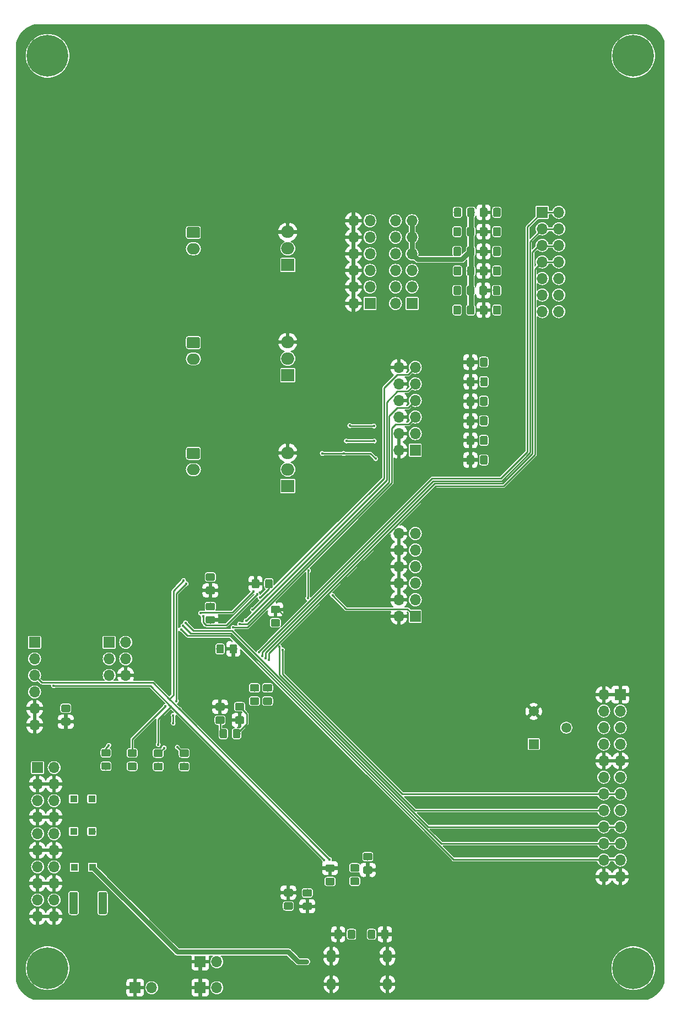
<source format=gbr>
G04 #@! TF.GenerationSoftware,KiCad,Pcbnew,(5.1.2-1)-1*
G04 #@! TF.CreationDate,2020-01-30T23:37:21-08:00*
G04 #@! TF.ProjectId,complete testboard,636f6d70-6c65-4746-9520-74657374626f,1.0*
G04 #@! TF.SameCoordinates,Original*
G04 #@! TF.FileFunction,Copper,L2,Bot*
G04 #@! TF.FilePolarity,Positive*
%FSLAX46Y46*%
G04 Gerber Fmt 4.6, Leading zero omitted, Abs format (unit mm)*
G04 Created by KiCad (PCBNEW (5.1.2-1)-1) date 2020-01-30 23:37:21*
%MOMM*%
%LPD*%
G04 APERTURE LIST*
%ADD10C,0.800000*%
%ADD11C,6.400000*%
%ADD12O,2.000000X1.905000*%
%ADD13R,2.000000X1.905000*%
%ADD14O,2.000000X1.700000*%
%ADD15C,0.100000*%
%ADD16C,1.700000*%
%ADD17C,1.550000*%
%ADD18R,1.550000X1.550000*%
%ADD19C,1.150000*%
%ADD20O,1.397000X1.828800*%
%ADD21O,1.397000X2.032000*%
%ADD22O,1.700000X1.700000*%
%ADD23R,1.700000X1.700000*%
%ADD24C,1.300000*%
%ADD25R,1.100000X1.100000*%
%ADD26C,0.700000*%
%ADD27C,0.450000*%
%ADD28C,0.254000*%
%ADD29C,0.762000*%
%ADD30C,0.152400*%
G04 APERTURE END LIST*
D10*
X18697056Y-191302944D03*
X17000000Y-190600000D03*
X15302944Y-191302944D03*
X14600000Y-193000000D03*
X15302944Y-194697056D03*
X17000000Y-195400000D03*
X18697056Y-194697056D03*
X19400000Y-193000000D03*
D11*
X17000000Y-193000000D03*
D10*
X108697056Y-191302944D03*
X107000000Y-190600000D03*
X105302944Y-191302944D03*
X104600000Y-193000000D03*
X105302944Y-194697056D03*
X107000000Y-195400000D03*
X108697056Y-194697056D03*
X109400000Y-193000000D03*
D11*
X107000000Y-193000000D03*
D10*
X108697056Y-51302944D03*
X107000000Y-50600000D03*
X105302944Y-51302944D03*
X104600000Y-53000000D03*
X105302944Y-54697056D03*
X107000000Y-55400000D03*
X108697056Y-54697056D03*
X109400000Y-53000000D03*
D11*
X107000000Y-53000000D03*
D10*
X18697056Y-51302944D03*
X17000000Y-50600000D03*
X15302944Y-51302944D03*
X14600000Y-53000000D03*
X15302944Y-54697056D03*
X17000000Y-55400000D03*
X18697056Y-54697056D03*
X19400000Y-53000000D03*
D11*
X17000000Y-53000000D03*
D12*
X53900000Y-80020000D03*
X53900000Y-82560000D03*
D13*
X53900000Y-85100000D03*
D14*
X39400000Y-82600000D03*
D15*
G36*
X40174504Y-79251204D02*
G01*
X40198773Y-79254804D01*
X40222571Y-79260765D01*
X40245671Y-79269030D01*
X40267849Y-79279520D01*
X40288893Y-79292133D01*
X40308598Y-79306747D01*
X40326777Y-79323223D01*
X40343253Y-79341402D01*
X40357867Y-79361107D01*
X40370480Y-79382151D01*
X40380970Y-79404329D01*
X40389235Y-79427429D01*
X40395196Y-79451227D01*
X40398796Y-79475496D01*
X40400000Y-79500000D01*
X40400000Y-80700000D01*
X40398796Y-80724504D01*
X40395196Y-80748773D01*
X40389235Y-80772571D01*
X40380970Y-80795671D01*
X40370480Y-80817849D01*
X40357867Y-80838893D01*
X40343253Y-80858598D01*
X40326777Y-80876777D01*
X40308598Y-80893253D01*
X40288893Y-80907867D01*
X40267849Y-80920480D01*
X40245671Y-80930970D01*
X40222571Y-80939235D01*
X40198773Y-80945196D01*
X40174504Y-80948796D01*
X40150000Y-80950000D01*
X38650000Y-80950000D01*
X38625496Y-80948796D01*
X38601227Y-80945196D01*
X38577429Y-80939235D01*
X38554329Y-80930970D01*
X38532151Y-80920480D01*
X38511107Y-80907867D01*
X38491402Y-80893253D01*
X38473223Y-80876777D01*
X38456747Y-80858598D01*
X38442133Y-80838893D01*
X38429520Y-80817849D01*
X38419030Y-80795671D01*
X38410765Y-80772571D01*
X38404804Y-80748773D01*
X38401204Y-80724504D01*
X38400000Y-80700000D01*
X38400000Y-79500000D01*
X38401204Y-79475496D01*
X38404804Y-79451227D01*
X38410765Y-79427429D01*
X38419030Y-79404329D01*
X38429520Y-79382151D01*
X38442133Y-79361107D01*
X38456747Y-79341402D01*
X38473223Y-79323223D01*
X38491402Y-79306747D01*
X38511107Y-79292133D01*
X38532151Y-79279520D01*
X38554329Y-79269030D01*
X38577429Y-79260765D01*
X38601227Y-79254804D01*
X38625496Y-79251204D01*
X38650000Y-79250000D01*
X40150000Y-79250000D01*
X40174504Y-79251204D01*
X40174504Y-79251204D01*
G37*
D16*
X39400000Y-80100000D03*
D17*
X96700000Y-156100000D03*
D18*
X91700000Y-158600000D03*
D17*
X91700000Y-153600000D03*
D15*
G36*
X69174505Y-187101204D02*
G01*
X69198773Y-187104804D01*
X69222572Y-187110765D01*
X69245671Y-187119030D01*
X69267850Y-187129520D01*
X69288893Y-187142132D01*
X69308599Y-187156747D01*
X69326777Y-187173223D01*
X69343253Y-187191401D01*
X69357868Y-187211107D01*
X69370480Y-187232150D01*
X69380970Y-187254329D01*
X69389235Y-187277428D01*
X69395196Y-187301227D01*
X69398796Y-187325495D01*
X69400000Y-187349999D01*
X69400000Y-188250001D01*
X69398796Y-188274505D01*
X69395196Y-188298773D01*
X69389235Y-188322572D01*
X69380970Y-188345671D01*
X69370480Y-188367850D01*
X69357868Y-188388893D01*
X69343253Y-188408599D01*
X69326777Y-188426777D01*
X69308599Y-188443253D01*
X69288893Y-188457868D01*
X69267850Y-188470480D01*
X69245671Y-188480970D01*
X69222572Y-188489235D01*
X69198773Y-188495196D01*
X69174505Y-188498796D01*
X69150001Y-188500000D01*
X68499999Y-188500000D01*
X68475495Y-188498796D01*
X68451227Y-188495196D01*
X68427428Y-188489235D01*
X68404329Y-188480970D01*
X68382150Y-188470480D01*
X68361107Y-188457868D01*
X68341401Y-188443253D01*
X68323223Y-188426777D01*
X68306747Y-188408599D01*
X68292132Y-188388893D01*
X68279520Y-188367850D01*
X68269030Y-188345671D01*
X68260765Y-188322572D01*
X68254804Y-188298773D01*
X68251204Y-188274505D01*
X68250000Y-188250001D01*
X68250000Y-187349999D01*
X68251204Y-187325495D01*
X68254804Y-187301227D01*
X68260765Y-187277428D01*
X68269030Y-187254329D01*
X68279520Y-187232150D01*
X68292132Y-187211107D01*
X68306747Y-187191401D01*
X68323223Y-187173223D01*
X68341401Y-187156747D01*
X68361107Y-187142132D01*
X68382150Y-187129520D01*
X68404329Y-187119030D01*
X68427428Y-187110765D01*
X68451227Y-187104804D01*
X68475495Y-187101204D01*
X68499999Y-187100000D01*
X69150001Y-187100000D01*
X69174505Y-187101204D01*
X69174505Y-187101204D01*
G37*
D19*
X68825000Y-187800000D03*
D15*
G36*
X67124505Y-187101204D02*
G01*
X67148773Y-187104804D01*
X67172572Y-187110765D01*
X67195671Y-187119030D01*
X67217850Y-187129520D01*
X67238893Y-187142132D01*
X67258599Y-187156747D01*
X67276777Y-187173223D01*
X67293253Y-187191401D01*
X67307868Y-187211107D01*
X67320480Y-187232150D01*
X67330970Y-187254329D01*
X67339235Y-187277428D01*
X67345196Y-187301227D01*
X67348796Y-187325495D01*
X67350000Y-187349999D01*
X67350000Y-188250001D01*
X67348796Y-188274505D01*
X67345196Y-188298773D01*
X67339235Y-188322572D01*
X67330970Y-188345671D01*
X67320480Y-188367850D01*
X67307868Y-188388893D01*
X67293253Y-188408599D01*
X67276777Y-188426777D01*
X67258599Y-188443253D01*
X67238893Y-188457868D01*
X67217850Y-188470480D01*
X67195671Y-188480970D01*
X67172572Y-188489235D01*
X67148773Y-188495196D01*
X67124505Y-188498796D01*
X67100001Y-188500000D01*
X66449999Y-188500000D01*
X66425495Y-188498796D01*
X66401227Y-188495196D01*
X66377428Y-188489235D01*
X66354329Y-188480970D01*
X66332150Y-188470480D01*
X66311107Y-188457868D01*
X66291401Y-188443253D01*
X66273223Y-188426777D01*
X66256747Y-188408599D01*
X66242132Y-188388893D01*
X66229520Y-188367850D01*
X66219030Y-188345671D01*
X66210765Y-188322572D01*
X66204804Y-188298773D01*
X66201204Y-188274505D01*
X66200000Y-188250001D01*
X66200000Y-187349999D01*
X66201204Y-187325495D01*
X66204804Y-187301227D01*
X66210765Y-187277428D01*
X66219030Y-187254329D01*
X66229520Y-187232150D01*
X66242132Y-187211107D01*
X66256747Y-187191401D01*
X66273223Y-187173223D01*
X66291401Y-187156747D01*
X66311107Y-187142132D01*
X66332150Y-187129520D01*
X66354329Y-187119030D01*
X66377428Y-187110765D01*
X66401227Y-187104804D01*
X66425495Y-187101204D01*
X66449999Y-187100000D01*
X67100001Y-187100000D01*
X67124505Y-187101204D01*
X67124505Y-187101204D01*
G37*
D19*
X66775000Y-187800000D03*
D15*
G36*
X61999505Y-187101204D02*
G01*
X62023773Y-187104804D01*
X62047572Y-187110765D01*
X62070671Y-187119030D01*
X62092850Y-187129520D01*
X62113893Y-187142132D01*
X62133599Y-187156747D01*
X62151777Y-187173223D01*
X62168253Y-187191401D01*
X62182868Y-187211107D01*
X62195480Y-187232150D01*
X62205970Y-187254329D01*
X62214235Y-187277428D01*
X62220196Y-187301227D01*
X62223796Y-187325495D01*
X62225000Y-187349999D01*
X62225000Y-188250001D01*
X62223796Y-188274505D01*
X62220196Y-188298773D01*
X62214235Y-188322572D01*
X62205970Y-188345671D01*
X62195480Y-188367850D01*
X62182868Y-188388893D01*
X62168253Y-188408599D01*
X62151777Y-188426777D01*
X62133599Y-188443253D01*
X62113893Y-188457868D01*
X62092850Y-188470480D01*
X62070671Y-188480970D01*
X62047572Y-188489235D01*
X62023773Y-188495196D01*
X61999505Y-188498796D01*
X61975001Y-188500000D01*
X61324999Y-188500000D01*
X61300495Y-188498796D01*
X61276227Y-188495196D01*
X61252428Y-188489235D01*
X61229329Y-188480970D01*
X61207150Y-188470480D01*
X61186107Y-188457868D01*
X61166401Y-188443253D01*
X61148223Y-188426777D01*
X61131747Y-188408599D01*
X61117132Y-188388893D01*
X61104520Y-188367850D01*
X61094030Y-188345671D01*
X61085765Y-188322572D01*
X61079804Y-188298773D01*
X61076204Y-188274505D01*
X61075000Y-188250001D01*
X61075000Y-187349999D01*
X61076204Y-187325495D01*
X61079804Y-187301227D01*
X61085765Y-187277428D01*
X61094030Y-187254329D01*
X61104520Y-187232150D01*
X61117132Y-187211107D01*
X61131747Y-187191401D01*
X61148223Y-187173223D01*
X61166401Y-187156747D01*
X61186107Y-187142132D01*
X61207150Y-187129520D01*
X61229329Y-187119030D01*
X61252428Y-187110765D01*
X61276227Y-187104804D01*
X61300495Y-187101204D01*
X61324999Y-187100000D01*
X61975001Y-187100000D01*
X61999505Y-187101204D01*
X61999505Y-187101204D01*
G37*
D19*
X61650000Y-187800000D03*
D15*
G36*
X64049505Y-187101204D02*
G01*
X64073773Y-187104804D01*
X64097572Y-187110765D01*
X64120671Y-187119030D01*
X64142850Y-187129520D01*
X64163893Y-187142132D01*
X64183599Y-187156747D01*
X64201777Y-187173223D01*
X64218253Y-187191401D01*
X64232868Y-187211107D01*
X64245480Y-187232150D01*
X64255970Y-187254329D01*
X64264235Y-187277428D01*
X64270196Y-187301227D01*
X64273796Y-187325495D01*
X64275000Y-187349999D01*
X64275000Y-188250001D01*
X64273796Y-188274505D01*
X64270196Y-188298773D01*
X64264235Y-188322572D01*
X64255970Y-188345671D01*
X64245480Y-188367850D01*
X64232868Y-188388893D01*
X64218253Y-188408599D01*
X64201777Y-188426777D01*
X64183599Y-188443253D01*
X64163893Y-188457868D01*
X64142850Y-188470480D01*
X64120671Y-188480970D01*
X64097572Y-188489235D01*
X64073773Y-188495196D01*
X64049505Y-188498796D01*
X64025001Y-188500000D01*
X63374999Y-188500000D01*
X63350495Y-188498796D01*
X63326227Y-188495196D01*
X63302428Y-188489235D01*
X63279329Y-188480970D01*
X63257150Y-188470480D01*
X63236107Y-188457868D01*
X63216401Y-188443253D01*
X63198223Y-188426777D01*
X63181747Y-188408599D01*
X63167132Y-188388893D01*
X63154520Y-188367850D01*
X63144030Y-188345671D01*
X63135765Y-188322572D01*
X63129804Y-188298773D01*
X63126204Y-188274505D01*
X63125000Y-188250001D01*
X63125000Y-187349999D01*
X63126204Y-187325495D01*
X63129804Y-187301227D01*
X63135765Y-187277428D01*
X63144030Y-187254329D01*
X63154520Y-187232150D01*
X63167132Y-187211107D01*
X63181747Y-187191401D01*
X63198223Y-187173223D01*
X63216401Y-187156747D01*
X63236107Y-187142132D01*
X63257150Y-187129520D01*
X63279329Y-187119030D01*
X63302428Y-187110765D01*
X63326227Y-187104804D01*
X63350495Y-187101204D01*
X63374999Y-187100000D01*
X64025001Y-187100000D01*
X64049505Y-187101204D01*
X64049505Y-187101204D01*
G37*
D19*
X63700000Y-187800000D03*
D20*
X60600000Y-195460000D03*
D21*
X60600000Y-191142000D03*
D20*
X69236000Y-195460000D03*
D21*
X69236000Y-191142000D03*
D15*
G36*
X54474505Y-180826204D02*
G01*
X54498773Y-180829804D01*
X54522572Y-180835765D01*
X54545671Y-180844030D01*
X54567850Y-180854520D01*
X54588893Y-180867132D01*
X54608599Y-180881747D01*
X54626777Y-180898223D01*
X54643253Y-180916401D01*
X54657868Y-180936107D01*
X54670480Y-180957150D01*
X54680970Y-180979329D01*
X54689235Y-181002428D01*
X54695196Y-181026227D01*
X54698796Y-181050495D01*
X54700000Y-181074999D01*
X54700000Y-181725001D01*
X54698796Y-181749505D01*
X54695196Y-181773773D01*
X54689235Y-181797572D01*
X54680970Y-181820671D01*
X54670480Y-181842850D01*
X54657868Y-181863893D01*
X54643253Y-181883599D01*
X54626777Y-181901777D01*
X54608599Y-181918253D01*
X54588893Y-181932868D01*
X54567850Y-181945480D01*
X54545671Y-181955970D01*
X54522572Y-181964235D01*
X54498773Y-181970196D01*
X54474505Y-181973796D01*
X54450001Y-181975000D01*
X53549999Y-181975000D01*
X53525495Y-181973796D01*
X53501227Y-181970196D01*
X53477428Y-181964235D01*
X53454329Y-181955970D01*
X53432150Y-181945480D01*
X53411107Y-181932868D01*
X53391401Y-181918253D01*
X53373223Y-181901777D01*
X53356747Y-181883599D01*
X53342132Y-181863893D01*
X53329520Y-181842850D01*
X53319030Y-181820671D01*
X53310765Y-181797572D01*
X53304804Y-181773773D01*
X53301204Y-181749505D01*
X53300000Y-181725001D01*
X53300000Y-181074999D01*
X53301204Y-181050495D01*
X53304804Y-181026227D01*
X53310765Y-181002428D01*
X53319030Y-180979329D01*
X53329520Y-180957150D01*
X53342132Y-180936107D01*
X53356747Y-180916401D01*
X53373223Y-180898223D01*
X53391401Y-180881747D01*
X53411107Y-180867132D01*
X53432150Y-180854520D01*
X53454329Y-180844030D01*
X53477428Y-180835765D01*
X53501227Y-180829804D01*
X53525495Y-180826204D01*
X53549999Y-180825000D01*
X54450001Y-180825000D01*
X54474505Y-180826204D01*
X54474505Y-180826204D01*
G37*
D19*
X54000000Y-181400000D03*
D15*
G36*
X54474505Y-182876204D02*
G01*
X54498773Y-182879804D01*
X54522572Y-182885765D01*
X54545671Y-182894030D01*
X54567850Y-182904520D01*
X54588893Y-182917132D01*
X54608599Y-182931747D01*
X54626777Y-182948223D01*
X54643253Y-182966401D01*
X54657868Y-182986107D01*
X54670480Y-183007150D01*
X54680970Y-183029329D01*
X54689235Y-183052428D01*
X54695196Y-183076227D01*
X54698796Y-183100495D01*
X54700000Y-183124999D01*
X54700000Y-183775001D01*
X54698796Y-183799505D01*
X54695196Y-183823773D01*
X54689235Y-183847572D01*
X54680970Y-183870671D01*
X54670480Y-183892850D01*
X54657868Y-183913893D01*
X54643253Y-183933599D01*
X54626777Y-183951777D01*
X54608599Y-183968253D01*
X54588893Y-183982868D01*
X54567850Y-183995480D01*
X54545671Y-184005970D01*
X54522572Y-184014235D01*
X54498773Y-184020196D01*
X54474505Y-184023796D01*
X54450001Y-184025000D01*
X53549999Y-184025000D01*
X53525495Y-184023796D01*
X53501227Y-184020196D01*
X53477428Y-184014235D01*
X53454329Y-184005970D01*
X53432150Y-183995480D01*
X53411107Y-183982868D01*
X53391401Y-183968253D01*
X53373223Y-183951777D01*
X53356747Y-183933599D01*
X53342132Y-183913893D01*
X53329520Y-183892850D01*
X53319030Y-183870671D01*
X53310765Y-183847572D01*
X53304804Y-183823773D01*
X53301204Y-183799505D01*
X53300000Y-183775001D01*
X53300000Y-183124999D01*
X53301204Y-183100495D01*
X53304804Y-183076227D01*
X53310765Y-183052428D01*
X53319030Y-183029329D01*
X53329520Y-183007150D01*
X53342132Y-182986107D01*
X53356747Y-182966401D01*
X53373223Y-182948223D01*
X53391401Y-182931747D01*
X53411107Y-182917132D01*
X53432150Y-182904520D01*
X53454329Y-182894030D01*
X53477428Y-182885765D01*
X53501227Y-182879804D01*
X53525495Y-182876204D01*
X53549999Y-182875000D01*
X54450001Y-182875000D01*
X54474505Y-182876204D01*
X54474505Y-182876204D01*
G37*
D19*
X54000000Y-183450000D03*
D15*
G36*
X57374505Y-182926204D02*
G01*
X57398773Y-182929804D01*
X57422572Y-182935765D01*
X57445671Y-182944030D01*
X57467850Y-182954520D01*
X57488893Y-182967132D01*
X57508599Y-182981747D01*
X57526777Y-182998223D01*
X57543253Y-183016401D01*
X57557868Y-183036107D01*
X57570480Y-183057150D01*
X57580970Y-183079329D01*
X57589235Y-183102428D01*
X57595196Y-183126227D01*
X57598796Y-183150495D01*
X57600000Y-183174999D01*
X57600000Y-183825001D01*
X57598796Y-183849505D01*
X57595196Y-183873773D01*
X57589235Y-183897572D01*
X57580970Y-183920671D01*
X57570480Y-183942850D01*
X57557868Y-183963893D01*
X57543253Y-183983599D01*
X57526777Y-184001777D01*
X57508599Y-184018253D01*
X57488893Y-184032868D01*
X57467850Y-184045480D01*
X57445671Y-184055970D01*
X57422572Y-184064235D01*
X57398773Y-184070196D01*
X57374505Y-184073796D01*
X57350001Y-184075000D01*
X56449999Y-184075000D01*
X56425495Y-184073796D01*
X56401227Y-184070196D01*
X56377428Y-184064235D01*
X56354329Y-184055970D01*
X56332150Y-184045480D01*
X56311107Y-184032868D01*
X56291401Y-184018253D01*
X56273223Y-184001777D01*
X56256747Y-183983599D01*
X56242132Y-183963893D01*
X56229520Y-183942850D01*
X56219030Y-183920671D01*
X56210765Y-183897572D01*
X56204804Y-183873773D01*
X56201204Y-183849505D01*
X56200000Y-183825001D01*
X56200000Y-183174999D01*
X56201204Y-183150495D01*
X56204804Y-183126227D01*
X56210765Y-183102428D01*
X56219030Y-183079329D01*
X56229520Y-183057150D01*
X56242132Y-183036107D01*
X56256747Y-183016401D01*
X56273223Y-182998223D01*
X56291401Y-182981747D01*
X56311107Y-182967132D01*
X56332150Y-182954520D01*
X56354329Y-182944030D01*
X56377428Y-182935765D01*
X56401227Y-182929804D01*
X56425495Y-182926204D01*
X56449999Y-182925000D01*
X57350001Y-182925000D01*
X57374505Y-182926204D01*
X57374505Y-182926204D01*
G37*
D19*
X56900000Y-183500000D03*
D15*
G36*
X57374505Y-180876204D02*
G01*
X57398773Y-180879804D01*
X57422572Y-180885765D01*
X57445671Y-180894030D01*
X57467850Y-180904520D01*
X57488893Y-180917132D01*
X57508599Y-180931747D01*
X57526777Y-180948223D01*
X57543253Y-180966401D01*
X57557868Y-180986107D01*
X57570480Y-181007150D01*
X57580970Y-181029329D01*
X57589235Y-181052428D01*
X57595196Y-181076227D01*
X57598796Y-181100495D01*
X57600000Y-181124999D01*
X57600000Y-181775001D01*
X57598796Y-181799505D01*
X57595196Y-181823773D01*
X57589235Y-181847572D01*
X57580970Y-181870671D01*
X57570480Y-181892850D01*
X57557868Y-181913893D01*
X57543253Y-181933599D01*
X57526777Y-181951777D01*
X57508599Y-181968253D01*
X57488893Y-181982868D01*
X57467850Y-181995480D01*
X57445671Y-182005970D01*
X57422572Y-182014235D01*
X57398773Y-182020196D01*
X57374505Y-182023796D01*
X57350001Y-182025000D01*
X56449999Y-182025000D01*
X56425495Y-182023796D01*
X56401227Y-182020196D01*
X56377428Y-182014235D01*
X56354329Y-182005970D01*
X56332150Y-181995480D01*
X56311107Y-181982868D01*
X56291401Y-181968253D01*
X56273223Y-181951777D01*
X56256747Y-181933599D01*
X56242132Y-181913893D01*
X56229520Y-181892850D01*
X56219030Y-181870671D01*
X56210765Y-181847572D01*
X56204804Y-181823773D01*
X56201204Y-181799505D01*
X56200000Y-181775001D01*
X56200000Y-181124999D01*
X56201204Y-181100495D01*
X56204804Y-181076227D01*
X56210765Y-181052428D01*
X56219030Y-181029329D01*
X56229520Y-181007150D01*
X56242132Y-180986107D01*
X56256747Y-180966401D01*
X56273223Y-180948223D01*
X56291401Y-180931747D01*
X56311107Y-180917132D01*
X56332150Y-180904520D01*
X56354329Y-180894030D01*
X56377428Y-180885765D01*
X56401227Y-180879804D01*
X56425495Y-180876204D01*
X56449999Y-180875000D01*
X57350001Y-180875000D01*
X57374505Y-180876204D01*
X57374505Y-180876204D01*
G37*
D19*
X56900000Y-181450000D03*
D15*
G36*
X64674505Y-179076204D02*
G01*
X64698773Y-179079804D01*
X64722572Y-179085765D01*
X64745671Y-179094030D01*
X64767850Y-179104520D01*
X64788893Y-179117132D01*
X64808599Y-179131747D01*
X64826777Y-179148223D01*
X64843253Y-179166401D01*
X64857868Y-179186107D01*
X64870480Y-179207150D01*
X64880970Y-179229329D01*
X64889235Y-179252428D01*
X64895196Y-179276227D01*
X64898796Y-179300495D01*
X64900000Y-179324999D01*
X64900000Y-179975001D01*
X64898796Y-179999505D01*
X64895196Y-180023773D01*
X64889235Y-180047572D01*
X64880970Y-180070671D01*
X64870480Y-180092850D01*
X64857868Y-180113893D01*
X64843253Y-180133599D01*
X64826777Y-180151777D01*
X64808599Y-180168253D01*
X64788893Y-180182868D01*
X64767850Y-180195480D01*
X64745671Y-180205970D01*
X64722572Y-180214235D01*
X64698773Y-180220196D01*
X64674505Y-180223796D01*
X64650001Y-180225000D01*
X63749999Y-180225000D01*
X63725495Y-180223796D01*
X63701227Y-180220196D01*
X63677428Y-180214235D01*
X63654329Y-180205970D01*
X63632150Y-180195480D01*
X63611107Y-180182868D01*
X63591401Y-180168253D01*
X63573223Y-180151777D01*
X63556747Y-180133599D01*
X63542132Y-180113893D01*
X63529520Y-180092850D01*
X63519030Y-180070671D01*
X63510765Y-180047572D01*
X63504804Y-180023773D01*
X63501204Y-179999505D01*
X63500000Y-179975001D01*
X63500000Y-179324999D01*
X63501204Y-179300495D01*
X63504804Y-179276227D01*
X63510765Y-179252428D01*
X63519030Y-179229329D01*
X63529520Y-179207150D01*
X63542132Y-179186107D01*
X63556747Y-179166401D01*
X63573223Y-179148223D01*
X63591401Y-179131747D01*
X63611107Y-179117132D01*
X63632150Y-179104520D01*
X63654329Y-179094030D01*
X63677428Y-179085765D01*
X63701227Y-179079804D01*
X63725495Y-179076204D01*
X63749999Y-179075000D01*
X64650001Y-179075000D01*
X64674505Y-179076204D01*
X64674505Y-179076204D01*
G37*
D19*
X64200000Y-179650000D03*
D15*
G36*
X64674505Y-177026204D02*
G01*
X64698773Y-177029804D01*
X64722572Y-177035765D01*
X64745671Y-177044030D01*
X64767850Y-177054520D01*
X64788893Y-177067132D01*
X64808599Y-177081747D01*
X64826777Y-177098223D01*
X64843253Y-177116401D01*
X64857868Y-177136107D01*
X64870480Y-177157150D01*
X64880970Y-177179329D01*
X64889235Y-177202428D01*
X64895196Y-177226227D01*
X64898796Y-177250495D01*
X64900000Y-177274999D01*
X64900000Y-177925001D01*
X64898796Y-177949505D01*
X64895196Y-177973773D01*
X64889235Y-177997572D01*
X64880970Y-178020671D01*
X64870480Y-178042850D01*
X64857868Y-178063893D01*
X64843253Y-178083599D01*
X64826777Y-178101777D01*
X64808599Y-178118253D01*
X64788893Y-178132868D01*
X64767850Y-178145480D01*
X64745671Y-178155970D01*
X64722572Y-178164235D01*
X64698773Y-178170196D01*
X64674505Y-178173796D01*
X64650001Y-178175000D01*
X63749999Y-178175000D01*
X63725495Y-178173796D01*
X63701227Y-178170196D01*
X63677428Y-178164235D01*
X63654329Y-178155970D01*
X63632150Y-178145480D01*
X63611107Y-178132868D01*
X63591401Y-178118253D01*
X63573223Y-178101777D01*
X63556747Y-178083599D01*
X63542132Y-178063893D01*
X63529520Y-178042850D01*
X63519030Y-178020671D01*
X63510765Y-177997572D01*
X63504804Y-177973773D01*
X63501204Y-177949505D01*
X63500000Y-177925001D01*
X63500000Y-177274999D01*
X63501204Y-177250495D01*
X63504804Y-177226227D01*
X63510765Y-177202428D01*
X63519030Y-177179329D01*
X63529520Y-177157150D01*
X63542132Y-177136107D01*
X63556747Y-177116401D01*
X63573223Y-177098223D01*
X63591401Y-177081747D01*
X63611107Y-177067132D01*
X63632150Y-177054520D01*
X63654329Y-177044030D01*
X63677428Y-177035765D01*
X63701227Y-177029804D01*
X63725495Y-177026204D01*
X63749999Y-177025000D01*
X64650001Y-177025000D01*
X64674505Y-177026204D01*
X64674505Y-177026204D01*
G37*
D19*
X64200000Y-177600000D03*
D15*
G36*
X66674505Y-175301204D02*
G01*
X66698773Y-175304804D01*
X66722572Y-175310765D01*
X66745671Y-175319030D01*
X66767850Y-175329520D01*
X66788893Y-175342132D01*
X66808599Y-175356747D01*
X66826777Y-175373223D01*
X66843253Y-175391401D01*
X66857868Y-175411107D01*
X66870480Y-175432150D01*
X66880970Y-175454329D01*
X66889235Y-175477428D01*
X66895196Y-175501227D01*
X66898796Y-175525495D01*
X66900000Y-175549999D01*
X66900000Y-176200001D01*
X66898796Y-176224505D01*
X66895196Y-176248773D01*
X66889235Y-176272572D01*
X66880970Y-176295671D01*
X66870480Y-176317850D01*
X66857868Y-176338893D01*
X66843253Y-176358599D01*
X66826777Y-176376777D01*
X66808599Y-176393253D01*
X66788893Y-176407868D01*
X66767850Y-176420480D01*
X66745671Y-176430970D01*
X66722572Y-176439235D01*
X66698773Y-176445196D01*
X66674505Y-176448796D01*
X66650001Y-176450000D01*
X65749999Y-176450000D01*
X65725495Y-176448796D01*
X65701227Y-176445196D01*
X65677428Y-176439235D01*
X65654329Y-176430970D01*
X65632150Y-176420480D01*
X65611107Y-176407868D01*
X65591401Y-176393253D01*
X65573223Y-176376777D01*
X65556747Y-176358599D01*
X65542132Y-176338893D01*
X65529520Y-176317850D01*
X65519030Y-176295671D01*
X65510765Y-176272572D01*
X65504804Y-176248773D01*
X65501204Y-176224505D01*
X65500000Y-176200001D01*
X65500000Y-175549999D01*
X65501204Y-175525495D01*
X65504804Y-175501227D01*
X65510765Y-175477428D01*
X65519030Y-175454329D01*
X65529520Y-175432150D01*
X65542132Y-175411107D01*
X65556747Y-175391401D01*
X65573223Y-175373223D01*
X65591401Y-175356747D01*
X65611107Y-175342132D01*
X65632150Y-175329520D01*
X65654329Y-175319030D01*
X65677428Y-175310765D01*
X65701227Y-175304804D01*
X65725495Y-175301204D01*
X65749999Y-175300000D01*
X66650001Y-175300000D01*
X66674505Y-175301204D01*
X66674505Y-175301204D01*
G37*
D19*
X66200000Y-175875000D03*
D15*
G36*
X66674505Y-177351204D02*
G01*
X66698773Y-177354804D01*
X66722572Y-177360765D01*
X66745671Y-177369030D01*
X66767850Y-177379520D01*
X66788893Y-177392132D01*
X66808599Y-177406747D01*
X66826777Y-177423223D01*
X66843253Y-177441401D01*
X66857868Y-177461107D01*
X66870480Y-177482150D01*
X66880970Y-177504329D01*
X66889235Y-177527428D01*
X66895196Y-177551227D01*
X66898796Y-177575495D01*
X66900000Y-177599999D01*
X66900000Y-178250001D01*
X66898796Y-178274505D01*
X66895196Y-178298773D01*
X66889235Y-178322572D01*
X66880970Y-178345671D01*
X66870480Y-178367850D01*
X66857868Y-178388893D01*
X66843253Y-178408599D01*
X66826777Y-178426777D01*
X66808599Y-178443253D01*
X66788893Y-178457868D01*
X66767850Y-178470480D01*
X66745671Y-178480970D01*
X66722572Y-178489235D01*
X66698773Y-178495196D01*
X66674505Y-178498796D01*
X66650001Y-178500000D01*
X65749999Y-178500000D01*
X65725495Y-178498796D01*
X65701227Y-178495196D01*
X65677428Y-178489235D01*
X65654329Y-178480970D01*
X65632150Y-178470480D01*
X65611107Y-178457868D01*
X65591401Y-178443253D01*
X65573223Y-178426777D01*
X65556747Y-178408599D01*
X65542132Y-178388893D01*
X65529520Y-178367850D01*
X65519030Y-178345671D01*
X65510765Y-178322572D01*
X65504804Y-178298773D01*
X65501204Y-178274505D01*
X65500000Y-178250001D01*
X65500000Y-177599999D01*
X65501204Y-177575495D01*
X65504804Y-177551227D01*
X65510765Y-177527428D01*
X65519030Y-177504329D01*
X65529520Y-177482150D01*
X65542132Y-177461107D01*
X65556747Y-177441401D01*
X65573223Y-177423223D01*
X65591401Y-177406747D01*
X65611107Y-177392132D01*
X65632150Y-177379520D01*
X65654329Y-177369030D01*
X65677428Y-177360765D01*
X65701227Y-177354804D01*
X65725495Y-177351204D01*
X65749999Y-177350000D01*
X66650001Y-177350000D01*
X66674505Y-177351204D01*
X66674505Y-177351204D01*
G37*
D19*
X66200000Y-177925000D03*
D15*
G36*
X60874505Y-179126204D02*
G01*
X60898773Y-179129804D01*
X60922572Y-179135765D01*
X60945671Y-179144030D01*
X60967850Y-179154520D01*
X60988893Y-179167132D01*
X61008599Y-179181747D01*
X61026777Y-179198223D01*
X61043253Y-179216401D01*
X61057868Y-179236107D01*
X61070480Y-179257150D01*
X61080970Y-179279329D01*
X61089235Y-179302428D01*
X61095196Y-179326227D01*
X61098796Y-179350495D01*
X61100000Y-179374999D01*
X61100000Y-180025001D01*
X61098796Y-180049505D01*
X61095196Y-180073773D01*
X61089235Y-180097572D01*
X61080970Y-180120671D01*
X61070480Y-180142850D01*
X61057868Y-180163893D01*
X61043253Y-180183599D01*
X61026777Y-180201777D01*
X61008599Y-180218253D01*
X60988893Y-180232868D01*
X60967850Y-180245480D01*
X60945671Y-180255970D01*
X60922572Y-180264235D01*
X60898773Y-180270196D01*
X60874505Y-180273796D01*
X60850001Y-180275000D01*
X59949999Y-180275000D01*
X59925495Y-180273796D01*
X59901227Y-180270196D01*
X59877428Y-180264235D01*
X59854329Y-180255970D01*
X59832150Y-180245480D01*
X59811107Y-180232868D01*
X59791401Y-180218253D01*
X59773223Y-180201777D01*
X59756747Y-180183599D01*
X59742132Y-180163893D01*
X59729520Y-180142850D01*
X59719030Y-180120671D01*
X59710765Y-180097572D01*
X59704804Y-180073773D01*
X59701204Y-180049505D01*
X59700000Y-180025001D01*
X59700000Y-179374999D01*
X59701204Y-179350495D01*
X59704804Y-179326227D01*
X59710765Y-179302428D01*
X59719030Y-179279329D01*
X59729520Y-179257150D01*
X59742132Y-179236107D01*
X59756747Y-179216401D01*
X59773223Y-179198223D01*
X59791401Y-179181747D01*
X59811107Y-179167132D01*
X59832150Y-179154520D01*
X59854329Y-179144030D01*
X59877428Y-179135765D01*
X59901227Y-179129804D01*
X59925495Y-179126204D01*
X59949999Y-179125000D01*
X60850001Y-179125000D01*
X60874505Y-179126204D01*
X60874505Y-179126204D01*
G37*
D19*
X60400000Y-179700000D03*
D15*
G36*
X60874505Y-177076204D02*
G01*
X60898773Y-177079804D01*
X60922572Y-177085765D01*
X60945671Y-177094030D01*
X60967850Y-177104520D01*
X60988893Y-177117132D01*
X61008599Y-177131747D01*
X61026777Y-177148223D01*
X61043253Y-177166401D01*
X61057868Y-177186107D01*
X61070480Y-177207150D01*
X61080970Y-177229329D01*
X61089235Y-177252428D01*
X61095196Y-177276227D01*
X61098796Y-177300495D01*
X61100000Y-177324999D01*
X61100000Y-177975001D01*
X61098796Y-177999505D01*
X61095196Y-178023773D01*
X61089235Y-178047572D01*
X61080970Y-178070671D01*
X61070480Y-178092850D01*
X61057868Y-178113893D01*
X61043253Y-178133599D01*
X61026777Y-178151777D01*
X61008599Y-178168253D01*
X60988893Y-178182868D01*
X60967850Y-178195480D01*
X60945671Y-178205970D01*
X60922572Y-178214235D01*
X60898773Y-178220196D01*
X60874505Y-178223796D01*
X60850001Y-178225000D01*
X59949999Y-178225000D01*
X59925495Y-178223796D01*
X59901227Y-178220196D01*
X59877428Y-178214235D01*
X59854329Y-178205970D01*
X59832150Y-178195480D01*
X59811107Y-178182868D01*
X59791401Y-178168253D01*
X59773223Y-178151777D01*
X59756747Y-178133599D01*
X59742132Y-178113893D01*
X59729520Y-178092850D01*
X59719030Y-178070671D01*
X59710765Y-178047572D01*
X59704804Y-178023773D01*
X59701204Y-177999505D01*
X59700000Y-177975001D01*
X59700000Y-177324999D01*
X59701204Y-177300495D01*
X59704804Y-177276227D01*
X59710765Y-177252428D01*
X59719030Y-177229329D01*
X59729520Y-177207150D01*
X59742132Y-177186107D01*
X59756747Y-177166401D01*
X59773223Y-177148223D01*
X59791401Y-177131747D01*
X59811107Y-177117132D01*
X59832150Y-177104520D01*
X59854329Y-177094030D01*
X59877428Y-177085765D01*
X59901227Y-177079804D01*
X59925495Y-177076204D01*
X59949999Y-177075000D01*
X60850001Y-177075000D01*
X60874505Y-177076204D01*
X60874505Y-177076204D01*
G37*
D19*
X60400000Y-177650000D03*
D12*
X53900000Y-113920000D03*
X53900000Y-116460000D03*
D13*
X53900000Y-119000000D03*
D22*
X95540000Y-92240000D03*
X93000000Y-92240000D03*
X95540000Y-89700000D03*
X93000000Y-89700000D03*
X95540000Y-87160000D03*
X93000000Y-87160000D03*
X95540000Y-84620000D03*
X93000000Y-84620000D03*
X95540000Y-82080000D03*
X93000000Y-82080000D03*
X95540000Y-79540000D03*
X93000000Y-79540000D03*
X95540000Y-77000000D03*
D23*
X93000000Y-77000000D03*
D22*
X102460000Y-178940000D03*
X105000000Y-178940000D03*
X102460000Y-176400000D03*
X105000000Y-176400000D03*
X102460000Y-173860000D03*
X105000000Y-173860000D03*
X102460000Y-171320000D03*
X105000000Y-171320000D03*
X102460000Y-168780000D03*
X105000000Y-168780000D03*
X102460000Y-166240000D03*
X105000000Y-166240000D03*
X102460000Y-163700000D03*
X105000000Y-163700000D03*
X102460000Y-161160000D03*
X105000000Y-161160000D03*
X102460000Y-158620000D03*
X105000000Y-158620000D03*
X102460000Y-156080000D03*
X105000000Y-156080000D03*
X102460000Y-153540000D03*
X105000000Y-153540000D03*
X102460000Y-151000000D03*
D23*
X105000000Y-151000000D03*
D15*
G36*
X82399505Y-76301204D02*
G01*
X82423773Y-76304804D01*
X82447572Y-76310765D01*
X82470671Y-76319030D01*
X82492850Y-76329520D01*
X82513893Y-76342132D01*
X82533599Y-76356747D01*
X82551777Y-76373223D01*
X82568253Y-76391401D01*
X82582868Y-76411107D01*
X82595480Y-76432150D01*
X82605970Y-76454329D01*
X82614235Y-76477428D01*
X82620196Y-76501227D01*
X82623796Y-76525495D01*
X82625000Y-76549999D01*
X82625000Y-77450001D01*
X82623796Y-77474505D01*
X82620196Y-77498773D01*
X82614235Y-77522572D01*
X82605970Y-77545671D01*
X82595480Y-77567850D01*
X82582868Y-77588893D01*
X82568253Y-77608599D01*
X82551777Y-77626777D01*
X82533599Y-77643253D01*
X82513893Y-77657868D01*
X82492850Y-77670480D01*
X82470671Y-77680970D01*
X82447572Y-77689235D01*
X82423773Y-77695196D01*
X82399505Y-77698796D01*
X82375001Y-77700000D01*
X81724999Y-77700000D01*
X81700495Y-77698796D01*
X81676227Y-77695196D01*
X81652428Y-77689235D01*
X81629329Y-77680970D01*
X81607150Y-77670480D01*
X81586107Y-77657868D01*
X81566401Y-77643253D01*
X81548223Y-77626777D01*
X81531747Y-77608599D01*
X81517132Y-77588893D01*
X81504520Y-77567850D01*
X81494030Y-77545671D01*
X81485765Y-77522572D01*
X81479804Y-77498773D01*
X81476204Y-77474505D01*
X81475000Y-77450001D01*
X81475000Y-76549999D01*
X81476204Y-76525495D01*
X81479804Y-76501227D01*
X81485765Y-76477428D01*
X81494030Y-76454329D01*
X81504520Y-76432150D01*
X81517132Y-76411107D01*
X81531747Y-76391401D01*
X81548223Y-76373223D01*
X81566401Y-76356747D01*
X81586107Y-76342132D01*
X81607150Y-76329520D01*
X81629329Y-76319030D01*
X81652428Y-76310765D01*
X81676227Y-76304804D01*
X81700495Y-76301204D01*
X81724999Y-76300000D01*
X82375001Y-76300000D01*
X82399505Y-76301204D01*
X82399505Y-76301204D01*
G37*
D19*
X82050000Y-77000000D03*
D15*
G36*
X80349505Y-76301204D02*
G01*
X80373773Y-76304804D01*
X80397572Y-76310765D01*
X80420671Y-76319030D01*
X80442850Y-76329520D01*
X80463893Y-76342132D01*
X80483599Y-76356747D01*
X80501777Y-76373223D01*
X80518253Y-76391401D01*
X80532868Y-76411107D01*
X80545480Y-76432150D01*
X80555970Y-76454329D01*
X80564235Y-76477428D01*
X80570196Y-76501227D01*
X80573796Y-76525495D01*
X80575000Y-76549999D01*
X80575000Y-77450001D01*
X80573796Y-77474505D01*
X80570196Y-77498773D01*
X80564235Y-77522572D01*
X80555970Y-77545671D01*
X80545480Y-77567850D01*
X80532868Y-77588893D01*
X80518253Y-77608599D01*
X80501777Y-77626777D01*
X80483599Y-77643253D01*
X80463893Y-77657868D01*
X80442850Y-77670480D01*
X80420671Y-77680970D01*
X80397572Y-77689235D01*
X80373773Y-77695196D01*
X80349505Y-77698796D01*
X80325001Y-77700000D01*
X79674999Y-77700000D01*
X79650495Y-77698796D01*
X79626227Y-77695196D01*
X79602428Y-77689235D01*
X79579329Y-77680970D01*
X79557150Y-77670480D01*
X79536107Y-77657868D01*
X79516401Y-77643253D01*
X79498223Y-77626777D01*
X79481747Y-77608599D01*
X79467132Y-77588893D01*
X79454520Y-77567850D01*
X79444030Y-77545671D01*
X79435765Y-77522572D01*
X79429804Y-77498773D01*
X79426204Y-77474505D01*
X79425000Y-77450001D01*
X79425000Y-76549999D01*
X79426204Y-76525495D01*
X79429804Y-76501227D01*
X79435765Y-76477428D01*
X79444030Y-76454329D01*
X79454520Y-76432150D01*
X79467132Y-76411107D01*
X79481747Y-76391401D01*
X79498223Y-76373223D01*
X79516401Y-76356747D01*
X79536107Y-76342132D01*
X79557150Y-76329520D01*
X79579329Y-76319030D01*
X79602428Y-76310765D01*
X79626227Y-76304804D01*
X79650495Y-76301204D01*
X79674999Y-76300000D01*
X80325001Y-76300000D01*
X80349505Y-76301204D01*
X80349505Y-76301204D01*
G37*
D19*
X80000000Y-77000000D03*
D15*
G36*
X82349505Y-79276204D02*
G01*
X82373773Y-79279804D01*
X82397572Y-79285765D01*
X82420671Y-79294030D01*
X82442850Y-79304520D01*
X82463893Y-79317132D01*
X82483599Y-79331747D01*
X82501777Y-79348223D01*
X82518253Y-79366401D01*
X82532868Y-79386107D01*
X82545480Y-79407150D01*
X82555970Y-79429329D01*
X82564235Y-79452428D01*
X82570196Y-79476227D01*
X82573796Y-79500495D01*
X82575000Y-79524999D01*
X82575000Y-80425001D01*
X82573796Y-80449505D01*
X82570196Y-80473773D01*
X82564235Y-80497572D01*
X82555970Y-80520671D01*
X82545480Y-80542850D01*
X82532868Y-80563893D01*
X82518253Y-80583599D01*
X82501777Y-80601777D01*
X82483599Y-80618253D01*
X82463893Y-80632868D01*
X82442850Y-80645480D01*
X82420671Y-80655970D01*
X82397572Y-80664235D01*
X82373773Y-80670196D01*
X82349505Y-80673796D01*
X82325001Y-80675000D01*
X81674999Y-80675000D01*
X81650495Y-80673796D01*
X81626227Y-80670196D01*
X81602428Y-80664235D01*
X81579329Y-80655970D01*
X81557150Y-80645480D01*
X81536107Y-80632868D01*
X81516401Y-80618253D01*
X81498223Y-80601777D01*
X81481747Y-80583599D01*
X81467132Y-80563893D01*
X81454520Y-80542850D01*
X81444030Y-80520671D01*
X81435765Y-80497572D01*
X81429804Y-80473773D01*
X81426204Y-80449505D01*
X81425000Y-80425001D01*
X81425000Y-79524999D01*
X81426204Y-79500495D01*
X81429804Y-79476227D01*
X81435765Y-79452428D01*
X81444030Y-79429329D01*
X81454520Y-79407150D01*
X81467132Y-79386107D01*
X81481747Y-79366401D01*
X81498223Y-79348223D01*
X81516401Y-79331747D01*
X81536107Y-79317132D01*
X81557150Y-79304520D01*
X81579329Y-79294030D01*
X81602428Y-79285765D01*
X81626227Y-79279804D01*
X81650495Y-79276204D01*
X81674999Y-79275000D01*
X82325001Y-79275000D01*
X82349505Y-79276204D01*
X82349505Y-79276204D01*
G37*
D19*
X82000000Y-79975000D03*
D15*
G36*
X80299505Y-79276204D02*
G01*
X80323773Y-79279804D01*
X80347572Y-79285765D01*
X80370671Y-79294030D01*
X80392850Y-79304520D01*
X80413893Y-79317132D01*
X80433599Y-79331747D01*
X80451777Y-79348223D01*
X80468253Y-79366401D01*
X80482868Y-79386107D01*
X80495480Y-79407150D01*
X80505970Y-79429329D01*
X80514235Y-79452428D01*
X80520196Y-79476227D01*
X80523796Y-79500495D01*
X80525000Y-79524999D01*
X80525000Y-80425001D01*
X80523796Y-80449505D01*
X80520196Y-80473773D01*
X80514235Y-80497572D01*
X80505970Y-80520671D01*
X80495480Y-80542850D01*
X80482868Y-80563893D01*
X80468253Y-80583599D01*
X80451777Y-80601777D01*
X80433599Y-80618253D01*
X80413893Y-80632868D01*
X80392850Y-80645480D01*
X80370671Y-80655970D01*
X80347572Y-80664235D01*
X80323773Y-80670196D01*
X80299505Y-80673796D01*
X80275001Y-80675000D01*
X79624999Y-80675000D01*
X79600495Y-80673796D01*
X79576227Y-80670196D01*
X79552428Y-80664235D01*
X79529329Y-80655970D01*
X79507150Y-80645480D01*
X79486107Y-80632868D01*
X79466401Y-80618253D01*
X79448223Y-80601777D01*
X79431747Y-80583599D01*
X79417132Y-80563893D01*
X79404520Y-80542850D01*
X79394030Y-80520671D01*
X79385765Y-80497572D01*
X79379804Y-80473773D01*
X79376204Y-80449505D01*
X79375000Y-80425001D01*
X79375000Y-79524999D01*
X79376204Y-79500495D01*
X79379804Y-79476227D01*
X79385765Y-79452428D01*
X79394030Y-79429329D01*
X79404520Y-79407150D01*
X79417132Y-79386107D01*
X79431747Y-79366401D01*
X79448223Y-79348223D01*
X79466401Y-79331747D01*
X79486107Y-79317132D01*
X79507150Y-79304520D01*
X79529329Y-79294030D01*
X79552428Y-79285765D01*
X79576227Y-79279804D01*
X79600495Y-79276204D01*
X79624999Y-79275000D01*
X80275001Y-79275000D01*
X80299505Y-79276204D01*
X80299505Y-79276204D01*
G37*
D19*
X79950000Y-79975000D03*
D15*
G36*
X82349505Y-82301204D02*
G01*
X82373773Y-82304804D01*
X82397572Y-82310765D01*
X82420671Y-82319030D01*
X82442850Y-82329520D01*
X82463893Y-82342132D01*
X82483599Y-82356747D01*
X82501777Y-82373223D01*
X82518253Y-82391401D01*
X82532868Y-82411107D01*
X82545480Y-82432150D01*
X82555970Y-82454329D01*
X82564235Y-82477428D01*
X82570196Y-82501227D01*
X82573796Y-82525495D01*
X82575000Y-82549999D01*
X82575000Y-83450001D01*
X82573796Y-83474505D01*
X82570196Y-83498773D01*
X82564235Y-83522572D01*
X82555970Y-83545671D01*
X82545480Y-83567850D01*
X82532868Y-83588893D01*
X82518253Y-83608599D01*
X82501777Y-83626777D01*
X82483599Y-83643253D01*
X82463893Y-83657868D01*
X82442850Y-83670480D01*
X82420671Y-83680970D01*
X82397572Y-83689235D01*
X82373773Y-83695196D01*
X82349505Y-83698796D01*
X82325001Y-83700000D01*
X81674999Y-83700000D01*
X81650495Y-83698796D01*
X81626227Y-83695196D01*
X81602428Y-83689235D01*
X81579329Y-83680970D01*
X81557150Y-83670480D01*
X81536107Y-83657868D01*
X81516401Y-83643253D01*
X81498223Y-83626777D01*
X81481747Y-83608599D01*
X81467132Y-83588893D01*
X81454520Y-83567850D01*
X81444030Y-83545671D01*
X81435765Y-83522572D01*
X81429804Y-83498773D01*
X81426204Y-83474505D01*
X81425000Y-83450001D01*
X81425000Y-82549999D01*
X81426204Y-82525495D01*
X81429804Y-82501227D01*
X81435765Y-82477428D01*
X81444030Y-82454329D01*
X81454520Y-82432150D01*
X81467132Y-82411107D01*
X81481747Y-82391401D01*
X81498223Y-82373223D01*
X81516401Y-82356747D01*
X81536107Y-82342132D01*
X81557150Y-82329520D01*
X81579329Y-82319030D01*
X81602428Y-82310765D01*
X81626227Y-82304804D01*
X81650495Y-82301204D01*
X81674999Y-82300000D01*
X82325001Y-82300000D01*
X82349505Y-82301204D01*
X82349505Y-82301204D01*
G37*
D19*
X82000000Y-83000000D03*
D15*
G36*
X80299505Y-82301204D02*
G01*
X80323773Y-82304804D01*
X80347572Y-82310765D01*
X80370671Y-82319030D01*
X80392850Y-82329520D01*
X80413893Y-82342132D01*
X80433599Y-82356747D01*
X80451777Y-82373223D01*
X80468253Y-82391401D01*
X80482868Y-82411107D01*
X80495480Y-82432150D01*
X80505970Y-82454329D01*
X80514235Y-82477428D01*
X80520196Y-82501227D01*
X80523796Y-82525495D01*
X80525000Y-82549999D01*
X80525000Y-83450001D01*
X80523796Y-83474505D01*
X80520196Y-83498773D01*
X80514235Y-83522572D01*
X80505970Y-83545671D01*
X80495480Y-83567850D01*
X80482868Y-83588893D01*
X80468253Y-83608599D01*
X80451777Y-83626777D01*
X80433599Y-83643253D01*
X80413893Y-83657868D01*
X80392850Y-83670480D01*
X80370671Y-83680970D01*
X80347572Y-83689235D01*
X80323773Y-83695196D01*
X80299505Y-83698796D01*
X80275001Y-83700000D01*
X79624999Y-83700000D01*
X79600495Y-83698796D01*
X79576227Y-83695196D01*
X79552428Y-83689235D01*
X79529329Y-83680970D01*
X79507150Y-83670480D01*
X79486107Y-83657868D01*
X79466401Y-83643253D01*
X79448223Y-83626777D01*
X79431747Y-83608599D01*
X79417132Y-83588893D01*
X79404520Y-83567850D01*
X79394030Y-83545671D01*
X79385765Y-83522572D01*
X79379804Y-83498773D01*
X79376204Y-83474505D01*
X79375000Y-83450001D01*
X79375000Y-82549999D01*
X79376204Y-82525495D01*
X79379804Y-82501227D01*
X79385765Y-82477428D01*
X79394030Y-82454329D01*
X79404520Y-82432150D01*
X79417132Y-82411107D01*
X79431747Y-82391401D01*
X79448223Y-82373223D01*
X79466401Y-82356747D01*
X79486107Y-82342132D01*
X79507150Y-82329520D01*
X79529329Y-82319030D01*
X79552428Y-82310765D01*
X79576227Y-82304804D01*
X79600495Y-82301204D01*
X79624999Y-82300000D01*
X80275001Y-82300000D01*
X80299505Y-82301204D01*
X80299505Y-82301204D01*
G37*
D19*
X79950000Y-83000000D03*
D15*
G36*
X82374505Y-85301204D02*
G01*
X82398773Y-85304804D01*
X82422572Y-85310765D01*
X82445671Y-85319030D01*
X82467850Y-85329520D01*
X82488893Y-85342132D01*
X82508599Y-85356747D01*
X82526777Y-85373223D01*
X82543253Y-85391401D01*
X82557868Y-85411107D01*
X82570480Y-85432150D01*
X82580970Y-85454329D01*
X82589235Y-85477428D01*
X82595196Y-85501227D01*
X82598796Y-85525495D01*
X82600000Y-85549999D01*
X82600000Y-86450001D01*
X82598796Y-86474505D01*
X82595196Y-86498773D01*
X82589235Y-86522572D01*
X82580970Y-86545671D01*
X82570480Y-86567850D01*
X82557868Y-86588893D01*
X82543253Y-86608599D01*
X82526777Y-86626777D01*
X82508599Y-86643253D01*
X82488893Y-86657868D01*
X82467850Y-86670480D01*
X82445671Y-86680970D01*
X82422572Y-86689235D01*
X82398773Y-86695196D01*
X82374505Y-86698796D01*
X82350001Y-86700000D01*
X81699999Y-86700000D01*
X81675495Y-86698796D01*
X81651227Y-86695196D01*
X81627428Y-86689235D01*
X81604329Y-86680970D01*
X81582150Y-86670480D01*
X81561107Y-86657868D01*
X81541401Y-86643253D01*
X81523223Y-86626777D01*
X81506747Y-86608599D01*
X81492132Y-86588893D01*
X81479520Y-86567850D01*
X81469030Y-86545671D01*
X81460765Y-86522572D01*
X81454804Y-86498773D01*
X81451204Y-86474505D01*
X81450000Y-86450001D01*
X81450000Y-85549999D01*
X81451204Y-85525495D01*
X81454804Y-85501227D01*
X81460765Y-85477428D01*
X81469030Y-85454329D01*
X81479520Y-85432150D01*
X81492132Y-85411107D01*
X81506747Y-85391401D01*
X81523223Y-85373223D01*
X81541401Y-85356747D01*
X81561107Y-85342132D01*
X81582150Y-85329520D01*
X81604329Y-85319030D01*
X81627428Y-85310765D01*
X81651227Y-85304804D01*
X81675495Y-85301204D01*
X81699999Y-85300000D01*
X82350001Y-85300000D01*
X82374505Y-85301204D01*
X82374505Y-85301204D01*
G37*
D19*
X82025000Y-86000000D03*
D15*
G36*
X80324505Y-85301204D02*
G01*
X80348773Y-85304804D01*
X80372572Y-85310765D01*
X80395671Y-85319030D01*
X80417850Y-85329520D01*
X80438893Y-85342132D01*
X80458599Y-85356747D01*
X80476777Y-85373223D01*
X80493253Y-85391401D01*
X80507868Y-85411107D01*
X80520480Y-85432150D01*
X80530970Y-85454329D01*
X80539235Y-85477428D01*
X80545196Y-85501227D01*
X80548796Y-85525495D01*
X80550000Y-85549999D01*
X80550000Y-86450001D01*
X80548796Y-86474505D01*
X80545196Y-86498773D01*
X80539235Y-86522572D01*
X80530970Y-86545671D01*
X80520480Y-86567850D01*
X80507868Y-86588893D01*
X80493253Y-86608599D01*
X80476777Y-86626777D01*
X80458599Y-86643253D01*
X80438893Y-86657868D01*
X80417850Y-86670480D01*
X80395671Y-86680970D01*
X80372572Y-86689235D01*
X80348773Y-86695196D01*
X80324505Y-86698796D01*
X80300001Y-86700000D01*
X79649999Y-86700000D01*
X79625495Y-86698796D01*
X79601227Y-86695196D01*
X79577428Y-86689235D01*
X79554329Y-86680970D01*
X79532150Y-86670480D01*
X79511107Y-86657868D01*
X79491401Y-86643253D01*
X79473223Y-86626777D01*
X79456747Y-86608599D01*
X79442132Y-86588893D01*
X79429520Y-86567850D01*
X79419030Y-86545671D01*
X79410765Y-86522572D01*
X79404804Y-86498773D01*
X79401204Y-86474505D01*
X79400000Y-86450001D01*
X79400000Y-85549999D01*
X79401204Y-85525495D01*
X79404804Y-85501227D01*
X79410765Y-85477428D01*
X79419030Y-85454329D01*
X79429520Y-85432150D01*
X79442132Y-85411107D01*
X79456747Y-85391401D01*
X79473223Y-85373223D01*
X79491401Y-85356747D01*
X79511107Y-85342132D01*
X79532150Y-85329520D01*
X79554329Y-85319030D01*
X79577428Y-85310765D01*
X79601227Y-85304804D01*
X79625495Y-85301204D01*
X79649999Y-85300000D01*
X80300001Y-85300000D01*
X80324505Y-85301204D01*
X80324505Y-85301204D01*
G37*
D19*
X79975000Y-86000000D03*
D15*
G36*
X82349505Y-88301204D02*
G01*
X82373773Y-88304804D01*
X82397572Y-88310765D01*
X82420671Y-88319030D01*
X82442850Y-88329520D01*
X82463893Y-88342132D01*
X82483599Y-88356747D01*
X82501777Y-88373223D01*
X82518253Y-88391401D01*
X82532868Y-88411107D01*
X82545480Y-88432150D01*
X82555970Y-88454329D01*
X82564235Y-88477428D01*
X82570196Y-88501227D01*
X82573796Y-88525495D01*
X82575000Y-88549999D01*
X82575000Y-89450001D01*
X82573796Y-89474505D01*
X82570196Y-89498773D01*
X82564235Y-89522572D01*
X82555970Y-89545671D01*
X82545480Y-89567850D01*
X82532868Y-89588893D01*
X82518253Y-89608599D01*
X82501777Y-89626777D01*
X82483599Y-89643253D01*
X82463893Y-89657868D01*
X82442850Y-89670480D01*
X82420671Y-89680970D01*
X82397572Y-89689235D01*
X82373773Y-89695196D01*
X82349505Y-89698796D01*
X82325001Y-89700000D01*
X81674999Y-89700000D01*
X81650495Y-89698796D01*
X81626227Y-89695196D01*
X81602428Y-89689235D01*
X81579329Y-89680970D01*
X81557150Y-89670480D01*
X81536107Y-89657868D01*
X81516401Y-89643253D01*
X81498223Y-89626777D01*
X81481747Y-89608599D01*
X81467132Y-89588893D01*
X81454520Y-89567850D01*
X81444030Y-89545671D01*
X81435765Y-89522572D01*
X81429804Y-89498773D01*
X81426204Y-89474505D01*
X81425000Y-89450001D01*
X81425000Y-88549999D01*
X81426204Y-88525495D01*
X81429804Y-88501227D01*
X81435765Y-88477428D01*
X81444030Y-88454329D01*
X81454520Y-88432150D01*
X81467132Y-88411107D01*
X81481747Y-88391401D01*
X81498223Y-88373223D01*
X81516401Y-88356747D01*
X81536107Y-88342132D01*
X81557150Y-88329520D01*
X81579329Y-88319030D01*
X81602428Y-88310765D01*
X81626227Y-88304804D01*
X81650495Y-88301204D01*
X81674999Y-88300000D01*
X82325001Y-88300000D01*
X82349505Y-88301204D01*
X82349505Y-88301204D01*
G37*
D19*
X82000000Y-89000000D03*
D15*
G36*
X80299505Y-88301204D02*
G01*
X80323773Y-88304804D01*
X80347572Y-88310765D01*
X80370671Y-88319030D01*
X80392850Y-88329520D01*
X80413893Y-88342132D01*
X80433599Y-88356747D01*
X80451777Y-88373223D01*
X80468253Y-88391401D01*
X80482868Y-88411107D01*
X80495480Y-88432150D01*
X80505970Y-88454329D01*
X80514235Y-88477428D01*
X80520196Y-88501227D01*
X80523796Y-88525495D01*
X80525000Y-88549999D01*
X80525000Y-89450001D01*
X80523796Y-89474505D01*
X80520196Y-89498773D01*
X80514235Y-89522572D01*
X80505970Y-89545671D01*
X80495480Y-89567850D01*
X80482868Y-89588893D01*
X80468253Y-89608599D01*
X80451777Y-89626777D01*
X80433599Y-89643253D01*
X80413893Y-89657868D01*
X80392850Y-89670480D01*
X80370671Y-89680970D01*
X80347572Y-89689235D01*
X80323773Y-89695196D01*
X80299505Y-89698796D01*
X80275001Y-89700000D01*
X79624999Y-89700000D01*
X79600495Y-89698796D01*
X79576227Y-89695196D01*
X79552428Y-89689235D01*
X79529329Y-89680970D01*
X79507150Y-89670480D01*
X79486107Y-89657868D01*
X79466401Y-89643253D01*
X79448223Y-89626777D01*
X79431747Y-89608599D01*
X79417132Y-89588893D01*
X79404520Y-89567850D01*
X79394030Y-89545671D01*
X79385765Y-89522572D01*
X79379804Y-89498773D01*
X79376204Y-89474505D01*
X79375000Y-89450001D01*
X79375000Y-88549999D01*
X79376204Y-88525495D01*
X79379804Y-88501227D01*
X79385765Y-88477428D01*
X79394030Y-88454329D01*
X79404520Y-88432150D01*
X79417132Y-88411107D01*
X79431747Y-88391401D01*
X79448223Y-88373223D01*
X79466401Y-88356747D01*
X79486107Y-88342132D01*
X79507150Y-88329520D01*
X79529329Y-88319030D01*
X79552428Y-88310765D01*
X79576227Y-88304804D01*
X79600495Y-88301204D01*
X79624999Y-88300000D01*
X80275001Y-88300000D01*
X80299505Y-88301204D01*
X80299505Y-88301204D01*
G37*
D19*
X79950000Y-89000000D03*
D15*
G36*
X82349505Y-91301204D02*
G01*
X82373773Y-91304804D01*
X82397572Y-91310765D01*
X82420671Y-91319030D01*
X82442850Y-91329520D01*
X82463893Y-91342132D01*
X82483599Y-91356747D01*
X82501777Y-91373223D01*
X82518253Y-91391401D01*
X82532868Y-91411107D01*
X82545480Y-91432150D01*
X82555970Y-91454329D01*
X82564235Y-91477428D01*
X82570196Y-91501227D01*
X82573796Y-91525495D01*
X82575000Y-91549999D01*
X82575000Y-92450001D01*
X82573796Y-92474505D01*
X82570196Y-92498773D01*
X82564235Y-92522572D01*
X82555970Y-92545671D01*
X82545480Y-92567850D01*
X82532868Y-92588893D01*
X82518253Y-92608599D01*
X82501777Y-92626777D01*
X82483599Y-92643253D01*
X82463893Y-92657868D01*
X82442850Y-92670480D01*
X82420671Y-92680970D01*
X82397572Y-92689235D01*
X82373773Y-92695196D01*
X82349505Y-92698796D01*
X82325001Y-92700000D01*
X81674999Y-92700000D01*
X81650495Y-92698796D01*
X81626227Y-92695196D01*
X81602428Y-92689235D01*
X81579329Y-92680970D01*
X81557150Y-92670480D01*
X81536107Y-92657868D01*
X81516401Y-92643253D01*
X81498223Y-92626777D01*
X81481747Y-92608599D01*
X81467132Y-92588893D01*
X81454520Y-92567850D01*
X81444030Y-92545671D01*
X81435765Y-92522572D01*
X81429804Y-92498773D01*
X81426204Y-92474505D01*
X81425000Y-92450001D01*
X81425000Y-91549999D01*
X81426204Y-91525495D01*
X81429804Y-91501227D01*
X81435765Y-91477428D01*
X81444030Y-91454329D01*
X81454520Y-91432150D01*
X81467132Y-91411107D01*
X81481747Y-91391401D01*
X81498223Y-91373223D01*
X81516401Y-91356747D01*
X81536107Y-91342132D01*
X81557150Y-91329520D01*
X81579329Y-91319030D01*
X81602428Y-91310765D01*
X81626227Y-91304804D01*
X81650495Y-91301204D01*
X81674999Y-91300000D01*
X82325001Y-91300000D01*
X82349505Y-91301204D01*
X82349505Y-91301204D01*
G37*
D19*
X82000000Y-92000000D03*
D15*
G36*
X80299505Y-91301204D02*
G01*
X80323773Y-91304804D01*
X80347572Y-91310765D01*
X80370671Y-91319030D01*
X80392850Y-91329520D01*
X80413893Y-91342132D01*
X80433599Y-91356747D01*
X80451777Y-91373223D01*
X80468253Y-91391401D01*
X80482868Y-91411107D01*
X80495480Y-91432150D01*
X80505970Y-91454329D01*
X80514235Y-91477428D01*
X80520196Y-91501227D01*
X80523796Y-91525495D01*
X80525000Y-91549999D01*
X80525000Y-92450001D01*
X80523796Y-92474505D01*
X80520196Y-92498773D01*
X80514235Y-92522572D01*
X80505970Y-92545671D01*
X80495480Y-92567850D01*
X80482868Y-92588893D01*
X80468253Y-92608599D01*
X80451777Y-92626777D01*
X80433599Y-92643253D01*
X80413893Y-92657868D01*
X80392850Y-92670480D01*
X80370671Y-92680970D01*
X80347572Y-92689235D01*
X80323773Y-92695196D01*
X80299505Y-92698796D01*
X80275001Y-92700000D01*
X79624999Y-92700000D01*
X79600495Y-92698796D01*
X79576227Y-92695196D01*
X79552428Y-92689235D01*
X79529329Y-92680970D01*
X79507150Y-92670480D01*
X79486107Y-92657868D01*
X79466401Y-92643253D01*
X79448223Y-92626777D01*
X79431747Y-92608599D01*
X79417132Y-92588893D01*
X79404520Y-92567850D01*
X79394030Y-92545671D01*
X79385765Y-92522572D01*
X79379804Y-92498773D01*
X79376204Y-92474505D01*
X79375000Y-92450001D01*
X79375000Y-91549999D01*
X79376204Y-91525495D01*
X79379804Y-91501227D01*
X79385765Y-91477428D01*
X79394030Y-91454329D01*
X79404520Y-91432150D01*
X79417132Y-91411107D01*
X79431747Y-91391401D01*
X79448223Y-91373223D01*
X79466401Y-91356747D01*
X79486107Y-91342132D01*
X79507150Y-91329520D01*
X79529329Y-91319030D01*
X79552428Y-91310765D01*
X79576227Y-91304804D01*
X79600495Y-91301204D01*
X79624999Y-91300000D01*
X80275001Y-91300000D01*
X80299505Y-91301204D01*
X80299505Y-91301204D01*
G37*
D19*
X79950000Y-92000000D03*
D15*
G36*
X84349505Y-76301204D02*
G01*
X84373773Y-76304804D01*
X84397572Y-76310765D01*
X84420671Y-76319030D01*
X84442850Y-76329520D01*
X84463893Y-76342132D01*
X84483599Y-76356747D01*
X84501777Y-76373223D01*
X84518253Y-76391401D01*
X84532868Y-76411107D01*
X84545480Y-76432150D01*
X84555970Y-76454329D01*
X84564235Y-76477428D01*
X84570196Y-76501227D01*
X84573796Y-76525495D01*
X84575000Y-76549999D01*
X84575000Y-77450001D01*
X84573796Y-77474505D01*
X84570196Y-77498773D01*
X84564235Y-77522572D01*
X84555970Y-77545671D01*
X84545480Y-77567850D01*
X84532868Y-77588893D01*
X84518253Y-77608599D01*
X84501777Y-77626777D01*
X84483599Y-77643253D01*
X84463893Y-77657868D01*
X84442850Y-77670480D01*
X84420671Y-77680970D01*
X84397572Y-77689235D01*
X84373773Y-77695196D01*
X84349505Y-77698796D01*
X84325001Y-77700000D01*
X83674999Y-77700000D01*
X83650495Y-77698796D01*
X83626227Y-77695196D01*
X83602428Y-77689235D01*
X83579329Y-77680970D01*
X83557150Y-77670480D01*
X83536107Y-77657868D01*
X83516401Y-77643253D01*
X83498223Y-77626777D01*
X83481747Y-77608599D01*
X83467132Y-77588893D01*
X83454520Y-77567850D01*
X83444030Y-77545671D01*
X83435765Y-77522572D01*
X83429804Y-77498773D01*
X83426204Y-77474505D01*
X83425000Y-77450001D01*
X83425000Y-76549999D01*
X83426204Y-76525495D01*
X83429804Y-76501227D01*
X83435765Y-76477428D01*
X83444030Y-76454329D01*
X83454520Y-76432150D01*
X83467132Y-76411107D01*
X83481747Y-76391401D01*
X83498223Y-76373223D01*
X83516401Y-76356747D01*
X83536107Y-76342132D01*
X83557150Y-76329520D01*
X83579329Y-76319030D01*
X83602428Y-76310765D01*
X83626227Y-76304804D01*
X83650495Y-76301204D01*
X83674999Y-76300000D01*
X84325001Y-76300000D01*
X84349505Y-76301204D01*
X84349505Y-76301204D01*
G37*
D19*
X84000000Y-77000000D03*
D15*
G36*
X86399505Y-76301204D02*
G01*
X86423773Y-76304804D01*
X86447572Y-76310765D01*
X86470671Y-76319030D01*
X86492850Y-76329520D01*
X86513893Y-76342132D01*
X86533599Y-76356747D01*
X86551777Y-76373223D01*
X86568253Y-76391401D01*
X86582868Y-76411107D01*
X86595480Y-76432150D01*
X86605970Y-76454329D01*
X86614235Y-76477428D01*
X86620196Y-76501227D01*
X86623796Y-76525495D01*
X86625000Y-76549999D01*
X86625000Y-77450001D01*
X86623796Y-77474505D01*
X86620196Y-77498773D01*
X86614235Y-77522572D01*
X86605970Y-77545671D01*
X86595480Y-77567850D01*
X86582868Y-77588893D01*
X86568253Y-77608599D01*
X86551777Y-77626777D01*
X86533599Y-77643253D01*
X86513893Y-77657868D01*
X86492850Y-77670480D01*
X86470671Y-77680970D01*
X86447572Y-77689235D01*
X86423773Y-77695196D01*
X86399505Y-77698796D01*
X86375001Y-77700000D01*
X85724999Y-77700000D01*
X85700495Y-77698796D01*
X85676227Y-77695196D01*
X85652428Y-77689235D01*
X85629329Y-77680970D01*
X85607150Y-77670480D01*
X85586107Y-77657868D01*
X85566401Y-77643253D01*
X85548223Y-77626777D01*
X85531747Y-77608599D01*
X85517132Y-77588893D01*
X85504520Y-77567850D01*
X85494030Y-77545671D01*
X85485765Y-77522572D01*
X85479804Y-77498773D01*
X85476204Y-77474505D01*
X85475000Y-77450001D01*
X85475000Y-76549999D01*
X85476204Y-76525495D01*
X85479804Y-76501227D01*
X85485765Y-76477428D01*
X85494030Y-76454329D01*
X85504520Y-76432150D01*
X85517132Y-76411107D01*
X85531747Y-76391401D01*
X85548223Y-76373223D01*
X85566401Y-76356747D01*
X85586107Y-76342132D01*
X85607150Y-76329520D01*
X85629329Y-76319030D01*
X85652428Y-76310765D01*
X85676227Y-76304804D01*
X85700495Y-76301204D01*
X85724999Y-76300000D01*
X86375001Y-76300000D01*
X86399505Y-76301204D01*
X86399505Y-76301204D01*
G37*
D19*
X86050000Y-77000000D03*
D15*
G36*
X84349505Y-79276204D02*
G01*
X84373773Y-79279804D01*
X84397572Y-79285765D01*
X84420671Y-79294030D01*
X84442850Y-79304520D01*
X84463893Y-79317132D01*
X84483599Y-79331747D01*
X84501777Y-79348223D01*
X84518253Y-79366401D01*
X84532868Y-79386107D01*
X84545480Y-79407150D01*
X84555970Y-79429329D01*
X84564235Y-79452428D01*
X84570196Y-79476227D01*
X84573796Y-79500495D01*
X84575000Y-79524999D01*
X84575000Y-80425001D01*
X84573796Y-80449505D01*
X84570196Y-80473773D01*
X84564235Y-80497572D01*
X84555970Y-80520671D01*
X84545480Y-80542850D01*
X84532868Y-80563893D01*
X84518253Y-80583599D01*
X84501777Y-80601777D01*
X84483599Y-80618253D01*
X84463893Y-80632868D01*
X84442850Y-80645480D01*
X84420671Y-80655970D01*
X84397572Y-80664235D01*
X84373773Y-80670196D01*
X84349505Y-80673796D01*
X84325001Y-80675000D01*
X83674999Y-80675000D01*
X83650495Y-80673796D01*
X83626227Y-80670196D01*
X83602428Y-80664235D01*
X83579329Y-80655970D01*
X83557150Y-80645480D01*
X83536107Y-80632868D01*
X83516401Y-80618253D01*
X83498223Y-80601777D01*
X83481747Y-80583599D01*
X83467132Y-80563893D01*
X83454520Y-80542850D01*
X83444030Y-80520671D01*
X83435765Y-80497572D01*
X83429804Y-80473773D01*
X83426204Y-80449505D01*
X83425000Y-80425001D01*
X83425000Y-79524999D01*
X83426204Y-79500495D01*
X83429804Y-79476227D01*
X83435765Y-79452428D01*
X83444030Y-79429329D01*
X83454520Y-79407150D01*
X83467132Y-79386107D01*
X83481747Y-79366401D01*
X83498223Y-79348223D01*
X83516401Y-79331747D01*
X83536107Y-79317132D01*
X83557150Y-79304520D01*
X83579329Y-79294030D01*
X83602428Y-79285765D01*
X83626227Y-79279804D01*
X83650495Y-79276204D01*
X83674999Y-79275000D01*
X84325001Y-79275000D01*
X84349505Y-79276204D01*
X84349505Y-79276204D01*
G37*
D19*
X84000000Y-79975000D03*
D15*
G36*
X86399505Y-79276204D02*
G01*
X86423773Y-79279804D01*
X86447572Y-79285765D01*
X86470671Y-79294030D01*
X86492850Y-79304520D01*
X86513893Y-79317132D01*
X86533599Y-79331747D01*
X86551777Y-79348223D01*
X86568253Y-79366401D01*
X86582868Y-79386107D01*
X86595480Y-79407150D01*
X86605970Y-79429329D01*
X86614235Y-79452428D01*
X86620196Y-79476227D01*
X86623796Y-79500495D01*
X86625000Y-79524999D01*
X86625000Y-80425001D01*
X86623796Y-80449505D01*
X86620196Y-80473773D01*
X86614235Y-80497572D01*
X86605970Y-80520671D01*
X86595480Y-80542850D01*
X86582868Y-80563893D01*
X86568253Y-80583599D01*
X86551777Y-80601777D01*
X86533599Y-80618253D01*
X86513893Y-80632868D01*
X86492850Y-80645480D01*
X86470671Y-80655970D01*
X86447572Y-80664235D01*
X86423773Y-80670196D01*
X86399505Y-80673796D01*
X86375001Y-80675000D01*
X85724999Y-80675000D01*
X85700495Y-80673796D01*
X85676227Y-80670196D01*
X85652428Y-80664235D01*
X85629329Y-80655970D01*
X85607150Y-80645480D01*
X85586107Y-80632868D01*
X85566401Y-80618253D01*
X85548223Y-80601777D01*
X85531747Y-80583599D01*
X85517132Y-80563893D01*
X85504520Y-80542850D01*
X85494030Y-80520671D01*
X85485765Y-80497572D01*
X85479804Y-80473773D01*
X85476204Y-80449505D01*
X85475000Y-80425001D01*
X85475000Y-79524999D01*
X85476204Y-79500495D01*
X85479804Y-79476227D01*
X85485765Y-79452428D01*
X85494030Y-79429329D01*
X85504520Y-79407150D01*
X85517132Y-79386107D01*
X85531747Y-79366401D01*
X85548223Y-79348223D01*
X85566401Y-79331747D01*
X85586107Y-79317132D01*
X85607150Y-79304520D01*
X85629329Y-79294030D01*
X85652428Y-79285765D01*
X85676227Y-79279804D01*
X85700495Y-79276204D01*
X85724999Y-79275000D01*
X86375001Y-79275000D01*
X86399505Y-79276204D01*
X86399505Y-79276204D01*
G37*
D19*
X86050000Y-79975000D03*
D15*
G36*
X82324505Y-99301204D02*
G01*
X82348773Y-99304804D01*
X82372572Y-99310765D01*
X82395671Y-99319030D01*
X82417850Y-99329520D01*
X82438893Y-99342132D01*
X82458599Y-99356747D01*
X82476777Y-99373223D01*
X82493253Y-99391401D01*
X82507868Y-99411107D01*
X82520480Y-99432150D01*
X82530970Y-99454329D01*
X82539235Y-99477428D01*
X82545196Y-99501227D01*
X82548796Y-99525495D01*
X82550000Y-99549999D01*
X82550000Y-100450001D01*
X82548796Y-100474505D01*
X82545196Y-100498773D01*
X82539235Y-100522572D01*
X82530970Y-100545671D01*
X82520480Y-100567850D01*
X82507868Y-100588893D01*
X82493253Y-100608599D01*
X82476777Y-100626777D01*
X82458599Y-100643253D01*
X82438893Y-100657868D01*
X82417850Y-100670480D01*
X82395671Y-100680970D01*
X82372572Y-100689235D01*
X82348773Y-100695196D01*
X82324505Y-100698796D01*
X82300001Y-100700000D01*
X81649999Y-100700000D01*
X81625495Y-100698796D01*
X81601227Y-100695196D01*
X81577428Y-100689235D01*
X81554329Y-100680970D01*
X81532150Y-100670480D01*
X81511107Y-100657868D01*
X81491401Y-100643253D01*
X81473223Y-100626777D01*
X81456747Y-100608599D01*
X81442132Y-100588893D01*
X81429520Y-100567850D01*
X81419030Y-100545671D01*
X81410765Y-100522572D01*
X81404804Y-100498773D01*
X81401204Y-100474505D01*
X81400000Y-100450001D01*
X81400000Y-99549999D01*
X81401204Y-99525495D01*
X81404804Y-99501227D01*
X81410765Y-99477428D01*
X81419030Y-99454329D01*
X81429520Y-99432150D01*
X81442132Y-99411107D01*
X81456747Y-99391401D01*
X81473223Y-99373223D01*
X81491401Y-99356747D01*
X81511107Y-99342132D01*
X81532150Y-99329520D01*
X81554329Y-99319030D01*
X81577428Y-99310765D01*
X81601227Y-99304804D01*
X81625495Y-99301204D01*
X81649999Y-99300000D01*
X82300001Y-99300000D01*
X82324505Y-99301204D01*
X82324505Y-99301204D01*
G37*
D19*
X81975000Y-100000000D03*
D15*
G36*
X84374505Y-99301204D02*
G01*
X84398773Y-99304804D01*
X84422572Y-99310765D01*
X84445671Y-99319030D01*
X84467850Y-99329520D01*
X84488893Y-99342132D01*
X84508599Y-99356747D01*
X84526777Y-99373223D01*
X84543253Y-99391401D01*
X84557868Y-99411107D01*
X84570480Y-99432150D01*
X84580970Y-99454329D01*
X84589235Y-99477428D01*
X84595196Y-99501227D01*
X84598796Y-99525495D01*
X84600000Y-99549999D01*
X84600000Y-100450001D01*
X84598796Y-100474505D01*
X84595196Y-100498773D01*
X84589235Y-100522572D01*
X84580970Y-100545671D01*
X84570480Y-100567850D01*
X84557868Y-100588893D01*
X84543253Y-100608599D01*
X84526777Y-100626777D01*
X84508599Y-100643253D01*
X84488893Y-100657868D01*
X84467850Y-100670480D01*
X84445671Y-100680970D01*
X84422572Y-100689235D01*
X84398773Y-100695196D01*
X84374505Y-100698796D01*
X84350001Y-100700000D01*
X83699999Y-100700000D01*
X83675495Y-100698796D01*
X83651227Y-100695196D01*
X83627428Y-100689235D01*
X83604329Y-100680970D01*
X83582150Y-100670480D01*
X83561107Y-100657868D01*
X83541401Y-100643253D01*
X83523223Y-100626777D01*
X83506747Y-100608599D01*
X83492132Y-100588893D01*
X83479520Y-100567850D01*
X83469030Y-100545671D01*
X83460765Y-100522572D01*
X83454804Y-100498773D01*
X83451204Y-100474505D01*
X83450000Y-100450001D01*
X83450000Y-99549999D01*
X83451204Y-99525495D01*
X83454804Y-99501227D01*
X83460765Y-99477428D01*
X83469030Y-99454329D01*
X83479520Y-99432150D01*
X83492132Y-99411107D01*
X83506747Y-99391401D01*
X83523223Y-99373223D01*
X83541401Y-99356747D01*
X83561107Y-99342132D01*
X83582150Y-99329520D01*
X83604329Y-99319030D01*
X83627428Y-99310765D01*
X83651227Y-99304804D01*
X83675495Y-99301204D01*
X83699999Y-99300000D01*
X84350001Y-99300000D01*
X84374505Y-99301204D01*
X84374505Y-99301204D01*
G37*
D19*
X84025000Y-100000000D03*
D15*
G36*
X84349505Y-82301204D02*
G01*
X84373773Y-82304804D01*
X84397572Y-82310765D01*
X84420671Y-82319030D01*
X84442850Y-82329520D01*
X84463893Y-82342132D01*
X84483599Y-82356747D01*
X84501777Y-82373223D01*
X84518253Y-82391401D01*
X84532868Y-82411107D01*
X84545480Y-82432150D01*
X84555970Y-82454329D01*
X84564235Y-82477428D01*
X84570196Y-82501227D01*
X84573796Y-82525495D01*
X84575000Y-82549999D01*
X84575000Y-83450001D01*
X84573796Y-83474505D01*
X84570196Y-83498773D01*
X84564235Y-83522572D01*
X84555970Y-83545671D01*
X84545480Y-83567850D01*
X84532868Y-83588893D01*
X84518253Y-83608599D01*
X84501777Y-83626777D01*
X84483599Y-83643253D01*
X84463893Y-83657868D01*
X84442850Y-83670480D01*
X84420671Y-83680970D01*
X84397572Y-83689235D01*
X84373773Y-83695196D01*
X84349505Y-83698796D01*
X84325001Y-83700000D01*
X83674999Y-83700000D01*
X83650495Y-83698796D01*
X83626227Y-83695196D01*
X83602428Y-83689235D01*
X83579329Y-83680970D01*
X83557150Y-83670480D01*
X83536107Y-83657868D01*
X83516401Y-83643253D01*
X83498223Y-83626777D01*
X83481747Y-83608599D01*
X83467132Y-83588893D01*
X83454520Y-83567850D01*
X83444030Y-83545671D01*
X83435765Y-83522572D01*
X83429804Y-83498773D01*
X83426204Y-83474505D01*
X83425000Y-83450001D01*
X83425000Y-82549999D01*
X83426204Y-82525495D01*
X83429804Y-82501227D01*
X83435765Y-82477428D01*
X83444030Y-82454329D01*
X83454520Y-82432150D01*
X83467132Y-82411107D01*
X83481747Y-82391401D01*
X83498223Y-82373223D01*
X83516401Y-82356747D01*
X83536107Y-82342132D01*
X83557150Y-82329520D01*
X83579329Y-82319030D01*
X83602428Y-82310765D01*
X83626227Y-82304804D01*
X83650495Y-82301204D01*
X83674999Y-82300000D01*
X84325001Y-82300000D01*
X84349505Y-82301204D01*
X84349505Y-82301204D01*
G37*
D19*
X84000000Y-83000000D03*
D15*
G36*
X86399505Y-82301204D02*
G01*
X86423773Y-82304804D01*
X86447572Y-82310765D01*
X86470671Y-82319030D01*
X86492850Y-82329520D01*
X86513893Y-82342132D01*
X86533599Y-82356747D01*
X86551777Y-82373223D01*
X86568253Y-82391401D01*
X86582868Y-82411107D01*
X86595480Y-82432150D01*
X86605970Y-82454329D01*
X86614235Y-82477428D01*
X86620196Y-82501227D01*
X86623796Y-82525495D01*
X86625000Y-82549999D01*
X86625000Y-83450001D01*
X86623796Y-83474505D01*
X86620196Y-83498773D01*
X86614235Y-83522572D01*
X86605970Y-83545671D01*
X86595480Y-83567850D01*
X86582868Y-83588893D01*
X86568253Y-83608599D01*
X86551777Y-83626777D01*
X86533599Y-83643253D01*
X86513893Y-83657868D01*
X86492850Y-83670480D01*
X86470671Y-83680970D01*
X86447572Y-83689235D01*
X86423773Y-83695196D01*
X86399505Y-83698796D01*
X86375001Y-83700000D01*
X85724999Y-83700000D01*
X85700495Y-83698796D01*
X85676227Y-83695196D01*
X85652428Y-83689235D01*
X85629329Y-83680970D01*
X85607150Y-83670480D01*
X85586107Y-83657868D01*
X85566401Y-83643253D01*
X85548223Y-83626777D01*
X85531747Y-83608599D01*
X85517132Y-83588893D01*
X85504520Y-83567850D01*
X85494030Y-83545671D01*
X85485765Y-83522572D01*
X85479804Y-83498773D01*
X85476204Y-83474505D01*
X85475000Y-83450001D01*
X85475000Y-82549999D01*
X85476204Y-82525495D01*
X85479804Y-82501227D01*
X85485765Y-82477428D01*
X85494030Y-82454329D01*
X85504520Y-82432150D01*
X85517132Y-82411107D01*
X85531747Y-82391401D01*
X85548223Y-82373223D01*
X85566401Y-82356747D01*
X85586107Y-82342132D01*
X85607150Y-82329520D01*
X85629329Y-82319030D01*
X85652428Y-82310765D01*
X85676227Y-82304804D01*
X85700495Y-82301204D01*
X85724999Y-82300000D01*
X86375001Y-82300000D01*
X86399505Y-82301204D01*
X86399505Y-82301204D01*
G37*
D19*
X86050000Y-83000000D03*
D15*
G36*
X82349505Y-102301204D02*
G01*
X82373773Y-102304804D01*
X82397572Y-102310765D01*
X82420671Y-102319030D01*
X82442850Y-102329520D01*
X82463893Y-102342132D01*
X82483599Y-102356747D01*
X82501777Y-102373223D01*
X82518253Y-102391401D01*
X82532868Y-102411107D01*
X82545480Y-102432150D01*
X82555970Y-102454329D01*
X82564235Y-102477428D01*
X82570196Y-102501227D01*
X82573796Y-102525495D01*
X82575000Y-102549999D01*
X82575000Y-103450001D01*
X82573796Y-103474505D01*
X82570196Y-103498773D01*
X82564235Y-103522572D01*
X82555970Y-103545671D01*
X82545480Y-103567850D01*
X82532868Y-103588893D01*
X82518253Y-103608599D01*
X82501777Y-103626777D01*
X82483599Y-103643253D01*
X82463893Y-103657868D01*
X82442850Y-103670480D01*
X82420671Y-103680970D01*
X82397572Y-103689235D01*
X82373773Y-103695196D01*
X82349505Y-103698796D01*
X82325001Y-103700000D01*
X81674999Y-103700000D01*
X81650495Y-103698796D01*
X81626227Y-103695196D01*
X81602428Y-103689235D01*
X81579329Y-103680970D01*
X81557150Y-103670480D01*
X81536107Y-103657868D01*
X81516401Y-103643253D01*
X81498223Y-103626777D01*
X81481747Y-103608599D01*
X81467132Y-103588893D01*
X81454520Y-103567850D01*
X81444030Y-103545671D01*
X81435765Y-103522572D01*
X81429804Y-103498773D01*
X81426204Y-103474505D01*
X81425000Y-103450001D01*
X81425000Y-102549999D01*
X81426204Y-102525495D01*
X81429804Y-102501227D01*
X81435765Y-102477428D01*
X81444030Y-102454329D01*
X81454520Y-102432150D01*
X81467132Y-102411107D01*
X81481747Y-102391401D01*
X81498223Y-102373223D01*
X81516401Y-102356747D01*
X81536107Y-102342132D01*
X81557150Y-102329520D01*
X81579329Y-102319030D01*
X81602428Y-102310765D01*
X81626227Y-102304804D01*
X81650495Y-102301204D01*
X81674999Y-102300000D01*
X82325001Y-102300000D01*
X82349505Y-102301204D01*
X82349505Y-102301204D01*
G37*
D19*
X82000000Y-103000000D03*
D15*
G36*
X84399505Y-102301204D02*
G01*
X84423773Y-102304804D01*
X84447572Y-102310765D01*
X84470671Y-102319030D01*
X84492850Y-102329520D01*
X84513893Y-102342132D01*
X84533599Y-102356747D01*
X84551777Y-102373223D01*
X84568253Y-102391401D01*
X84582868Y-102411107D01*
X84595480Y-102432150D01*
X84605970Y-102454329D01*
X84614235Y-102477428D01*
X84620196Y-102501227D01*
X84623796Y-102525495D01*
X84625000Y-102549999D01*
X84625000Y-103450001D01*
X84623796Y-103474505D01*
X84620196Y-103498773D01*
X84614235Y-103522572D01*
X84605970Y-103545671D01*
X84595480Y-103567850D01*
X84582868Y-103588893D01*
X84568253Y-103608599D01*
X84551777Y-103626777D01*
X84533599Y-103643253D01*
X84513893Y-103657868D01*
X84492850Y-103670480D01*
X84470671Y-103680970D01*
X84447572Y-103689235D01*
X84423773Y-103695196D01*
X84399505Y-103698796D01*
X84375001Y-103700000D01*
X83724999Y-103700000D01*
X83700495Y-103698796D01*
X83676227Y-103695196D01*
X83652428Y-103689235D01*
X83629329Y-103680970D01*
X83607150Y-103670480D01*
X83586107Y-103657868D01*
X83566401Y-103643253D01*
X83548223Y-103626777D01*
X83531747Y-103608599D01*
X83517132Y-103588893D01*
X83504520Y-103567850D01*
X83494030Y-103545671D01*
X83485765Y-103522572D01*
X83479804Y-103498773D01*
X83476204Y-103474505D01*
X83475000Y-103450001D01*
X83475000Y-102549999D01*
X83476204Y-102525495D01*
X83479804Y-102501227D01*
X83485765Y-102477428D01*
X83494030Y-102454329D01*
X83504520Y-102432150D01*
X83517132Y-102411107D01*
X83531747Y-102391401D01*
X83548223Y-102373223D01*
X83566401Y-102356747D01*
X83586107Y-102342132D01*
X83607150Y-102329520D01*
X83629329Y-102319030D01*
X83652428Y-102310765D01*
X83676227Y-102304804D01*
X83700495Y-102301204D01*
X83724999Y-102300000D01*
X84375001Y-102300000D01*
X84399505Y-102301204D01*
X84399505Y-102301204D01*
G37*
D19*
X84050000Y-103000000D03*
D15*
G36*
X82324505Y-105301204D02*
G01*
X82348773Y-105304804D01*
X82372572Y-105310765D01*
X82395671Y-105319030D01*
X82417850Y-105329520D01*
X82438893Y-105342132D01*
X82458599Y-105356747D01*
X82476777Y-105373223D01*
X82493253Y-105391401D01*
X82507868Y-105411107D01*
X82520480Y-105432150D01*
X82530970Y-105454329D01*
X82539235Y-105477428D01*
X82545196Y-105501227D01*
X82548796Y-105525495D01*
X82550000Y-105549999D01*
X82550000Y-106450001D01*
X82548796Y-106474505D01*
X82545196Y-106498773D01*
X82539235Y-106522572D01*
X82530970Y-106545671D01*
X82520480Y-106567850D01*
X82507868Y-106588893D01*
X82493253Y-106608599D01*
X82476777Y-106626777D01*
X82458599Y-106643253D01*
X82438893Y-106657868D01*
X82417850Y-106670480D01*
X82395671Y-106680970D01*
X82372572Y-106689235D01*
X82348773Y-106695196D01*
X82324505Y-106698796D01*
X82300001Y-106700000D01*
X81649999Y-106700000D01*
X81625495Y-106698796D01*
X81601227Y-106695196D01*
X81577428Y-106689235D01*
X81554329Y-106680970D01*
X81532150Y-106670480D01*
X81511107Y-106657868D01*
X81491401Y-106643253D01*
X81473223Y-106626777D01*
X81456747Y-106608599D01*
X81442132Y-106588893D01*
X81429520Y-106567850D01*
X81419030Y-106545671D01*
X81410765Y-106522572D01*
X81404804Y-106498773D01*
X81401204Y-106474505D01*
X81400000Y-106450001D01*
X81400000Y-105549999D01*
X81401204Y-105525495D01*
X81404804Y-105501227D01*
X81410765Y-105477428D01*
X81419030Y-105454329D01*
X81429520Y-105432150D01*
X81442132Y-105411107D01*
X81456747Y-105391401D01*
X81473223Y-105373223D01*
X81491401Y-105356747D01*
X81511107Y-105342132D01*
X81532150Y-105329520D01*
X81554329Y-105319030D01*
X81577428Y-105310765D01*
X81601227Y-105304804D01*
X81625495Y-105301204D01*
X81649999Y-105300000D01*
X82300001Y-105300000D01*
X82324505Y-105301204D01*
X82324505Y-105301204D01*
G37*
D19*
X81975000Y-106000000D03*
D15*
G36*
X84374505Y-105301204D02*
G01*
X84398773Y-105304804D01*
X84422572Y-105310765D01*
X84445671Y-105319030D01*
X84467850Y-105329520D01*
X84488893Y-105342132D01*
X84508599Y-105356747D01*
X84526777Y-105373223D01*
X84543253Y-105391401D01*
X84557868Y-105411107D01*
X84570480Y-105432150D01*
X84580970Y-105454329D01*
X84589235Y-105477428D01*
X84595196Y-105501227D01*
X84598796Y-105525495D01*
X84600000Y-105549999D01*
X84600000Y-106450001D01*
X84598796Y-106474505D01*
X84595196Y-106498773D01*
X84589235Y-106522572D01*
X84580970Y-106545671D01*
X84570480Y-106567850D01*
X84557868Y-106588893D01*
X84543253Y-106608599D01*
X84526777Y-106626777D01*
X84508599Y-106643253D01*
X84488893Y-106657868D01*
X84467850Y-106670480D01*
X84445671Y-106680970D01*
X84422572Y-106689235D01*
X84398773Y-106695196D01*
X84374505Y-106698796D01*
X84350001Y-106700000D01*
X83699999Y-106700000D01*
X83675495Y-106698796D01*
X83651227Y-106695196D01*
X83627428Y-106689235D01*
X83604329Y-106680970D01*
X83582150Y-106670480D01*
X83561107Y-106657868D01*
X83541401Y-106643253D01*
X83523223Y-106626777D01*
X83506747Y-106608599D01*
X83492132Y-106588893D01*
X83479520Y-106567850D01*
X83469030Y-106545671D01*
X83460765Y-106522572D01*
X83454804Y-106498773D01*
X83451204Y-106474505D01*
X83450000Y-106450001D01*
X83450000Y-105549999D01*
X83451204Y-105525495D01*
X83454804Y-105501227D01*
X83460765Y-105477428D01*
X83469030Y-105454329D01*
X83479520Y-105432150D01*
X83492132Y-105411107D01*
X83506747Y-105391401D01*
X83523223Y-105373223D01*
X83541401Y-105356747D01*
X83561107Y-105342132D01*
X83582150Y-105329520D01*
X83604329Y-105319030D01*
X83627428Y-105310765D01*
X83651227Y-105304804D01*
X83675495Y-105301204D01*
X83699999Y-105300000D01*
X84350001Y-105300000D01*
X84374505Y-105301204D01*
X84374505Y-105301204D01*
G37*
D19*
X84025000Y-106000000D03*
D15*
G36*
X84349505Y-85301204D02*
G01*
X84373773Y-85304804D01*
X84397572Y-85310765D01*
X84420671Y-85319030D01*
X84442850Y-85329520D01*
X84463893Y-85342132D01*
X84483599Y-85356747D01*
X84501777Y-85373223D01*
X84518253Y-85391401D01*
X84532868Y-85411107D01*
X84545480Y-85432150D01*
X84555970Y-85454329D01*
X84564235Y-85477428D01*
X84570196Y-85501227D01*
X84573796Y-85525495D01*
X84575000Y-85549999D01*
X84575000Y-86450001D01*
X84573796Y-86474505D01*
X84570196Y-86498773D01*
X84564235Y-86522572D01*
X84555970Y-86545671D01*
X84545480Y-86567850D01*
X84532868Y-86588893D01*
X84518253Y-86608599D01*
X84501777Y-86626777D01*
X84483599Y-86643253D01*
X84463893Y-86657868D01*
X84442850Y-86670480D01*
X84420671Y-86680970D01*
X84397572Y-86689235D01*
X84373773Y-86695196D01*
X84349505Y-86698796D01*
X84325001Y-86700000D01*
X83674999Y-86700000D01*
X83650495Y-86698796D01*
X83626227Y-86695196D01*
X83602428Y-86689235D01*
X83579329Y-86680970D01*
X83557150Y-86670480D01*
X83536107Y-86657868D01*
X83516401Y-86643253D01*
X83498223Y-86626777D01*
X83481747Y-86608599D01*
X83467132Y-86588893D01*
X83454520Y-86567850D01*
X83444030Y-86545671D01*
X83435765Y-86522572D01*
X83429804Y-86498773D01*
X83426204Y-86474505D01*
X83425000Y-86450001D01*
X83425000Y-85549999D01*
X83426204Y-85525495D01*
X83429804Y-85501227D01*
X83435765Y-85477428D01*
X83444030Y-85454329D01*
X83454520Y-85432150D01*
X83467132Y-85411107D01*
X83481747Y-85391401D01*
X83498223Y-85373223D01*
X83516401Y-85356747D01*
X83536107Y-85342132D01*
X83557150Y-85329520D01*
X83579329Y-85319030D01*
X83602428Y-85310765D01*
X83626227Y-85304804D01*
X83650495Y-85301204D01*
X83674999Y-85300000D01*
X84325001Y-85300000D01*
X84349505Y-85301204D01*
X84349505Y-85301204D01*
G37*
D19*
X84000000Y-86000000D03*
D15*
G36*
X86399505Y-85301204D02*
G01*
X86423773Y-85304804D01*
X86447572Y-85310765D01*
X86470671Y-85319030D01*
X86492850Y-85329520D01*
X86513893Y-85342132D01*
X86533599Y-85356747D01*
X86551777Y-85373223D01*
X86568253Y-85391401D01*
X86582868Y-85411107D01*
X86595480Y-85432150D01*
X86605970Y-85454329D01*
X86614235Y-85477428D01*
X86620196Y-85501227D01*
X86623796Y-85525495D01*
X86625000Y-85549999D01*
X86625000Y-86450001D01*
X86623796Y-86474505D01*
X86620196Y-86498773D01*
X86614235Y-86522572D01*
X86605970Y-86545671D01*
X86595480Y-86567850D01*
X86582868Y-86588893D01*
X86568253Y-86608599D01*
X86551777Y-86626777D01*
X86533599Y-86643253D01*
X86513893Y-86657868D01*
X86492850Y-86670480D01*
X86470671Y-86680970D01*
X86447572Y-86689235D01*
X86423773Y-86695196D01*
X86399505Y-86698796D01*
X86375001Y-86700000D01*
X85724999Y-86700000D01*
X85700495Y-86698796D01*
X85676227Y-86695196D01*
X85652428Y-86689235D01*
X85629329Y-86680970D01*
X85607150Y-86670480D01*
X85586107Y-86657868D01*
X85566401Y-86643253D01*
X85548223Y-86626777D01*
X85531747Y-86608599D01*
X85517132Y-86588893D01*
X85504520Y-86567850D01*
X85494030Y-86545671D01*
X85485765Y-86522572D01*
X85479804Y-86498773D01*
X85476204Y-86474505D01*
X85475000Y-86450001D01*
X85475000Y-85549999D01*
X85476204Y-85525495D01*
X85479804Y-85501227D01*
X85485765Y-85477428D01*
X85494030Y-85454329D01*
X85504520Y-85432150D01*
X85517132Y-85411107D01*
X85531747Y-85391401D01*
X85548223Y-85373223D01*
X85566401Y-85356747D01*
X85586107Y-85342132D01*
X85607150Y-85329520D01*
X85629329Y-85319030D01*
X85652428Y-85310765D01*
X85676227Y-85304804D01*
X85700495Y-85301204D01*
X85724999Y-85300000D01*
X86375001Y-85300000D01*
X86399505Y-85301204D01*
X86399505Y-85301204D01*
G37*
D19*
X86050000Y-86000000D03*
D15*
G36*
X84299505Y-88301204D02*
G01*
X84323773Y-88304804D01*
X84347572Y-88310765D01*
X84370671Y-88319030D01*
X84392850Y-88329520D01*
X84413893Y-88342132D01*
X84433599Y-88356747D01*
X84451777Y-88373223D01*
X84468253Y-88391401D01*
X84482868Y-88411107D01*
X84495480Y-88432150D01*
X84505970Y-88454329D01*
X84514235Y-88477428D01*
X84520196Y-88501227D01*
X84523796Y-88525495D01*
X84525000Y-88549999D01*
X84525000Y-89450001D01*
X84523796Y-89474505D01*
X84520196Y-89498773D01*
X84514235Y-89522572D01*
X84505970Y-89545671D01*
X84495480Y-89567850D01*
X84482868Y-89588893D01*
X84468253Y-89608599D01*
X84451777Y-89626777D01*
X84433599Y-89643253D01*
X84413893Y-89657868D01*
X84392850Y-89670480D01*
X84370671Y-89680970D01*
X84347572Y-89689235D01*
X84323773Y-89695196D01*
X84299505Y-89698796D01*
X84275001Y-89700000D01*
X83624999Y-89700000D01*
X83600495Y-89698796D01*
X83576227Y-89695196D01*
X83552428Y-89689235D01*
X83529329Y-89680970D01*
X83507150Y-89670480D01*
X83486107Y-89657868D01*
X83466401Y-89643253D01*
X83448223Y-89626777D01*
X83431747Y-89608599D01*
X83417132Y-89588893D01*
X83404520Y-89567850D01*
X83394030Y-89545671D01*
X83385765Y-89522572D01*
X83379804Y-89498773D01*
X83376204Y-89474505D01*
X83375000Y-89450001D01*
X83375000Y-88549999D01*
X83376204Y-88525495D01*
X83379804Y-88501227D01*
X83385765Y-88477428D01*
X83394030Y-88454329D01*
X83404520Y-88432150D01*
X83417132Y-88411107D01*
X83431747Y-88391401D01*
X83448223Y-88373223D01*
X83466401Y-88356747D01*
X83486107Y-88342132D01*
X83507150Y-88329520D01*
X83529329Y-88319030D01*
X83552428Y-88310765D01*
X83576227Y-88304804D01*
X83600495Y-88301204D01*
X83624999Y-88300000D01*
X84275001Y-88300000D01*
X84299505Y-88301204D01*
X84299505Y-88301204D01*
G37*
D19*
X83950000Y-89000000D03*
D15*
G36*
X86349505Y-88301204D02*
G01*
X86373773Y-88304804D01*
X86397572Y-88310765D01*
X86420671Y-88319030D01*
X86442850Y-88329520D01*
X86463893Y-88342132D01*
X86483599Y-88356747D01*
X86501777Y-88373223D01*
X86518253Y-88391401D01*
X86532868Y-88411107D01*
X86545480Y-88432150D01*
X86555970Y-88454329D01*
X86564235Y-88477428D01*
X86570196Y-88501227D01*
X86573796Y-88525495D01*
X86575000Y-88549999D01*
X86575000Y-89450001D01*
X86573796Y-89474505D01*
X86570196Y-89498773D01*
X86564235Y-89522572D01*
X86555970Y-89545671D01*
X86545480Y-89567850D01*
X86532868Y-89588893D01*
X86518253Y-89608599D01*
X86501777Y-89626777D01*
X86483599Y-89643253D01*
X86463893Y-89657868D01*
X86442850Y-89670480D01*
X86420671Y-89680970D01*
X86397572Y-89689235D01*
X86373773Y-89695196D01*
X86349505Y-89698796D01*
X86325001Y-89700000D01*
X85674999Y-89700000D01*
X85650495Y-89698796D01*
X85626227Y-89695196D01*
X85602428Y-89689235D01*
X85579329Y-89680970D01*
X85557150Y-89670480D01*
X85536107Y-89657868D01*
X85516401Y-89643253D01*
X85498223Y-89626777D01*
X85481747Y-89608599D01*
X85467132Y-89588893D01*
X85454520Y-89567850D01*
X85444030Y-89545671D01*
X85435765Y-89522572D01*
X85429804Y-89498773D01*
X85426204Y-89474505D01*
X85425000Y-89450001D01*
X85425000Y-88549999D01*
X85426204Y-88525495D01*
X85429804Y-88501227D01*
X85435765Y-88477428D01*
X85444030Y-88454329D01*
X85454520Y-88432150D01*
X85467132Y-88411107D01*
X85481747Y-88391401D01*
X85498223Y-88373223D01*
X85516401Y-88356747D01*
X85536107Y-88342132D01*
X85557150Y-88329520D01*
X85579329Y-88319030D01*
X85602428Y-88310765D01*
X85626227Y-88304804D01*
X85650495Y-88301204D01*
X85674999Y-88300000D01*
X86325001Y-88300000D01*
X86349505Y-88301204D01*
X86349505Y-88301204D01*
G37*
D19*
X86000000Y-89000000D03*
D15*
G36*
X82324505Y-108301204D02*
G01*
X82348773Y-108304804D01*
X82372572Y-108310765D01*
X82395671Y-108319030D01*
X82417850Y-108329520D01*
X82438893Y-108342132D01*
X82458599Y-108356747D01*
X82476777Y-108373223D01*
X82493253Y-108391401D01*
X82507868Y-108411107D01*
X82520480Y-108432150D01*
X82530970Y-108454329D01*
X82539235Y-108477428D01*
X82545196Y-108501227D01*
X82548796Y-108525495D01*
X82550000Y-108549999D01*
X82550000Y-109450001D01*
X82548796Y-109474505D01*
X82545196Y-109498773D01*
X82539235Y-109522572D01*
X82530970Y-109545671D01*
X82520480Y-109567850D01*
X82507868Y-109588893D01*
X82493253Y-109608599D01*
X82476777Y-109626777D01*
X82458599Y-109643253D01*
X82438893Y-109657868D01*
X82417850Y-109670480D01*
X82395671Y-109680970D01*
X82372572Y-109689235D01*
X82348773Y-109695196D01*
X82324505Y-109698796D01*
X82300001Y-109700000D01*
X81649999Y-109700000D01*
X81625495Y-109698796D01*
X81601227Y-109695196D01*
X81577428Y-109689235D01*
X81554329Y-109680970D01*
X81532150Y-109670480D01*
X81511107Y-109657868D01*
X81491401Y-109643253D01*
X81473223Y-109626777D01*
X81456747Y-109608599D01*
X81442132Y-109588893D01*
X81429520Y-109567850D01*
X81419030Y-109545671D01*
X81410765Y-109522572D01*
X81404804Y-109498773D01*
X81401204Y-109474505D01*
X81400000Y-109450001D01*
X81400000Y-108549999D01*
X81401204Y-108525495D01*
X81404804Y-108501227D01*
X81410765Y-108477428D01*
X81419030Y-108454329D01*
X81429520Y-108432150D01*
X81442132Y-108411107D01*
X81456747Y-108391401D01*
X81473223Y-108373223D01*
X81491401Y-108356747D01*
X81511107Y-108342132D01*
X81532150Y-108329520D01*
X81554329Y-108319030D01*
X81577428Y-108310765D01*
X81601227Y-108304804D01*
X81625495Y-108301204D01*
X81649999Y-108300000D01*
X82300001Y-108300000D01*
X82324505Y-108301204D01*
X82324505Y-108301204D01*
G37*
D19*
X81975000Y-109000000D03*
D15*
G36*
X84374505Y-108301204D02*
G01*
X84398773Y-108304804D01*
X84422572Y-108310765D01*
X84445671Y-108319030D01*
X84467850Y-108329520D01*
X84488893Y-108342132D01*
X84508599Y-108356747D01*
X84526777Y-108373223D01*
X84543253Y-108391401D01*
X84557868Y-108411107D01*
X84570480Y-108432150D01*
X84580970Y-108454329D01*
X84589235Y-108477428D01*
X84595196Y-108501227D01*
X84598796Y-108525495D01*
X84600000Y-108549999D01*
X84600000Y-109450001D01*
X84598796Y-109474505D01*
X84595196Y-109498773D01*
X84589235Y-109522572D01*
X84580970Y-109545671D01*
X84570480Y-109567850D01*
X84557868Y-109588893D01*
X84543253Y-109608599D01*
X84526777Y-109626777D01*
X84508599Y-109643253D01*
X84488893Y-109657868D01*
X84467850Y-109670480D01*
X84445671Y-109680970D01*
X84422572Y-109689235D01*
X84398773Y-109695196D01*
X84374505Y-109698796D01*
X84350001Y-109700000D01*
X83699999Y-109700000D01*
X83675495Y-109698796D01*
X83651227Y-109695196D01*
X83627428Y-109689235D01*
X83604329Y-109680970D01*
X83582150Y-109670480D01*
X83561107Y-109657868D01*
X83541401Y-109643253D01*
X83523223Y-109626777D01*
X83506747Y-109608599D01*
X83492132Y-109588893D01*
X83479520Y-109567850D01*
X83469030Y-109545671D01*
X83460765Y-109522572D01*
X83454804Y-109498773D01*
X83451204Y-109474505D01*
X83450000Y-109450001D01*
X83450000Y-108549999D01*
X83451204Y-108525495D01*
X83454804Y-108501227D01*
X83460765Y-108477428D01*
X83469030Y-108454329D01*
X83479520Y-108432150D01*
X83492132Y-108411107D01*
X83506747Y-108391401D01*
X83523223Y-108373223D01*
X83541401Y-108356747D01*
X83561107Y-108342132D01*
X83582150Y-108329520D01*
X83604329Y-108319030D01*
X83627428Y-108310765D01*
X83651227Y-108304804D01*
X83675495Y-108301204D01*
X83699999Y-108300000D01*
X84350001Y-108300000D01*
X84374505Y-108301204D01*
X84374505Y-108301204D01*
G37*
D19*
X84025000Y-109000000D03*
D15*
G36*
X84349505Y-91301204D02*
G01*
X84373773Y-91304804D01*
X84397572Y-91310765D01*
X84420671Y-91319030D01*
X84442850Y-91329520D01*
X84463893Y-91342132D01*
X84483599Y-91356747D01*
X84501777Y-91373223D01*
X84518253Y-91391401D01*
X84532868Y-91411107D01*
X84545480Y-91432150D01*
X84555970Y-91454329D01*
X84564235Y-91477428D01*
X84570196Y-91501227D01*
X84573796Y-91525495D01*
X84575000Y-91549999D01*
X84575000Y-92450001D01*
X84573796Y-92474505D01*
X84570196Y-92498773D01*
X84564235Y-92522572D01*
X84555970Y-92545671D01*
X84545480Y-92567850D01*
X84532868Y-92588893D01*
X84518253Y-92608599D01*
X84501777Y-92626777D01*
X84483599Y-92643253D01*
X84463893Y-92657868D01*
X84442850Y-92670480D01*
X84420671Y-92680970D01*
X84397572Y-92689235D01*
X84373773Y-92695196D01*
X84349505Y-92698796D01*
X84325001Y-92700000D01*
X83674999Y-92700000D01*
X83650495Y-92698796D01*
X83626227Y-92695196D01*
X83602428Y-92689235D01*
X83579329Y-92680970D01*
X83557150Y-92670480D01*
X83536107Y-92657868D01*
X83516401Y-92643253D01*
X83498223Y-92626777D01*
X83481747Y-92608599D01*
X83467132Y-92588893D01*
X83454520Y-92567850D01*
X83444030Y-92545671D01*
X83435765Y-92522572D01*
X83429804Y-92498773D01*
X83426204Y-92474505D01*
X83425000Y-92450001D01*
X83425000Y-91549999D01*
X83426204Y-91525495D01*
X83429804Y-91501227D01*
X83435765Y-91477428D01*
X83444030Y-91454329D01*
X83454520Y-91432150D01*
X83467132Y-91411107D01*
X83481747Y-91391401D01*
X83498223Y-91373223D01*
X83516401Y-91356747D01*
X83536107Y-91342132D01*
X83557150Y-91329520D01*
X83579329Y-91319030D01*
X83602428Y-91310765D01*
X83626227Y-91304804D01*
X83650495Y-91301204D01*
X83674999Y-91300000D01*
X84325001Y-91300000D01*
X84349505Y-91301204D01*
X84349505Y-91301204D01*
G37*
D19*
X84000000Y-92000000D03*
D15*
G36*
X86399505Y-91301204D02*
G01*
X86423773Y-91304804D01*
X86447572Y-91310765D01*
X86470671Y-91319030D01*
X86492850Y-91329520D01*
X86513893Y-91342132D01*
X86533599Y-91356747D01*
X86551777Y-91373223D01*
X86568253Y-91391401D01*
X86582868Y-91411107D01*
X86595480Y-91432150D01*
X86605970Y-91454329D01*
X86614235Y-91477428D01*
X86620196Y-91501227D01*
X86623796Y-91525495D01*
X86625000Y-91549999D01*
X86625000Y-92450001D01*
X86623796Y-92474505D01*
X86620196Y-92498773D01*
X86614235Y-92522572D01*
X86605970Y-92545671D01*
X86595480Y-92567850D01*
X86582868Y-92588893D01*
X86568253Y-92608599D01*
X86551777Y-92626777D01*
X86533599Y-92643253D01*
X86513893Y-92657868D01*
X86492850Y-92670480D01*
X86470671Y-92680970D01*
X86447572Y-92689235D01*
X86423773Y-92695196D01*
X86399505Y-92698796D01*
X86375001Y-92700000D01*
X85724999Y-92700000D01*
X85700495Y-92698796D01*
X85676227Y-92695196D01*
X85652428Y-92689235D01*
X85629329Y-92680970D01*
X85607150Y-92670480D01*
X85586107Y-92657868D01*
X85566401Y-92643253D01*
X85548223Y-92626777D01*
X85531747Y-92608599D01*
X85517132Y-92588893D01*
X85504520Y-92567850D01*
X85494030Y-92545671D01*
X85485765Y-92522572D01*
X85479804Y-92498773D01*
X85476204Y-92474505D01*
X85475000Y-92450001D01*
X85475000Y-91549999D01*
X85476204Y-91525495D01*
X85479804Y-91501227D01*
X85485765Y-91477428D01*
X85494030Y-91454329D01*
X85504520Y-91432150D01*
X85517132Y-91411107D01*
X85531747Y-91391401D01*
X85548223Y-91373223D01*
X85566401Y-91356747D01*
X85586107Y-91342132D01*
X85607150Y-91329520D01*
X85629329Y-91319030D01*
X85652428Y-91310765D01*
X85676227Y-91304804D01*
X85700495Y-91301204D01*
X85724999Y-91300000D01*
X86375001Y-91300000D01*
X86399505Y-91301204D01*
X86399505Y-91301204D01*
G37*
D19*
X86050000Y-92000000D03*
D15*
G36*
X82324505Y-111301204D02*
G01*
X82348773Y-111304804D01*
X82372572Y-111310765D01*
X82395671Y-111319030D01*
X82417850Y-111329520D01*
X82438893Y-111342132D01*
X82458599Y-111356747D01*
X82476777Y-111373223D01*
X82493253Y-111391401D01*
X82507868Y-111411107D01*
X82520480Y-111432150D01*
X82530970Y-111454329D01*
X82539235Y-111477428D01*
X82545196Y-111501227D01*
X82548796Y-111525495D01*
X82550000Y-111549999D01*
X82550000Y-112450001D01*
X82548796Y-112474505D01*
X82545196Y-112498773D01*
X82539235Y-112522572D01*
X82530970Y-112545671D01*
X82520480Y-112567850D01*
X82507868Y-112588893D01*
X82493253Y-112608599D01*
X82476777Y-112626777D01*
X82458599Y-112643253D01*
X82438893Y-112657868D01*
X82417850Y-112670480D01*
X82395671Y-112680970D01*
X82372572Y-112689235D01*
X82348773Y-112695196D01*
X82324505Y-112698796D01*
X82300001Y-112700000D01*
X81649999Y-112700000D01*
X81625495Y-112698796D01*
X81601227Y-112695196D01*
X81577428Y-112689235D01*
X81554329Y-112680970D01*
X81532150Y-112670480D01*
X81511107Y-112657868D01*
X81491401Y-112643253D01*
X81473223Y-112626777D01*
X81456747Y-112608599D01*
X81442132Y-112588893D01*
X81429520Y-112567850D01*
X81419030Y-112545671D01*
X81410765Y-112522572D01*
X81404804Y-112498773D01*
X81401204Y-112474505D01*
X81400000Y-112450001D01*
X81400000Y-111549999D01*
X81401204Y-111525495D01*
X81404804Y-111501227D01*
X81410765Y-111477428D01*
X81419030Y-111454329D01*
X81429520Y-111432150D01*
X81442132Y-111411107D01*
X81456747Y-111391401D01*
X81473223Y-111373223D01*
X81491401Y-111356747D01*
X81511107Y-111342132D01*
X81532150Y-111329520D01*
X81554329Y-111319030D01*
X81577428Y-111310765D01*
X81601227Y-111304804D01*
X81625495Y-111301204D01*
X81649999Y-111300000D01*
X82300001Y-111300000D01*
X82324505Y-111301204D01*
X82324505Y-111301204D01*
G37*
D19*
X81975000Y-112000000D03*
D15*
G36*
X84374505Y-111301204D02*
G01*
X84398773Y-111304804D01*
X84422572Y-111310765D01*
X84445671Y-111319030D01*
X84467850Y-111329520D01*
X84488893Y-111342132D01*
X84508599Y-111356747D01*
X84526777Y-111373223D01*
X84543253Y-111391401D01*
X84557868Y-111411107D01*
X84570480Y-111432150D01*
X84580970Y-111454329D01*
X84589235Y-111477428D01*
X84595196Y-111501227D01*
X84598796Y-111525495D01*
X84600000Y-111549999D01*
X84600000Y-112450001D01*
X84598796Y-112474505D01*
X84595196Y-112498773D01*
X84589235Y-112522572D01*
X84580970Y-112545671D01*
X84570480Y-112567850D01*
X84557868Y-112588893D01*
X84543253Y-112608599D01*
X84526777Y-112626777D01*
X84508599Y-112643253D01*
X84488893Y-112657868D01*
X84467850Y-112670480D01*
X84445671Y-112680970D01*
X84422572Y-112689235D01*
X84398773Y-112695196D01*
X84374505Y-112698796D01*
X84350001Y-112700000D01*
X83699999Y-112700000D01*
X83675495Y-112698796D01*
X83651227Y-112695196D01*
X83627428Y-112689235D01*
X83604329Y-112680970D01*
X83582150Y-112670480D01*
X83561107Y-112657868D01*
X83541401Y-112643253D01*
X83523223Y-112626777D01*
X83506747Y-112608599D01*
X83492132Y-112588893D01*
X83479520Y-112567850D01*
X83469030Y-112545671D01*
X83460765Y-112522572D01*
X83454804Y-112498773D01*
X83451204Y-112474505D01*
X83450000Y-112450001D01*
X83450000Y-111549999D01*
X83451204Y-111525495D01*
X83454804Y-111501227D01*
X83460765Y-111477428D01*
X83469030Y-111454329D01*
X83479520Y-111432150D01*
X83492132Y-111411107D01*
X83506747Y-111391401D01*
X83523223Y-111373223D01*
X83541401Y-111356747D01*
X83561107Y-111342132D01*
X83582150Y-111329520D01*
X83604329Y-111319030D01*
X83627428Y-111310765D01*
X83651227Y-111304804D01*
X83675495Y-111301204D01*
X83699999Y-111300000D01*
X84350001Y-111300000D01*
X84374505Y-111301204D01*
X84374505Y-111301204D01*
G37*
D19*
X84025000Y-112000000D03*
D15*
G36*
X82324505Y-114301204D02*
G01*
X82348773Y-114304804D01*
X82372572Y-114310765D01*
X82395671Y-114319030D01*
X82417850Y-114329520D01*
X82438893Y-114342132D01*
X82458599Y-114356747D01*
X82476777Y-114373223D01*
X82493253Y-114391401D01*
X82507868Y-114411107D01*
X82520480Y-114432150D01*
X82530970Y-114454329D01*
X82539235Y-114477428D01*
X82545196Y-114501227D01*
X82548796Y-114525495D01*
X82550000Y-114549999D01*
X82550000Y-115450001D01*
X82548796Y-115474505D01*
X82545196Y-115498773D01*
X82539235Y-115522572D01*
X82530970Y-115545671D01*
X82520480Y-115567850D01*
X82507868Y-115588893D01*
X82493253Y-115608599D01*
X82476777Y-115626777D01*
X82458599Y-115643253D01*
X82438893Y-115657868D01*
X82417850Y-115670480D01*
X82395671Y-115680970D01*
X82372572Y-115689235D01*
X82348773Y-115695196D01*
X82324505Y-115698796D01*
X82300001Y-115700000D01*
X81649999Y-115700000D01*
X81625495Y-115698796D01*
X81601227Y-115695196D01*
X81577428Y-115689235D01*
X81554329Y-115680970D01*
X81532150Y-115670480D01*
X81511107Y-115657868D01*
X81491401Y-115643253D01*
X81473223Y-115626777D01*
X81456747Y-115608599D01*
X81442132Y-115588893D01*
X81429520Y-115567850D01*
X81419030Y-115545671D01*
X81410765Y-115522572D01*
X81404804Y-115498773D01*
X81401204Y-115474505D01*
X81400000Y-115450001D01*
X81400000Y-114549999D01*
X81401204Y-114525495D01*
X81404804Y-114501227D01*
X81410765Y-114477428D01*
X81419030Y-114454329D01*
X81429520Y-114432150D01*
X81442132Y-114411107D01*
X81456747Y-114391401D01*
X81473223Y-114373223D01*
X81491401Y-114356747D01*
X81511107Y-114342132D01*
X81532150Y-114329520D01*
X81554329Y-114319030D01*
X81577428Y-114310765D01*
X81601227Y-114304804D01*
X81625495Y-114301204D01*
X81649999Y-114300000D01*
X82300001Y-114300000D01*
X82324505Y-114301204D01*
X82324505Y-114301204D01*
G37*
D19*
X81975000Y-115000000D03*
D15*
G36*
X84374505Y-114301204D02*
G01*
X84398773Y-114304804D01*
X84422572Y-114310765D01*
X84445671Y-114319030D01*
X84467850Y-114329520D01*
X84488893Y-114342132D01*
X84508599Y-114356747D01*
X84526777Y-114373223D01*
X84543253Y-114391401D01*
X84557868Y-114411107D01*
X84570480Y-114432150D01*
X84580970Y-114454329D01*
X84589235Y-114477428D01*
X84595196Y-114501227D01*
X84598796Y-114525495D01*
X84600000Y-114549999D01*
X84600000Y-115450001D01*
X84598796Y-115474505D01*
X84595196Y-115498773D01*
X84589235Y-115522572D01*
X84580970Y-115545671D01*
X84570480Y-115567850D01*
X84557868Y-115588893D01*
X84543253Y-115608599D01*
X84526777Y-115626777D01*
X84508599Y-115643253D01*
X84488893Y-115657868D01*
X84467850Y-115670480D01*
X84445671Y-115680970D01*
X84422572Y-115689235D01*
X84398773Y-115695196D01*
X84374505Y-115698796D01*
X84350001Y-115700000D01*
X83699999Y-115700000D01*
X83675495Y-115698796D01*
X83651227Y-115695196D01*
X83627428Y-115689235D01*
X83604329Y-115680970D01*
X83582150Y-115670480D01*
X83561107Y-115657868D01*
X83541401Y-115643253D01*
X83523223Y-115626777D01*
X83506747Y-115608599D01*
X83492132Y-115588893D01*
X83479520Y-115567850D01*
X83469030Y-115545671D01*
X83460765Y-115522572D01*
X83454804Y-115498773D01*
X83451204Y-115474505D01*
X83450000Y-115450001D01*
X83450000Y-114549999D01*
X83451204Y-114525495D01*
X83454804Y-114501227D01*
X83460765Y-114477428D01*
X83469030Y-114454329D01*
X83479520Y-114432150D01*
X83492132Y-114411107D01*
X83506747Y-114391401D01*
X83523223Y-114373223D01*
X83541401Y-114356747D01*
X83561107Y-114342132D01*
X83582150Y-114329520D01*
X83604329Y-114319030D01*
X83627428Y-114310765D01*
X83651227Y-114304804D01*
X83675495Y-114301204D01*
X83699999Y-114300000D01*
X84350001Y-114300000D01*
X84374505Y-114301204D01*
X84374505Y-114301204D01*
G37*
D19*
X84025000Y-115000000D03*
D15*
G36*
X38474505Y-159426204D02*
G01*
X38498773Y-159429804D01*
X38522572Y-159435765D01*
X38545671Y-159444030D01*
X38567850Y-159454520D01*
X38588893Y-159467132D01*
X38608599Y-159481747D01*
X38626777Y-159498223D01*
X38643253Y-159516401D01*
X38657868Y-159536107D01*
X38670480Y-159557150D01*
X38680970Y-159579329D01*
X38689235Y-159602428D01*
X38695196Y-159626227D01*
X38698796Y-159650495D01*
X38700000Y-159674999D01*
X38700000Y-160325001D01*
X38698796Y-160349505D01*
X38695196Y-160373773D01*
X38689235Y-160397572D01*
X38680970Y-160420671D01*
X38670480Y-160442850D01*
X38657868Y-160463893D01*
X38643253Y-160483599D01*
X38626777Y-160501777D01*
X38608599Y-160518253D01*
X38588893Y-160532868D01*
X38567850Y-160545480D01*
X38545671Y-160555970D01*
X38522572Y-160564235D01*
X38498773Y-160570196D01*
X38474505Y-160573796D01*
X38450001Y-160575000D01*
X37549999Y-160575000D01*
X37525495Y-160573796D01*
X37501227Y-160570196D01*
X37477428Y-160564235D01*
X37454329Y-160555970D01*
X37432150Y-160545480D01*
X37411107Y-160532868D01*
X37391401Y-160518253D01*
X37373223Y-160501777D01*
X37356747Y-160483599D01*
X37342132Y-160463893D01*
X37329520Y-160442850D01*
X37319030Y-160420671D01*
X37310765Y-160397572D01*
X37304804Y-160373773D01*
X37301204Y-160349505D01*
X37300000Y-160325001D01*
X37300000Y-159674999D01*
X37301204Y-159650495D01*
X37304804Y-159626227D01*
X37310765Y-159602428D01*
X37319030Y-159579329D01*
X37329520Y-159557150D01*
X37342132Y-159536107D01*
X37356747Y-159516401D01*
X37373223Y-159498223D01*
X37391401Y-159481747D01*
X37411107Y-159467132D01*
X37432150Y-159454520D01*
X37454329Y-159444030D01*
X37477428Y-159435765D01*
X37501227Y-159429804D01*
X37525495Y-159426204D01*
X37549999Y-159425000D01*
X38450001Y-159425000D01*
X38474505Y-159426204D01*
X38474505Y-159426204D01*
G37*
D19*
X38000000Y-160000000D03*
D15*
G36*
X38474505Y-161476204D02*
G01*
X38498773Y-161479804D01*
X38522572Y-161485765D01*
X38545671Y-161494030D01*
X38567850Y-161504520D01*
X38588893Y-161517132D01*
X38608599Y-161531747D01*
X38626777Y-161548223D01*
X38643253Y-161566401D01*
X38657868Y-161586107D01*
X38670480Y-161607150D01*
X38680970Y-161629329D01*
X38689235Y-161652428D01*
X38695196Y-161676227D01*
X38698796Y-161700495D01*
X38700000Y-161724999D01*
X38700000Y-162375001D01*
X38698796Y-162399505D01*
X38695196Y-162423773D01*
X38689235Y-162447572D01*
X38680970Y-162470671D01*
X38670480Y-162492850D01*
X38657868Y-162513893D01*
X38643253Y-162533599D01*
X38626777Y-162551777D01*
X38608599Y-162568253D01*
X38588893Y-162582868D01*
X38567850Y-162595480D01*
X38545671Y-162605970D01*
X38522572Y-162614235D01*
X38498773Y-162620196D01*
X38474505Y-162623796D01*
X38450001Y-162625000D01*
X37549999Y-162625000D01*
X37525495Y-162623796D01*
X37501227Y-162620196D01*
X37477428Y-162614235D01*
X37454329Y-162605970D01*
X37432150Y-162595480D01*
X37411107Y-162582868D01*
X37391401Y-162568253D01*
X37373223Y-162551777D01*
X37356747Y-162533599D01*
X37342132Y-162513893D01*
X37329520Y-162492850D01*
X37319030Y-162470671D01*
X37310765Y-162447572D01*
X37304804Y-162423773D01*
X37301204Y-162399505D01*
X37300000Y-162375001D01*
X37300000Y-161724999D01*
X37301204Y-161700495D01*
X37304804Y-161676227D01*
X37310765Y-161652428D01*
X37319030Y-161629329D01*
X37329520Y-161607150D01*
X37342132Y-161586107D01*
X37356747Y-161566401D01*
X37373223Y-161548223D01*
X37391401Y-161531747D01*
X37411107Y-161517132D01*
X37432150Y-161504520D01*
X37454329Y-161494030D01*
X37477428Y-161485765D01*
X37501227Y-161479804D01*
X37525495Y-161476204D01*
X37549999Y-161475000D01*
X38450001Y-161475000D01*
X38474505Y-161476204D01*
X38474505Y-161476204D01*
G37*
D19*
X38000000Y-162050000D03*
D15*
G36*
X34474505Y-159426204D02*
G01*
X34498773Y-159429804D01*
X34522572Y-159435765D01*
X34545671Y-159444030D01*
X34567850Y-159454520D01*
X34588893Y-159467132D01*
X34608599Y-159481747D01*
X34626777Y-159498223D01*
X34643253Y-159516401D01*
X34657868Y-159536107D01*
X34670480Y-159557150D01*
X34680970Y-159579329D01*
X34689235Y-159602428D01*
X34695196Y-159626227D01*
X34698796Y-159650495D01*
X34700000Y-159674999D01*
X34700000Y-160325001D01*
X34698796Y-160349505D01*
X34695196Y-160373773D01*
X34689235Y-160397572D01*
X34680970Y-160420671D01*
X34670480Y-160442850D01*
X34657868Y-160463893D01*
X34643253Y-160483599D01*
X34626777Y-160501777D01*
X34608599Y-160518253D01*
X34588893Y-160532868D01*
X34567850Y-160545480D01*
X34545671Y-160555970D01*
X34522572Y-160564235D01*
X34498773Y-160570196D01*
X34474505Y-160573796D01*
X34450001Y-160575000D01*
X33549999Y-160575000D01*
X33525495Y-160573796D01*
X33501227Y-160570196D01*
X33477428Y-160564235D01*
X33454329Y-160555970D01*
X33432150Y-160545480D01*
X33411107Y-160532868D01*
X33391401Y-160518253D01*
X33373223Y-160501777D01*
X33356747Y-160483599D01*
X33342132Y-160463893D01*
X33329520Y-160442850D01*
X33319030Y-160420671D01*
X33310765Y-160397572D01*
X33304804Y-160373773D01*
X33301204Y-160349505D01*
X33300000Y-160325001D01*
X33300000Y-159674999D01*
X33301204Y-159650495D01*
X33304804Y-159626227D01*
X33310765Y-159602428D01*
X33319030Y-159579329D01*
X33329520Y-159557150D01*
X33342132Y-159536107D01*
X33356747Y-159516401D01*
X33373223Y-159498223D01*
X33391401Y-159481747D01*
X33411107Y-159467132D01*
X33432150Y-159454520D01*
X33454329Y-159444030D01*
X33477428Y-159435765D01*
X33501227Y-159429804D01*
X33525495Y-159426204D01*
X33549999Y-159425000D01*
X34450001Y-159425000D01*
X34474505Y-159426204D01*
X34474505Y-159426204D01*
G37*
D19*
X34000000Y-160000000D03*
D15*
G36*
X34474505Y-161476204D02*
G01*
X34498773Y-161479804D01*
X34522572Y-161485765D01*
X34545671Y-161494030D01*
X34567850Y-161504520D01*
X34588893Y-161517132D01*
X34608599Y-161531747D01*
X34626777Y-161548223D01*
X34643253Y-161566401D01*
X34657868Y-161586107D01*
X34670480Y-161607150D01*
X34680970Y-161629329D01*
X34689235Y-161652428D01*
X34695196Y-161676227D01*
X34698796Y-161700495D01*
X34700000Y-161724999D01*
X34700000Y-162375001D01*
X34698796Y-162399505D01*
X34695196Y-162423773D01*
X34689235Y-162447572D01*
X34680970Y-162470671D01*
X34670480Y-162492850D01*
X34657868Y-162513893D01*
X34643253Y-162533599D01*
X34626777Y-162551777D01*
X34608599Y-162568253D01*
X34588893Y-162582868D01*
X34567850Y-162595480D01*
X34545671Y-162605970D01*
X34522572Y-162614235D01*
X34498773Y-162620196D01*
X34474505Y-162623796D01*
X34450001Y-162625000D01*
X33549999Y-162625000D01*
X33525495Y-162623796D01*
X33501227Y-162620196D01*
X33477428Y-162614235D01*
X33454329Y-162605970D01*
X33432150Y-162595480D01*
X33411107Y-162582868D01*
X33391401Y-162568253D01*
X33373223Y-162551777D01*
X33356747Y-162533599D01*
X33342132Y-162513893D01*
X33329520Y-162492850D01*
X33319030Y-162470671D01*
X33310765Y-162447572D01*
X33304804Y-162423773D01*
X33301204Y-162399505D01*
X33300000Y-162375001D01*
X33300000Y-161724999D01*
X33301204Y-161700495D01*
X33304804Y-161676227D01*
X33310765Y-161652428D01*
X33319030Y-161629329D01*
X33329520Y-161607150D01*
X33342132Y-161586107D01*
X33356747Y-161566401D01*
X33373223Y-161548223D01*
X33391401Y-161531747D01*
X33411107Y-161517132D01*
X33432150Y-161504520D01*
X33454329Y-161494030D01*
X33477428Y-161485765D01*
X33501227Y-161479804D01*
X33525495Y-161476204D01*
X33549999Y-161475000D01*
X34450001Y-161475000D01*
X34474505Y-161476204D01*
X34474505Y-161476204D01*
G37*
D19*
X34000000Y-162050000D03*
D15*
G36*
X51274505Y-151451204D02*
G01*
X51298773Y-151454804D01*
X51322572Y-151460765D01*
X51345671Y-151469030D01*
X51367850Y-151479520D01*
X51388893Y-151492132D01*
X51408599Y-151506747D01*
X51426777Y-151523223D01*
X51443253Y-151541401D01*
X51457868Y-151561107D01*
X51470480Y-151582150D01*
X51480970Y-151604329D01*
X51489235Y-151627428D01*
X51495196Y-151651227D01*
X51498796Y-151675495D01*
X51500000Y-151699999D01*
X51500000Y-152350001D01*
X51498796Y-152374505D01*
X51495196Y-152398773D01*
X51489235Y-152422572D01*
X51480970Y-152445671D01*
X51470480Y-152467850D01*
X51457868Y-152488893D01*
X51443253Y-152508599D01*
X51426777Y-152526777D01*
X51408599Y-152543253D01*
X51388893Y-152557868D01*
X51367850Y-152570480D01*
X51345671Y-152580970D01*
X51322572Y-152589235D01*
X51298773Y-152595196D01*
X51274505Y-152598796D01*
X51250001Y-152600000D01*
X50349999Y-152600000D01*
X50325495Y-152598796D01*
X50301227Y-152595196D01*
X50277428Y-152589235D01*
X50254329Y-152580970D01*
X50232150Y-152570480D01*
X50211107Y-152557868D01*
X50191401Y-152543253D01*
X50173223Y-152526777D01*
X50156747Y-152508599D01*
X50142132Y-152488893D01*
X50129520Y-152467850D01*
X50119030Y-152445671D01*
X50110765Y-152422572D01*
X50104804Y-152398773D01*
X50101204Y-152374505D01*
X50100000Y-152350001D01*
X50100000Y-151699999D01*
X50101204Y-151675495D01*
X50104804Y-151651227D01*
X50110765Y-151627428D01*
X50119030Y-151604329D01*
X50129520Y-151582150D01*
X50142132Y-151561107D01*
X50156747Y-151541401D01*
X50173223Y-151523223D01*
X50191401Y-151506747D01*
X50211107Y-151492132D01*
X50232150Y-151479520D01*
X50254329Y-151469030D01*
X50277428Y-151460765D01*
X50301227Y-151454804D01*
X50325495Y-151451204D01*
X50349999Y-151450000D01*
X51250001Y-151450000D01*
X51274505Y-151451204D01*
X51274505Y-151451204D01*
G37*
D19*
X50800000Y-152025000D03*
D15*
G36*
X51274505Y-149401204D02*
G01*
X51298773Y-149404804D01*
X51322572Y-149410765D01*
X51345671Y-149419030D01*
X51367850Y-149429520D01*
X51388893Y-149442132D01*
X51408599Y-149456747D01*
X51426777Y-149473223D01*
X51443253Y-149491401D01*
X51457868Y-149511107D01*
X51470480Y-149532150D01*
X51480970Y-149554329D01*
X51489235Y-149577428D01*
X51495196Y-149601227D01*
X51498796Y-149625495D01*
X51500000Y-149649999D01*
X51500000Y-150300001D01*
X51498796Y-150324505D01*
X51495196Y-150348773D01*
X51489235Y-150372572D01*
X51480970Y-150395671D01*
X51470480Y-150417850D01*
X51457868Y-150438893D01*
X51443253Y-150458599D01*
X51426777Y-150476777D01*
X51408599Y-150493253D01*
X51388893Y-150507868D01*
X51367850Y-150520480D01*
X51345671Y-150530970D01*
X51322572Y-150539235D01*
X51298773Y-150545196D01*
X51274505Y-150548796D01*
X51250001Y-150550000D01*
X50349999Y-150550000D01*
X50325495Y-150548796D01*
X50301227Y-150545196D01*
X50277428Y-150539235D01*
X50254329Y-150530970D01*
X50232150Y-150520480D01*
X50211107Y-150507868D01*
X50191401Y-150493253D01*
X50173223Y-150476777D01*
X50156747Y-150458599D01*
X50142132Y-150438893D01*
X50129520Y-150417850D01*
X50119030Y-150395671D01*
X50110765Y-150372572D01*
X50104804Y-150348773D01*
X50101204Y-150324505D01*
X50100000Y-150300001D01*
X50100000Y-149649999D01*
X50101204Y-149625495D01*
X50104804Y-149601227D01*
X50110765Y-149577428D01*
X50119030Y-149554329D01*
X50129520Y-149532150D01*
X50142132Y-149511107D01*
X50156747Y-149491401D01*
X50173223Y-149473223D01*
X50191401Y-149456747D01*
X50211107Y-149442132D01*
X50232150Y-149429520D01*
X50254329Y-149419030D01*
X50277428Y-149410765D01*
X50301227Y-149404804D01*
X50325495Y-149401204D01*
X50349999Y-149400000D01*
X51250001Y-149400000D01*
X51274505Y-149401204D01*
X51274505Y-149401204D01*
G37*
D19*
X50800000Y-149975000D03*
D15*
G36*
X49274505Y-151451204D02*
G01*
X49298773Y-151454804D01*
X49322572Y-151460765D01*
X49345671Y-151469030D01*
X49367850Y-151479520D01*
X49388893Y-151492132D01*
X49408599Y-151506747D01*
X49426777Y-151523223D01*
X49443253Y-151541401D01*
X49457868Y-151561107D01*
X49470480Y-151582150D01*
X49480970Y-151604329D01*
X49489235Y-151627428D01*
X49495196Y-151651227D01*
X49498796Y-151675495D01*
X49500000Y-151699999D01*
X49500000Y-152350001D01*
X49498796Y-152374505D01*
X49495196Y-152398773D01*
X49489235Y-152422572D01*
X49480970Y-152445671D01*
X49470480Y-152467850D01*
X49457868Y-152488893D01*
X49443253Y-152508599D01*
X49426777Y-152526777D01*
X49408599Y-152543253D01*
X49388893Y-152557868D01*
X49367850Y-152570480D01*
X49345671Y-152580970D01*
X49322572Y-152589235D01*
X49298773Y-152595196D01*
X49274505Y-152598796D01*
X49250001Y-152600000D01*
X48349999Y-152600000D01*
X48325495Y-152598796D01*
X48301227Y-152595196D01*
X48277428Y-152589235D01*
X48254329Y-152580970D01*
X48232150Y-152570480D01*
X48211107Y-152557868D01*
X48191401Y-152543253D01*
X48173223Y-152526777D01*
X48156747Y-152508599D01*
X48142132Y-152488893D01*
X48129520Y-152467850D01*
X48119030Y-152445671D01*
X48110765Y-152422572D01*
X48104804Y-152398773D01*
X48101204Y-152374505D01*
X48100000Y-152350001D01*
X48100000Y-151699999D01*
X48101204Y-151675495D01*
X48104804Y-151651227D01*
X48110765Y-151627428D01*
X48119030Y-151604329D01*
X48129520Y-151582150D01*
X48142132Y-151561107D01*
X48156747Y-151541401D01*
X48173223Y-151523223D01*
X48191401Y-151506747D01*
X48211107Y-151492132D01*
X48232150Y-151479520D01*
X48254329Y-151469030D01*
X48277428Y-151460765D01*
X48301227Y-151454804D01*
X48325495Y-151451204D01*
X48349999Y-151450000D01*
X49250001Y-151450000D01*
X49274505Y-151451204D01*
X49274505Y-151451204D01*
G37*
D19*
X48800000Y-152025000D03*
D15*
G36*
X49274505Y-149401204D02*
G01*
X49298773Y-149404804D01*
X49322572Y-149410765D01*
X49345671Y-149419030D01*
X49367850Y-149429520D01*
X49388893Y-149442132D01*
X49408599Y-149456747D01*
X49426777Y-149473223D01*
X49443253Y-149491401D01*
X49457868Y-149511107D01*
X49470480Y-149532150D01*
X49480970Y-149554329D01*
X49489235Y-149577428D01*
X49495196Y-149601227D01*
X49498796Y-149625495D01*
X49500000Y-149649999D01*
X49500000Y-150300001D01*
X49498796Y-150324505D01*
X49495196Y-150348773D01*
X49489235Y-150372572D01*
X49480970Y-150395671D01*
X49470480Y-150417850D01*
X49457868Y-150438893D01*
X49443253Y-150458599D01*
X49426777Y-150476777D01*
X49408599Y-150493253D01*
X49388893Y-150507868D01*
X49367850Y-150520480D01*
X49345671Y-150530970D01*
X49322572Y-150539235D01*
X49298773Y-150545196D01*
X49274505Y-150548796D01*
X49250001Y-150550000D01*
X48349999Y-150550000D01*
X48325495Y-150548796D01*
X48301227Y-150545196D01*
X48277428Y-150539235D01*
X48254329Y-150530970D01*
X48232150Y-150520480D01*
X48211107Y-150507868D01*
X48191401Y-150493253D01*
X48173223Y-150476777D01*
X48156747Y-150458599D01*
X48142132Y-150438893D01*
X48129520Y-150417850D01*
X48119030Y-150395671D01*
X48110765Y-150372572D01*
X48104804Y-150348773D01*
X48101204Y-150324505D01*
X48100000Y-150300001D01*
X48100000Y-149649999D01*
X48101204Y-149625495D01*
X48104804Y-149601227D01*
X48110765Y-149577428D01*
X48119030Y-149554329D01*
X48129520Y-149532150D01*
X48142132Y-149511107D01*
X48156747Y-149491401D01*
X48173223Y-149473223D01*
X48191401Y-149456747D01*
X48211107Y-149442132D01*
X48232150Y-149429520D01*
X48254329Y-149419030D01*
X48277428Y-149410765D01*
X48301227Y-149404804D01*
X48325495Y-149401204D01*
X48349999Y-149400000D01*
X49250001Y-149400000D01*
X49274505Y-149401204D01*
X49274505Y-149401204D01*
G37*
D19*
X48800000Y-149975000D03*
D15*
G36*
X30474505Y-159401204D02*
G01*
X30498773Y-159404804D01*
X30522572Y-159410765D01*
X30545671Y-159419030D01*
X30567850Y-159429520D01*
X30588893Y-159442132D01*
X30608599Y-159456747D01*
X30626777Y-159473223D01*
X30643253Y-159491401D01*
X30657868Y-159511107D01*
X30670480Y-159532150D01*
X30680970Y-159554329D01*
X30689235Y-159577428D01*
X30695196Y-159601227D01*
X30698796Y-159625495D01*
X30700000Y-159649999D01*
X30700000Y-160300001D01*
X30698796Y-160324505D01*
X30695196Y-160348773D01*
X30689235Y-160372572D01*
X30680970Y-160395671D01*
X30670480Y-160417850D01*
X30657868Y-160438893D01*
X30643253Y-160458599D01*
X30626777Y-160476777D01*
X30608599Y-160493253D01*
X30588893Y-160507868D01*
X30567850Y-160520480D01*
X30545671Y-160530970D01*
X30522572Y-160539235D01*
X30498773Y-160545196D01*
X30474505Y-160548796D01*
X30450001Y-160550000D01*
X29549999Y-160550000D01*
X29525495Y-160548796D01*
X29501227Y-160545196D01*
X29477428Y-160539235D01*
X29454329Y-160530970D01*
X29432150Y-160520480D01*
X29411107Y-160507868D01*
X29391401Y-160493253D01*
X29373223Y-160476777D01*
X29356747Y-160458599D01*
X29342132Y-160438893D01*
X29329520Y-160417850D01*
X29319030Y-160395671D01*
X29310765Y-160372572D01*
X29304804Y-160348773D01*
X29301204Y-160324505D01*
X29300000Y-160300001D01*
X29300000Y-159649999D01*
X29301204Y-159625495D01*
X29304804Y-159601227D01*
X29310765Y-159577428D01*
X29319030Y-159554329D01*
X29329520Y-159532150D01*
X29342132Y-159511107D01*
X29356747Y-159491401D01*
X29373223Y-159473223D01*
X29391401Y-159456747D01*
X29411107Y-159442132D01*
X29432150Y-159429520D01*
X29454329Y-159419030D01*
X29477428Y-159410765D01*
X29501227Y-159404804D01*
X29525495Y-159401204D01*
X29549999Y-159400000D01*
X30450001Y-159400000D01*
X30474505Y-159401204D01*
X30474505Y-159401204D01*
G37*
D19*
X30000000Y-159975000D03*
D15*
G36*
X30474505Y-161451204D02*
G01*
X30498773Y-161454804D01*
X30522572Y-161460765D01*
X30545671Y-161469030D01*
X30567850Y-161479520D01*
X30588893Y-161492132D01*
X30608599Y-161506747D01*
X30626777Y-161523223D01*
X30643253Y-161541401D01*
X30657868Y-161561107D01*
X30670480Y-161582150D01*
X30680970Y-161604329D01*
X30689235Y-161627428D01*
X30695196Y-161651227D01*
X30698796Y-161675495D01*
X30700000Y-161699999D01*
X30700000Y-162350001D01*
X30698796Y-162374505D01*
X30695196Y-162398773D01*
X30689235Y-162422572D01*
X30680970Y-162445671D01*
X30670480Y-162467850D01*
X30657868Y-162488893D01*
X30643253Y-162508599D01*
X30626777Y-162526777D01*
X30608599Y-162543253D01*
X30588893Y-162557868D01*
X30567850Y-162570480D01*
X30545671Y-162580970D01*
X30522572Y-162589235D01*
X30498773Y-162595196D01*
X30474505Y-162598796D01*
X30450001Y-162600000D01*
X29549999Y-162600000D01*
X29525495Y-162598796D01*
X29501227Y-162595196D01*
X29477428Y-162589235D01*
X29454329Y-162580970D01*
X29432150Y-162570480D01*
X29411107Y-162557868D01*
X29391401Y-162543253D01*
X29373223Y-162526777D01*
X29356747Y-162508599D01*
X29342132Y-162488893D01*
X29329520Y-162467850D01*
X29319030Y-162445671D01*
X29310765Y-162422572D01*
X29304804Y-162398773D01*
X29301204Y-162374505D01*
X29300000Y-162350001D01*
X29300000Y-161699999D01*
X29301204Y-161675495D01*
X29304804Y-161651227D01*
X29310765Y-161627428D01*
X29319030Y-161604329D01*
X29329520Y-161582150D01*
X29342132Y-161561107D01*
X29356747Y-161541401D01*
X29373223Y-161523223D01*
X29391401Y-161506747D01*
X29411107Y-161492132D01*
X29432150Y-161479520D01*
X29454329Y-161469030D01*
X29477428Y-161460765D01*
X29501227Y-161454804D01*
X29525495Y-161451204D01*
X29549999Y-161450000D01*
X30450001Y-161450000D01*
X30474505Y-161451204D01*
X30474505Y-161451204D01*
G37*
D19*
X30000000Y-162025000D03*
D15*
G36*
X26449505Y-159376204D02*
G01*
X26473773Y-159379804D01*
X26497572Y-159385765D01*
X26520671Y-159394030D01*
X26542850Y-159404520D01*
X26563893Y-159417132D01*
X26583599Y-159431747D01*
X26601777Y-159448223D01*
X26618253Y-159466401D01*
X26632868Y-159486107D01*
X26645480Y-159507150D01*
X26655970Y-159529329D01*
X26664235Y-159552428D01*
X26670196Y-159576227D01*
X26673796Y-159600495D01*
X26675000Y-159624999D01*
X26675000Y-160275001D01*
X26673796Y-160299505D01*
X26670196Y-160323773D01*
X26664235Y-160347572D01*
X26655970Y-160370671D01*
X26645480Y-160392850D01*
X26632868Y-160413893D01*
X26618253Y-160433599D01*
X26601777Y-160451777D01*
X26583599Y-160468253D01*
X26563893Y-160482868D01*
X26542850Y-160495480D01*
X26520671Y-160505970D01*
X26497572Y-160514235D01*
X26473773Y-160520196D01*
X26449505Y-160523796D01*
X26425001Y-160525000D01*
X25524999Y-160525000D01*
X25500495Y-160523796D01*
X25476227Y-160520196D01*
X25452428Y-160514235D01*
X25429329Y-160505970D01*
X25407150Y-160495480D01*
X25386107Y-160482868D01*
X25366401Y-160468253D01*
X25348223Y-160451777D01*
X25331747Y-160433599D01*
X25317132Y-160413893D01*
X25304520Y-160392850D01*
X25294030Y-160370671D01*
X25285765Y-160347572D01*
X25279804Y-160323773D01*
X25276204Y-160299505D01*
X25275000Y-160275001D01*
X25275000Y-159624999D01*
X25276204Y-159600495D01*
X25279804Y-159576227D01*
X25285765Y-159552428D01*
X25294030Y-159529329D01*
X25304520Y-159507150D01*
X25317132Y-159486107D01*
X25331747Y-159466401D01*
X25348223Y-159448223D01*
X25366401Y-159431747D01*
X25386107Y-159417132D01*
X25407150Y-159404520D01*
X25429329Y-159394030D01*
X25452428Y-159385765D01*
X25476227Y-159379804D01*
X25500495Y-159376204D01*
X25524999Y-159375000D01*
X26425001Y-159375000D01*
X26449505Y-159376204D01*
X26449505Y-159376204D01*
G37*
D19*
X25975000Y-159950000D03*
D15*
G36*
X26449505Y-161426204D02*
G01*
X26473773Y-161429804D01*
X26497572Y-161435765D01*
X26520671Y-161444030D01*
X26542850Y-161454520D01*
X26563893Y-161467132D01*
X26583599Y-161481747D01*
X26601777Y-161498223D01*
X26618253Y-161516401D01*
X26632868Y-161536107D01*
X26645480Y-161557150D01*
X26655970Y-161579329D01*
X26664235Y-161602428D01*
X26670196Y-161626227D01*
X26673796Y-161650495D01*
X26675000Y-161674999D01*
X26675000Y-162325001D01*
X26673796Y-162349505D01*
X26670196Y-162373773D01*
X26664235Y-162397572D01*
X26655970Y-162420671D01*
X26645480Y-162442850D01*
X26632868Y-162463893D01*
X26618253Y-162483599D01*
X26601777Y-162501777D01*
X26583599Y-162518253D01*
X26563893Y-162532868D01*
X26542850Y-162545480D01*
X26520671Y-162555970D01*
X26497572Y-162564235D01*
X26473773Y-162570196D01*
X26449505Y-162573796D01*
X26425001Y-162575000D01*
X25524999Y-162575000D01*
X25500495Y-162573796D01*
X25476227Y-162570196D01*
X25452428Y-162564235D01*
X25429329Y-162555970D01*
X25407150Y-162545480D01*
X25386107Y-162532868D01*
X25366401Y-162518253D01*
X25348223Y-162501777D01*
X25331747Y-162483599D01*
X25317132Y-162463893D01*
X25304520Y-162442850D01*
X25294030Y-162420671D01*
X25285765Y-162397572D01*
X25279804Y-162373773D01*
X25276204Y-162349505D01*
X25275000Y-162325001D01*
X25275000Y-161674999D01*
X25276204Y-161650495D01*
X25279804Y-161626227D01*
X25285765Y-161602428D01*
X25294030Y-161579329D01*
X25304520Y-161557150D01*
X25317132Y-161536107D01*
X25331747Y-161516401D01*
X25348223Y-161498223D01*
X25366401Y-161481747D01*
X25386107Y-161467132D01*
X25407150Y-161454520D01*
X25429329Y-161444030D01*
X25452428Y-161435765D01*
X25476227Y-161429804D01*
X25500495Y-161426204D01*
X25524999Y-161425000D01*
X26425001Y-161425000D01*
X26449505Y-161426204D01*
X26449505Y-161426204D01*
G37*
D19*
X25975000Y-162000000D03*
D15*
G36*
X46399505Y-156301204D02*
G01*
X46423773Y-156304804D01*
X46447572Y-156310765D01*
X46470671Y-156319030D01*
X46492850Y-156329520D01*
X46513893Y-156342132D01*
X46533599Y-156356747D01*
X46551777Y-156373223D01*
X46568253Y-156391401D01*
X46582868Y-156411107D01*
X46595480Y-156432150D01*
X46605970Y-156454329D01*
X46614235Y-156477428D01*
X46620196Y-156501227D01*
X46623796Y-156525495D01*
X46625000Y-156549999D01*
X46625000Y-157450001D01*
X46623796Y-157474505D01*
X46620196Y-157498773D01*
X46614235Y-157522572D01*
X46605970Y-157545671D01*
X46595480Y-157567850D01*
X46582868Y-157588893D01*
X46568253Y-157608599D01*
X46551777Y-157626777D01*
X46533599Y-157643253D01*
X46513893Y-157657868D01*
X46492850Y-157670480D01*
X46470671Y-157680970D01*
X46447572Y-157689235D01*
X46423773Y-157695196D01*
X46399505Y-157698796D01*
X46375001Y-157700000D01*
X45724999Y-157700000D01*
X45700495Y-157698796D01*
X45676227Y-157695196D01*
X45652428Y-157689235D01*
X45629329Y-157680970D01*
X45607150Y-157670480D01*
X45586107Y-157657868D01*
X45566401Y-157643253D01*
X45548223Y-157626777D01*
X45531747Y-157608599D01*
X45517132Y-157588893D01*
X45504520Y-157567850D01*
X45494030Y-157545671D01*
X45485765Y-157522572D01*
X45479804Y-157498773D01*
X45476204Y-157474505D01*
X45475000Y-157450001D01*
X45475000Y-156549999D01*
X45476204Y-156525495D01*
X45479804Y-156501227D01*
X45485765Y-156477428D01*
X45494030Y-156454329D01*
X45504520Y-156432150D01*
X45517132Y-156411107D01*
X45531747Y-156391401D01*
X45548223Y-156373223D01*
X45566401Y-156356747D01*
X45586107Y-156342132D01*
X45607150Y-156329520D01*
X45629329Y-156319030D01*
X45652428Y-156310765D01*
X45676227Y-156304804D01*
X45700495Y-156301204D01*
X45724999Y-156300000D01*
X46375001Y-156300000D01*
X46399505Y-156301204D01*
X46399505Y-156301204D01*
G37*
D19*
X46050000Y-157000000D03*
D15*
G36*
X44349505Y-156301204D02*
G01*
X44373773Y-156304804D01*
X44397572Y-156310765D01*
X44420671Y-156319030D01*
X44442850Y-156329520D01*
X44463893Y-156342132D01*
X44483599Y-156356747D01*
X44501777Y-156373223D01*
X44518253Y-156391401D01*
X44532868Y-156411107D01*
X44545480Y-156432150D01*
X44555970Y-156454329D01*
X44564235Y-156477428D01*
X44570196Y-156501227D01*
X44573796Y-156525495D01*
X44575000Y-156549999D01*
X44575000Y-157450001D01*
X44573796Y-157474505D01*
X44570196Y-157498773D01*
X44564235Y-157522572D01*
X44555970Y-157545671D01*
X44545480Y-157567850D01*
X44532868Y-157588893D01*
X44518253Y-157608599D01*
X44501777Y-157626777D01*
X44483599Y-157643253D01*
X44463893Y-157657868D01*
X44442850Y-157670480D01*
X44420671Y-157680970D01*
X44397572Y-157689235D01*
X44373773Y-157695196D01*
X44349505Y-157698796D01*
X44325001Y-157700000D01*
X43674999Y-157700000D01*
X43650495Y-157698796D01*
X43626227Y-157695196D01*
X43602428Y-157689235D01*
X43579329Y-157680970D01*
X43557150Y-157670480D01*
X43536107Y-157657868D01*
X43516401Y-157643253D01*
X43498223Y-157626777D01*
X43481747Y-157608599D01*
X43467132Y-157588893D01*
X43454520Y-157567850D01*
X43444030Y-157545671D01*
X43435765Y-157522572D01*
X43429804Y-157498773D01*
X43426204Y-157474505D01*
X43425000Y-157450001D01*
X43425000Y-156549999D01*
X43426204Y-156525495D01*
X43429804Y-156501227D01*
X43435765Y-156477428D01*
X43444030Y-156454329D01*
X43454520Y-156432150D01*
X43467132Y-156411107D01*
X43481747Y-156391401D01*
X43498223Y-156373223D01*
X43516401Y-156356747D01*
X43536107Y-156342132D01*
X43557150Y-156329520D01*
X43579329Y-156319030D01*
X43602428Y-156310765D01*
X43626227Y-156304804D01*
X43650495Y-156301204D01*
X43674999Y-156300000D01*
X44325001Y-156300000D01*
X44349505Y-156301204D01*
X44349505Y-156301204D01*
G37*
D19*
X44000000Y-157000000D03*
D12*
X53900000Y-96920000D03*
X53900000Y-99460000D03*
D13*
X53900000Y-102000000D03*
D14*
X39400000Y-116500000D03*
D15*
G36*
X40174504Y-113151204D02*
G01*
X40198773Y-113154804D01*
X40222571Y-113160765D01*
X40245671Y-113169030D01*
X40267849Y-113179520D01*
X40288893Y-113192133D01*
X40308598Y-113206747D01*
X40326777Y-113223223D01*
X40343253Y-113241402D01*
X40357867Y-113261107D01*
X40370480Y-113282151D01*
X40380970Y-113304329D01*
X40389235Y-113327429D01*
X40395196Y-113351227D01*
X40398796Y-113375496D01*
X40400000Y-113400000D01*
X40400000Y-114600000D01*
X40398796Y-114624504D01*
X40395196Y-114648773D01*
X40389235Y-114672571D01*
X40380970Y-114695671D01*
X40370480Y-114717849D01*
X40357867Y-114738893D01*
X40343253Y-114758598D01*
X40326777Y-114776777D01*
X40308598Y-114793253D01*
X40288893Y-114807867D01*
X40267849Y-114820480D01*
X40245671Y-114830970D01*
X40222571Y-114839235D01*
X40198773Y-114845196D01*
X40174504Y-114848796D01*
X40150000Y-114850000D01*
X38650000Y-114850000D01*
X38625496Y-114848796D01*
X38601227Y-114845196D01*
X38577429Y-114839235D01*
X38554329Y-114830970D01*
X38532151Y-114820480D01*
X38511107Y-114807867D01*
X38491402Y-114793253D01*
X38473223Y-114776777D01*
X38456747Y-114758598D01*
X38442133Y-114738893D01*
X38429520Y-114717849D01*
X38419030Y-114695671D01*
X38410765Y-114672571D01*
X38404804Y-114648773D01*
X38401204Y-114624504D01*
X38400000Y-114600000D01*
X38400000Y-113400000D01*
X38401204Y-113375496D01*
X38404804Y-113351227D01*
X38410765Y-113327429D01*
X38419030Y-113304329D01*
X38429520Y-113282151D01*
X38442133Y-113261107D01*
X38456747Y-113241402D01*
X38473223Y-113223223D01*
X38491402Y-113206747D01*
X38511107Y-113192133D01*
X38532151Y-113179520D01*
X38554329Y-113169030D01*
X38577429Y-113160765D01*
X38601227Y-113154804D01*
X38625496Y-113151204D01*
X38650000Y-113150000D01*
X40150000Y-113150000D01*
X40174504Y-113151204D01*
X40174504Y-113151204D01*
G37*
D16*
X39400000Y-114000000D03*
D14*
X39400000Y-99500000D03*
D15*
G36*
X40174504Y-96151204D02*
G01*
X40198773Y-96154804D01*
X40222571Y-96160765D01*
X40245671Y-96169030D01*
X40267849Y-96179520D01*
X40288893Y-96192133D01*
X40308598Y-96206747D01*
X40326777Y-96223223D01*
X40343253Y-96241402D01*
X40357867Y-96261107D01*
X40370480Y-96282151D01*
X40380970Y-96304329D01*
X40389235Y-96327429D01*
X40395196Y-96351227D01*
X40398796Y-96375496D01*
X40400000Y-96400000D01*
X40400000Y-97600000D01*
X40398796Y-97624504D01*
X40395196Y-97648773D01*
X40389235Y-97672571D01*
X40380970Y-97695671D01*
X40370480Y-97717849D01*
X40357867Y-97738893D01*
X40343253Y-97758598D01*
X40326777Y-97776777D01*
X40308598Y-97793253D01*
X40288893Y-97807867D01*
X40267849Y-97820480D01*
X40245671Y-97830970D01*
X40222571Y-97839235D01*
X40198773Y-97845196D01*
X40174504Y-97848796D01*
X40150000Y-97850000D01*
X38650000Y-97850000D01*
X38625496Y-97848796D01*
X38601227Y-97845196D01*
X38577429Y-97839235D01*
X38554329Y-97830970D01*
X38532151Y-97820480D01*
X38511107Y-97807867D01*
X38491402Y-97793253D01*
X38473223Y-97776777D01*
X38456747Y-97758598D01*
X38442133Y-97738893D01*
X38429520Y-97717849D01*
X38419030Y-97695671D01*
X38410765Y-97672571D01*
X38404804Y-97648773D01*
X38401204Y-97624504D01*
X38400000Y-97600000D01*
X38400000Y-96400000D01*
X38401204Y-96375496D01*
X38404804Y-96351227D01*
X38410765Y-96327429D01*
X38419030Y-96304329D01*
X38429520Y-96282151D01*
X38442133Y-96261107D01*
X38456747Y-96241402D01*
X38473223Y-96223223D01*
X38491402Y-96206747D01*
X38511107Y-96192133D01*
X38532151Y-96179520D01*
X38554329Y-96169030D01*
X38577429Y-96160765D01*
X38601227Y-96154804D01*
X38625496Y-96151204D01*
X38650000Y-96150000D01*
X40150000Y-96150000D01*
X40174504Y-96151204D01*
X40174504Y-96151204D01*
G37*
D16*
X39400000Y-97000000D03*
D22*
X29000000Y-148080000D03*
X26460000Y-148080000D03*
X29000000Y-145540000D03*
X26460000Y-145540000D03*
X29000000Y-143000000D03*
D23*
X26460000Y-143000000D03*
D22*
X70960000Y-126300000D03*
X73500000Y-126300000D03*
X70960000Y-128840000D03*
X73500000Y-128840000D03*
X70960000Y-131380000D03*
X73500000Y-131380000D03*
X70960000Y-133920000D03*
X73500000Y-133920000D03*
X70960000Y-136460000D03*
X73500000Y-136460000D03*
X70960000Y-139000000D03*
D23*
X73500000Y-139000000D03*
D22*
X18000000Y-185080000D03*
X15460000Y-185080000D03*
X18000000Y-182540000D03*
X15460000Y-182540000D03*
X18000000Y-180000000D03*
X15460000Y-180000000D03*
X18000000Y-177460000D03*
X15460000Y-177460000D03*
X18000000Y-174920000D03*
X15460000Y-174920000D03*
X18000000Y-172380000D03*
X15460000Y-172380000D03*
X18000000Y-169840000D03*
X15460000Y-169840000D03*
X18000000Y-167300000D03*
X15460000Y-167300000D03*
X18000000Y-164760000D03*
X15460000Y-164760000D03*
X18000000Y-162220000D03*
D23*
X15460000Y-162220000D03*
D22*
X70460000Y-78300000D03*
X73000000Y-78300000D03*
X70460000Y-80840000D03*
X73000000Y-80840000D03*
X70460000Y-83380000D03*
X73000000Y-83380000D03*
X70460000Y-85920000D03*
X73000000Y-85920000D03*
X70460000Y-88460000D03*
X73000000Y-88460000D03*
X70460000Y-91000000D03*
D23*
X73000000Y-91000000D03*
D22*
X15000000Y-155700000D03*
X15000000Y-153160000D03*
X15000000Y-150620000D03*
X15000000Y-148080000D03*
X15000000Y-145540000D03*
D23*
X15000000Y-143000000D03*
D22*
X64000000Y-78300000D03*
X66540000Y-78300000D03*
X64000000Y-80840000D03*
X66540000Y-80840000D03*
X64000000Y-83380000D03*
X66540000Y-83380000D03*
X64000000Y-85920000D03*
X66540000Y-85920000D03*
X64000000Y-88460000D03*
X66540000Y-88460000D03*
X64000000Y-91000000D03*
D23*
X66540000Y-91000000D03*
D22*
X70960000Y-100800000D03*
X73500000Y-100800000D03*
X70960000Y-103340000D03*
X73500000Y-103340000D03*
X70960000Y-105880000D03*
X73500000Y-105880000D03*
X70960000Y-108420000D03*
X73500000Y-108420000D03*
X70960000Y-110960000D03*
X73500000Y-110960000D03*
X70960000Y-113500000D03*
D23*
X73500000Y-113500000D03*
D22*
X43000000Y-196000000D03*
D23*
X40460000Y-196000000D03*
D22*
X43000000Y-192000000D03*
D23*
X40460000Y-192000000D03*
D22*
X33000000Y-196000000D03*
D23*
X30460000Y-196000000D03*
D15*
G36*
X25874504Y-181301204D02*
G01*
X25898773Y-181304804D01*
X25922571Y-181310765D01*
X25945671Y-181319030D01*
X25967849Y-181329520D01*
X25988893Y-181342133D01*
X26008598Y-181356747D01*
X26026777Y-181373223D01*
X26043253Y-181391402D01*
X26057867Y-181411107D01*
X26070480Y-181432151D01*
X26080970Y-181454329D01*
X26089235Y-181477429D01*
X26095196Y-181501227D01*
X26098796Y-181525496D01*
X26100000Y-181550000D01*
X26100000Y-184450000D01*
X26098796Y-184474504D01*
X26095196Y-184498773D01*
X26089235Y-184522571D01*
X26080970Y-184545671D01*
X26070480Y-184567849D01*
X26057867Y-184588893D01*
X26043253Y-184608598D01*
X26026777Y-184626777D01*
X26008598Y-184643253D01*
X25988893Y-184657867D01*
X25967849Y-184670480D01*
X25945671Y-184680970D01*
X25922571Y-184689235D01*
X25898773Y-184695196D01*
X25874504Y-184698796D01*
X25850000Y-184700000D01*
X25050000Y-184700000D01*
X25025496Y-184698796D01*
X25001227Y-184695196D01*
X24977429Y-184689235D01*
X24954329Y-184680970D01*
X24932151Y-184670480D01*
X24911107Y-184657867D01*
X24891402Y-184643253D01*
X24873223Y-184626777D01*
X24856747Y-184608598D01*
X24842133Y-184588893D01*
X24829520Y-184567849D01*
X24819030Y-184545671D01*
X24810765Y-184522571D01*
X24804804Y-184498773D01*
X24801204Y-184474504D01*
X24800000Y-184450000D01*
X24800000Y-181550000D01*
X24801204Y-181525496D01*
X24804804Y-181501227D01*
X24810765Y-181477429D01*
X24819030Y-181454329D01*
X24829520Y-181432151D01*
X24842133Y-181411107D01*
X24856747Y-181391402D01*
X24873223Y-181373223D01*
X24891402Y-181356747D01*
X24911107Y-181342133D01*
X24932151Y-181329520D01*
X24954329Y-181319030D01*
X24977429Y-181310765D01*
X25001227Y-181304804D01*
X25025496Y-181301204D01*
X25050000Y-181300000D01*
X25850000Y-181300000D01*
X25874504Y-181301204D01*
X25874504Y-181301204D01*
G37*
D24*
X25450000Y-183000000D03*
D15*
G36*
X21424504Y-181301204D02*
G01*
X21448773Y-181304804D01*
X21472571Y-181310765D01*
X21495671Y-181319030D01*
X21517849Y-181329520D01*
X21538893Y-181342133D01*
X21558598Y-181356747D01*
X21576777Y-181373223D01*
X21593253Y-181391402D01*
X21607867Y-181411107D01*
X21620480Y-181432151D01*
X21630970Y-181454329D01*
X21639235Y-181477429D01*
X21645196Y-181501227D01*
X21648796Y-181525496D01*
X21650000Y-181550000D01*
X21650000Y-184450000D01*
X21648796Y-184474504D01*
X21645196Y-184498773D01*
X21639235Y-184522571D01*
X21630970Y-184545671D01*
X21620480Y-184567849D01*
X21607867Y-184588893D01*
X21593253Y-184608598D01*
X21576777Y-184626777D01*
X21558598Y-184643253D01*
X21538893Y-184657867D01*
X21517849Y-184670480D01*
X21495671Y-184680970D01*
X21472571Y-184689235D01*
X21448773Y-184695196D01*
X21424504Y-184698796D01*
X21400000Y-184700000D01*
X20600000Y-184700000D01*
X20575496Y-184698796D01*
X20551227Y-184695196D01*
X20527429Y-184689235D01*
X20504329Y-184680970D01*
X20482151Y-184670480D01*
X20461107Y-184657867D01*
X20441402Y-184643253D01*
X20423223Y-184626777D01*
X20406747Y-184608598D01*
X20392133Y-184588893D01*
X20379520Y-184567849D01*
X20369030Y-184545671D01*
X20360765Y-184522571D01*
X20354804Y-184498773D01*
X20351204Y-184474504D01*
X20350000Y-184450000D01*
X20350000Y-181550000D01*
X20351204Y-181525496D01*
X20354804Y-181501227D01*
X20360765Y-181477429D01*
X20369030Y-181454329D01*
X20379520Y-181432151D01*
X20392133Y-181411107D01*
X20406747Y-181391402D01*
X20423223Y-181373223D01*
X20441402Y-181356747D01*
X20461107Y-181342133D01*
X20482151Y-181329520D01*
X20504329Y-181319030D01*
X20527429Y-181310765D01*
X20551227Y-181304804D01*
X20575496Y-181301204D01*
X20600000Y-181300000D01*
X21400000Y-181300000D01*
X21424504Y-181301204D01*
X21424504Y-181301204D01*
G37*
D24*
X21000000Y-183000000D03*
D25*
X23900000Y-177500000D03*
X21100000Y-177500000D03*
X23800000Y-172000000D03*
X21000000Y-172000000D03*
X23800000Y-167000000D03*
X21000000Y-167000000D03*
D15*
G36*
X42474505Y-134451204D02*
G01*
X42498773Y-134454804D01*
X42522572Y-134460765D01*
X42545671Y-134469030D01*
X42567850Y-134479520D01*
X42588893Y-134492132D01*
X42608599Y-134506747D01*
X42626777Y-134523223D01*
X42643253Y-134541401D01*
X42657868Y-134561107D01*
X42670480Y-134582150D01*
X42680970Y-134604329D01*
X42689235Y-134627428D01*
X42695196Y-134651227D01*
X42698796Y-134675495D01*
X42700000Y-134699999D01*
X42700000Y-135350001D01*
X42698796Y-135374505D01*
X42695196Y-135398773D01*
X42689235Y-135422572D01*
X42680970Y-135445671D01*
X42670480Y-135467850D01*
X42657868Y-135488893D01*
X42643253Y-135508599D01*
X42626777Y-135526777D01*
X42608599Y-135543253D01*
X42588893Y-135557868D01*
X42567850Y-135570480D01*
X42545671Y-135580970D01*
X42522572Y-135589235D01*
X42498773Y-135595196D01*
X42474505Y-135598796D01*
X42450001Y-135600000D01*
X41549999Y-135600000D01*
X41525495Y-135598796D01*
X41501227Y-135595196D01*
X41477428Y-135589235D01*
X41454329Y-135580970D01*
X41432150Y-135570480D01*
X41411107Y-135557868D01*
X41391401Y-135543253D01*
X41373223Y-135526777D01*
X41356747Y-135508599D01*
X41342132Y-135488893D01*
X41329520Y-135467850D01*
X41319030Y-135445671D01*
X41310765Y-135422572D01*
X41304804Y-135398773D01*
X41301204Y-135374505D01*
X41300000Y-135350001D01*
X41300000Y-134699999D01*
X41301204Y-134675495D01*
X41304804Y-134651227D01*
X41310765Y-134627428D01*
X41319030Y-134604329D01*
X41329520Y-134582150D01*
X41342132Y-134561107D01*
X41356747Y-134541401D01*
X41373223Y-134523223D01*
X41391401Y-134506747D01*
X41411107Y-134492132D01*
X41432150Y-134479520D01*
X41454329Y-134469030D01*
X41477428Y-134460765D01*
X41501227Y-134454804D01*
X41525495Y-134451204D01*
X41549999Y-134450000D01*
X42450001Y-134450000D01*
X42474505Y-134451204D01*
X42474505Y-134451204D01*
G37*
D19*
X42000000Y-135025000D03*
D15*
G36*
X42474505Y-132401204D02*
G01*
X42498773Y-132404804D01*
X42522572Y-132410765D01*
X42545671Y-132419030D01*
X42567850Y-132429520D01*
X42588893Y-132442132D01*
X42608599Y-132456747D01*
X42626777Y-132473223D01*
X42643253Y-132491401D01*
X42657868Y-132511107D01*
X42670480Y-132532150D01*
X42680970Y-132554329D01*
X42689235Y-132577428D01*
X42695196Y-132601227D01*
X42698796Y-132625495D01*
X42700000Y-132649999D01*
X42700000Y-133300001D01*
X42698796Y-133324505D01*
X42695196Y-133348773D01*
X42689235Y-133372572D01*
X42680970Y-133395671D01*
X42670480Y-133417850D01*
X42657868Y-133438893D01*
X42643253Y-133458599D01*
X42626777Y-133476777D01*
X42608599Y-133493253D01*
X42588893Y-133507868D01*
X42567850Y-133520480D01*
X42545671Y-133530970D01*
X42522572Y-133539235D01*
X42498773Y-133545196D01*
X42474505Y-133548796D01*
X42450001Y-133550000D01*
X41549999Y-133550000D01*
X41525495Y-133548796D01*
X41501227Y-133545196D01*
X41477428Y-133539235D01*
X41454329Y-133530970D01*
X41432150Y-133520480D01*
X41411107Y-133507868D01*
X41391401Y-133493253D01*
X41373223Y-133476777D01*
X41356747Y-133458599D01*
X41342132Y-133438893D01*
X41329520Y-133417850D01*
X41319030Y-133395671D01*
X41310765Y-133372572D01*
X41304804Y-133348773D01*
X41301204Y-133324505D01*
X41300000Y-133300001D01*
X41300000Y-132649999D01*
X41301204Y-132625495D01*
X41304804Y-132601227D01*
X41310765Y-132577428D01*
X41319030Y-132554329D01*
X41329520Y-132532150D01*
X41342132Y-132511107D01*
X41356747Y-132491401D01*
X41373223Y-132473223D01*
X41391401Y-132456747D01*
X41411107Y-132442132D01*
X41432150Y-132429520D01*
X41454329Y-132419030D01*
X41477428Y-132410765D01*
X41501227Y-132404804D01*
X41525495Y-132401204D01*
X41549999Y-132400000D01*
X42450001Y-132400000D01*
X42474505Y-132401204D01*
X42474505Y-132401204D01*
G37*
D19*
X42000000Y-132975000D03*
D15*
G36*
X20274505Y-154601204D02*
G01*
X20298773Y-154604804D01*
X20322572Y-154610765D01*
X20345671Y-154619030D01*
X20367850Y-154629520D01*
X20388893Y-154642132D01*
X20408599Y-154656747D01*
X20426777Y-154673223D01*
X20443253Y-154691401D01*
X20457868Y-154711107D01*
X20470480Y-154732150D01*
X20480970Y-154754329D01*
X20489235Y-154777428D01*
X20495196Y-154801227D01*
X20498796Y-154825495D01*
X20500000Y-154849999D01*
X20500000Y-155500001D01*
X20498796Y-155524505D01*
X20495196Y-155548773D01*
X20489235Y-155572572D01*
X20480970Y-155595671D01*
X20470480Y-155617850D01*
X20457868Y-155638893D01*
X20443253Y-155658599D01*
X20426777Y-155676777D01*
X20408599Y-155693253D01*
X20388893Y-155707868D01*
X20367850Y-155720480D01*
X20345671Y-155730970D01*
X20322572Y-155739235D01*
X20298773Y-155745196D01*
X20274505Y-155748796D01*
X20250001Y-155750000D01*
X19349999Y-155750000D01*
X19325495Y-155748796D01*
X19301227Y-155745196D01*
X19277428Y-155739235D01*
X19254329Y-155730970D01*
X19232150Y-155720480D01*
X19211107Y-155707868D01*
X19191401Y-155693253D01*
X19173223Y-155676777D01*
X19156747Y-155658599D01*
X19142132Y-155638893D01*
X19129520Y-155617850D01*
X19119030Y-155595671D01*
X19110765Y-155572572D01*
X19104804Y-155548773D01*
X19101204Y-155524505D01*
X19100000Y-155500001D01*
X19100000Y-154849999D01*
X19101204Y-154825495D01*
X19104804Y-154801227D01*
X19110765Y-154777428D01*
X19119030Y-154754329D01*
X19129520Y-154732150D01*
X19142132Y-154711107D01*
X19156747Y-154691401D01*
X19173223Y-154673223D01*
X19191401Y-154656747D01*
X19211107Y-154642132D01*
X19232150Y-154629520D01*
X19254329Y-154619030D01*
X19277428Y-154610765D01*
X19301227Y-154604804D01*
X19325495Y-154601204D01*
X19349999Y-154600000D01*
X20250001Y-154600000D01*
X20274505Y-154601204D01*
X20274505Y-154601204D01*
G37*
D19*
X19800000Y-155175000D03*
D15*
G36*
X20274505Y-152551204D02*
G01*
X20298773Y-152554804D01*
X20322572Y-152560765D01*
X20345671Y-152569030D01*
X20367850Y-152579520D01*
X20388893Y-152592132D01*
X20408599Y-152606747D01*
X20426777Y-152623223D01*
X20443253Y-152641401D01*
X20457868Y-152661107D01*
X20470480Y-152682150D01*
X20480970Y-152704329D01*
X20489235Y-152727428D01*
X20495196Y-152751227D01*
X20498796Y-152775495D01*
X20500000Y-152799999D01*
X20500000Y-153450001D01*
X20498796Y-153474505D01*
X20495196Y-153498773D01*
X20489235Y-153522572D01*
X20480970Y-153545671D01*
X20470480Y-153567850D01*
X20457868Y-153588893D01*
X20443253Y-153608599D01*
X20426777Y-153626777D01*
X20408599Y-153643253D01*
X20388893Y-153657868D01*
X20367850Y-153670480D01*
X20345671Y-153680970D01*
X20322572Y-153689235D01*
X20298773Y-153695196D01*
X20274505Y-153698796D01*
X20250001Y-153700000D01*
X19349999Y-153700000D01*
X19325495Y-153698796D01*
X19301227Y-153695196D01*
X19277428Y-153689235D01*
X19254329Y-153680970D01*
X19232150Y-153670480D01*
X19211107Y-153657868D01*
X19191401Y-153643253D01*
X19173223Y-153626777D01*
X19156747Y-153608599D01*
X19142132Y-153588893D01*
X19129520Y-153567850D01*
X19119030Y-153545671D01*
X19110765Y-153522572D01*
X19104804Y-153498773D01*
X19101204Y-153474505D01*
X19100000Y-153450001D01*
X19100000Y-152799999D01*
X19101204Y-152775495D01*
X19104804Y-152751227D01*
X19110765Y-152727428D01*
X19119030Y-152704329D01*
X19129520Y-152682150D01*
X19142132Y-152661107D01*
X19156747Y-152641401D01*
X19173223Y-152623223D01*
X19191401Y-152606747D01*
X19211107Y-152592132D01*
X19232150Y-152579520D01*
X19254329Y-152569030D01*
X19277428Y-152560765D01*
X19301227Y-152554804D01*
X19325495Y-152551204D01*
X19349999Y-152550000D01*
X20250001Y-152550000D01*
X20274505Y-152551204D01*
X20274505Y-152551204D01*
G37*
D19*
X19800000Y-153125000D03*
D15*
G36*
X43974505Y-152301204D02*
G01*
X43998773Y-152304804D01*
X44022572Y-152310765D01*
X44045671Y-152319030D01*
X44067850Y-152329520D01*
X44088893Y-152342132D01*
X44108599Y-152356747D01*
X44126777Y-152373223D01*
X44143253Y-152391401D01*
X44157868Y-152411107D01*
X44170480Y-152432150D01*
X44180970Y-152454329D01*
X44189235Y-152477428D01*
X44195196Y-152501227D01*
X44198796Y-152525495D01*
X44200000Y-152549999D01*
X44200000Y-153200001D01*
X44198796Y-153224505D01*
X44195196Y-153248773D01*
X44189235Y-153272572D01*
X44180970Y-153295671D01*
X44170480Y-153317850D01*
X44157868Y-153338893D01*
X44143253Y-153358599D01*
X44126777Y-153376777D01*
X44108599Y-153393253D01*
X44088893Y-153407868D01*
X44067850Y-153420480D01*
X44045671Y-153430970D01*
X44022572Y-153439235D01*
X43998773Y-153445196D01*
X43974505Y-153448796D01*
X43950001Y-153450000D01*
X43049999Y-153450000D01*
X43025495Y-153448796D01*
X43001227Y-153445196D01*
X42977428Y-153439235D01*
X42954329Y-153430970D01*
X42932150Y-153420480D01*
X42911107Y-153407868D01*
X42891401Y-153393253D01*
X42873223Y-153376777D01*
X42856747Y-153358599D01*
X42842132Y-153338893D01*
X42829520Y-153317850D01*
X42819030Y-153295671D01*
X42810765Y-153272572D01*
X42804804Y-153248773D01*
X42801204Y-153224505D01*
X42800000Y-153200001D01*
X42800000Y-152549999D01*
X42801204Y-152525495D01*
X42804804Y-152501227D01*
X42810765Y-152477428D01*
X42819030Y-152454329D01*
X42829520Y-152432150D01*
X42842132Y-152411107D01*
X42856747Y-152391401D01*
X42873223Y-152373223D01*
X42891401Y-152356747D01*
X42911107Y-152342132D01*
X42932150Y-152329520D01*
X42954329Y-152319030D01*
X42977428Y-152310765D01*
X43001227Y-152304804D01*
X43025495Y-152301204D01*
X43049999Y-152300000D01*
X43950001Y-152300000D01*
X43974505Y-152301204D01*
X43974505Y-152301204D01*
G37*
D19*
X43500000Y-152875000D03*
D15*
G36*
X43974505Y-154351204D02*
G01*
X43998773Y-154354804D01*
X44022572Y-154360765D01*
X44045671Y-154369030D01*
X44067850Y-154379520D01*
X44088893Y-154392132D01*
X44108599Y-154406747D01*
X44126777Y-154423223D01*
X44143253Y-154441401D01*
X44157868Y-154461107D01*
X44170480Y-154482150D01*
X44180970Y-154504329D01*
X44189235Y-154527428D01*
X44195196Y-154551227D01*
X44198796Y-154575495D01*
X44200000Y-154599999D01*
X44200000Y-155250001D01*
X44198796Y-155274505D01*
X44195196Y-155298773D01*
X44189235Y-155322572D01*
X44180970Y-155345671D01*
X44170480Y-155367850D01*
X44157868Y-155388893D01*
X44143253Y-155408599D01*
X44126777Y-155426777D01*
X44108599Y-155443253D01*
X44088893Y-155457868D01*
X44067850Y-155470480D01*
X44045671Y-155480970D01*
X44022572Y-155489235D01*
X43998773Y-155495196D01*
X43974505Y-155498796D01*
X43950001Y-155500000D01*
X43049999Y-155500000D01*
X43025495Y-155498796D01*
X43001227Y-155495196D01*
X42977428Y-155489235D01*
X42954329Y-155480970D01*
X42932150Y-155470480D01*
X42911107Y-155457868D01*
X42891401Y-155443253D01*
X42873223Y-155426777D01*
X42856747Y-155408599D01*
X42842132Y-155388893D01*
X42829520Y-155367850D01*
X42819030Y-155345671D01*
X42810765Y-155322572D01*
X42804804Y-155298773D01*
X42801204Y-155274505D01*
X42800000Y-155250001D01*
X42800000Y-154599999D01*
X42801204Y-154575495D01*
X42804804Y-154551227D01*
X42810765Y-154527428D01*
X42819030Y-154504329D01*
X42829520Y-154482150D01*
X42842132Y-154461107D01*
X42856747Y-154441401D01*
X42873223Y-154423223D01*
X42891401Y-154406747D01*
X42911107Y-154392132D01*
X42932150Y-154379520D01*
X42954329Y-154369030D01*
X42977428Y-154360765D01*
X43001227Y-154354804D01*
X43025495Y-154351204D01*
X43049999Y-154350000D01*
X43950001Y-154350000D01*
X43974505Y-154351204D01*
X43974505Y-154351204D01*
G37*
D19*
X43500000Y-154925000D03*
D15*
G36*
X46974505Y-154351204D02*
G01*
X46998773Y-154354804D01*
X47022572Y-154360765D01*
X47045671Y-154369030D01*
X47067850Y-154379520D01*
X47088893Y-154392132D01*
X47108599Y-154406747D01*
X47126777Y-154423223D01*
X47143253Y-154441401D01*
X47157868Y-154461107D01*
X47170480Y-154482150D01*
X47180970Y-154504329D01*
X47189235Y-154527428D01*
X47195196Y-154551227D01*
X47198796Y-154575495D01*
X47200000Y-154599999D01*
X47200000Y-155250001D01*
X47198796Y-155274505D01*
X47195196Y-155298773D01*
X47189235Y-155322572D01*
X47180970Y-155345671D01*
X47170480Y-155367850D01*
X47157868Y-155388893D01*
X47143253Y-155408599D01*
X47126777Y-155426777D01*
X47108599Y-155443253D01*
X47088893Y-155457868D01*
X47067850Y-155470480D01*
X47045671Y-155480970D01*
X47022572Y-155489235D01*
X46998773Y-155495196D01*
X46974505Y-155498796D01*
X46950001Y-155500000D01*
X46049999Y-155500000D01*
X46025495Y-155498796D01*
X46001227Y-155495196D01*
X45977428Y-155489235D01*
X45954329Y-155480970D01*
X45932150Y-155470480D01*
X45911107Y-155457868D01*
X45891401Y-155443253D01*
X45873223Y-155426777D01*
X45856747Y-155408599D01*
X45842132Y-155388893D01*
X45829520Y-155367850D01*
X45819030Y-155345671D01*
X45810765Y-155322572D01*
X45804804Y-155298773D01*
X45801204Y-155274505D01*
X45800000Y-155250001D01*
X45800000Y-154599999D01*
X45801204Y-154575495D01*
X45804804Y-154551227D01*
X45810765Y-154527428D01*
X45819030Y-154504329D01*
X45829520Y-154482150D01*
X45842132Y-154461107D01*
X45856747Y-154441401D01*
X45873223Y-154423223D01*
X45891401Y-154406747D01*
X45911107Y-154392132D01*
X45932150Y-154379520D01*
X45954329Y-154369030D01*
X45977428Y-154360765D01*
X46001227Y-154354804D01*
X46025495Y-154351204D01*
X46049999Y-154350000D01*
X46950001Y-154350000D01*
X46974505Y-154351204D01*
X46974505Y-154351204D01*
G37*
D19*
X46500000Y-154925000D03*
D15*
G36*
X46974505Y-152301204D02*
G01*
X46998773Y-152304804D01*
X47022572Y-152310765D01*
X47045671Y-152319030D01*
X47067850Y-152329520D01*
X47088893Y-152342132D01*
X47108599Y-152356747D01*
X47126777Y-152373223D01*
X47143253Y-152391401D01*
X47157868Y-152411107D01*
X47170480Y-152432150D01*
X47180970Y-152454329D01*
X47189235Y-152477428D01*
X47195196Y-152501227D01*
X47198796Y-152525495D01*
X47200000Y-152549999D01*
X47200000Y-153200001D01*
X47198796Y-153224505D01*
X47195196Y-153248773D01*
X47189235Y-153272572D01*
X47180970Y-153295671D01*
X47170480Y-153317850D01*
X47157868Y-153338893D01*
X47143253Y-153358599D01*
X47126777Y-153376777D01*
X47108599Y-153393253D01*
X47088893Y-153407868D01*
X47067850Y-153420480D01*
X47045671Y-153430970D01*
X47022572Y-153439235D01*
X46998773Y-153445196D01*
X46974505Y-153448796D01*
X46950001Y-153450000D01*
X46049999Y-153450000D01*
X46025495Y-153448796D01*
X46001227Y-153445196D01*
X45977428Y-153439235D01*
X45954329Y-153430970D01*
X45932150Y-153420480D01*
X45911107Y-153407868D01*
X45891401Y-153393253D01*
X45873223Y-153376777D01*
X45856747Y-153358599D01*
X45842132Y-153338893D01*
X45829520Y-153317850D01*
X45819030Y-153295671D01*
X45810765Y-153272572D01*
X45804804Y-153248773D01*
X45801204Y-153224505D01*
X45800000Y-153200001D01*
X45800000Y-152549999D01*
X45801204Y-152525495D01*
X45804804Y-152501227D01*
X45810765Y-152477428D01*
X45819030Y-152454329D01*
X45829520Y-152432150D01*
X45842132Y-152411107D01*
X45856747Y-152391401D01*
X45873223Y-152373223D01*
X45891401Y-152356747D01*
X45911107Y-152342132D01*
X45932150Y-152329520D01*
X45954329Y-152319030D01*
X45977428Y-152310765D01*
X46001227Y-152304804D01*
X46025495Y-152301204D01*
X46049999Y-152300000D01*
X46950001Y-152300000D01*
X46974505Y-152301204D01*
X46974505Y-152301204D01*
G37*
D19*
X46500000Y-152875000D03*
D15*
G36*
X52474505Y-139426204D02*
G01*
X52498773Y-139429804D01*
X52522572Y-139435765D01*
X52545671Y-139444030D01*
X52567850Y-139454520D01*
X52588893Y-139467132D01*
X52608599Y-139481747D01*
X52626777Y-139498223D01*
X52643253Y-139516401D01*
X52657868Y-139536107D01*
X52670480Y-139557150D01*
X52680970Y-139579329D01*
X52689235Y-139602428D01*
X52695196Y-139626227D01*
X52698796Y-139650495D01*
X52700000Y-139674999D01*
X52700000Y-140325001D01*
X52698796Y-140349505D01*
X52695196Y-140373773D01*
X52689235Y-140397572D01*
X52680970Y-140420671D01*
X52670480Y-140442850D01*
X52657868Y-140463893D01*
X52643253Y-140483599D01*
X52626777Y-140501777D01*
X52608599Y-140518253D01*
X52588893Y-140532868D01*
X52567850Y-140545480D01*
X52545671Y-140555970D01*
X52522572Y-140564235D01*
X52498773Y-140570196D01*
X52474505Y-140573796D01*
X52450001Y-140575000D01*
X51549999Y-140575000D01*
X51525495Y-140573796D01*
X51501227Y-140570196D01*
X51477428Y-140564235D01*
X51454329Y-140555970D01*
X51432150Y-140545480D01*
X51411107Y-140532868D01*
X51391401Y-140518253D01*
X51373223Y-140501777D01*
X51356747Y-140483599D01*
X51342132Y-140463893D01*
X51329520Y-140442850D01*
X51319030Y-140420671D01*
X51310765Y-140397572D01*
X51304804Y-140373773D01*
X51301204Y-140349505D01*
X51300000Y-140325001D01*
X51300000Y-139674999D01*
X51301204Y-139650495D01*
X51304804Y-139626227D01*
X51310765Y-139602428D01*
X51319030Y-139579329D01*
X51329520Y-139557150D01*
X51342132Y-139536107D01*
X51356747Y-139516401D01*
X51373223Y-139498223D01*
X51391401Y-139481747D01*
X51411107Y-139467132D01*
X51432150Y-139454520D01*
X51454329Y-139444030D01*
X51477428Y-139435765D01*
X51501227Y-139429804D01*
X51525495Y-139426204D01*
X51549999Y-139425000D01*
X52450001Y-139425000D01*
X52474505Y-139426204D01*
X52474505Y-139426204D01*
G37*
D19*
X52000000Y-140000000D03*
D15*
G36*
X52474505Y-137376204D02*
G01*
X52498773Y-137379804D01*
X52522572Y-137385765D01*
X52545671Y-137394030D01*
X52567850Y-137404520D01*
X52588893Y-137417132D01*
X52608599Y-137431747D01*
X52626777Y-137448223D01*
X52643253Y-137466401D01*
X52657868Y-137486107D01*
X52670480Y-137507150D01*
X52680970Y-137529329D01*
X52689235Y-137552428D01*
X52695196Y-137576227D01*
X52698796Y-137600495D01*
X52700000Y-137624999D01*
X52700000Y-138275001D01*
X52698796Y-138299505D01*
X52695196Y-138323773D01*
X52689235Y-138347572D01*
X52680970Y-138370671D01*
X52670480Y-138392850D01*
X52657868Y-138413893D01*
X52643253Y-138433599D01*
X52626777Y-138451777D01*
X52608599Y-138468253D01*
X52588893Y-138482868D01*
X52567850Y-138495480D01*
X52545671Y-138505970D01*
X52522572Y-138514235D01*
X52498773Y-138520196D01*
X52474505Y-138523796D01*
X52450001Y-138525000D01*
X51549999Y-138525000D01*
X51525495Y-138523796D01*
X51501227Y-138520196D01*
X51477428Y-138514235D01*
X51454329Y-138505970D01*
X51432150Y-138495480D01*
X51411107Y-138482868D01*
X51391401Y-138468253D01*
X51373223Y-138451777D01*
X51356747Y-138433599D01*
X51342132Y-138413893D01*
X51329520Y-138392850D01*
X51319030Y-138370671D01*
X51310765Y-138347572D01*
X51304804Y-138323773D01*
X51301204Y-138299505D01*
X51300000Y-138275001D01*
X51300000Y-137624999D01*
X51301204Y-137600495D01*
X51304804Y-137576227D01*
X51310765Y-137552428D01*
X51319030Y-137529329D01*
X51329520Y-137507150D01*
X51342132Y-137486107D01*
X51356747Y-137466401D01*
X51373223Y-137448223D01*
X51391401Y-137431747D01*
X51411107Y-137417132D01*
X51432150Y-137404520D01*
X51454329Y-137394030D01*
X51477428Y-137385765D01*
X51501227Y-137379804D01*
X51525495Y-137376204D01*
X51549999Y-137375000D01*
X52450001Y-137375000D01*
X52474505Y-137376204D01*
X52474505Y-137376204D01*
G37*
D19*
X52000000Y-137950000D03*
D15*
G36*
X51349505Y-133301204D02*
G01*
X51373773Y-133304804D01*
X51397572Y-133310765D01*
X51420671Y-133319030D01*
X51442850Y-133329520D01*
X51463893Y-133342132D01*
X51483599Y-133356747D01*
X51501777Y-133373223D01*
X51518253Y-133391401D01*
X51532868Y-133411107D01*
X51545480Y-133432150D01*
X51555970Y-133454329D01*
X51564235Y-133477428D01*
X51570196Y-133501227D01*
X51573796Y-133525495D01*
X51575000Y-133549999D01*
X51575000Y-134450001D01*
X51573796Y-134474505D01*
X51570196Y-134498773D01*
X51564235Y-134522572D01*
X51555970Y-134545671D01*
X51545480Y-134567850D01*
X51532868Y-134588893D01*
X51518253Y-134608599D01*
X51501777Y-134626777D01*
X51483599Y-134643253D01*
X51463893Y-134657868D01*
X51442850Y-134670480D01*
X51420671Y-134680970D01*
X51397572Y-134689235D01*
X51373773Y-134695196D01*
X51349505Y-134698796D01*
X51325001Y-134700000D01*
X50674999Y-134700000D01*
X50650495Y-134698796D01*
X50626227Y-134695196D01*
X50602428Y-134689235D01*
X50579329Y-134680970D01*
X50557150Y-134670480D01*
X50536107Y-134657868D01*
X50516401Y-134643253D01*
X50498223Y-134626777D01*
X50481747Y-134608599D01*
X50467132Y-134588893D01*
X50454520Y-134567850D01*
X50444030Y-134545671D01*
X50435765Y-134522572D01*
X50429804Y-134498773D01*
X50426204Y-134474505D01*
X50425000Y-134450001D01*
X50425000Y-133549999D01*
X50426204Y-133525495D01*
X50429804Y-133501227D01*
X50435765Y-133477428D01*
X50444030Y-133454329D01*
X50454520Y-133432150D01*
X50467132Y-133411107D01*
X50481747Y-133391401D01*
X50498223Y-133373223D01*
X50516401Y-133356747D01*
X50536107Y-133342132D01*
X50557150Y-133329520D01*
X50579329Y-133319030D01*
X50602428Y-133310765D01*
X50626227Y-133304804D01*
X50650495Y-133301204D01*
X50674999Y-133300000D01*
X51325001Y-133300000D01*
X51349505Y-133301204D01*
X51349505Y-133301204D01*
G37*
D19*
X51000000Y-134000000D03*
D15*
G36*
X49299505Y-133301204D02*
G01*
X49323773Y-133304804D01*
X49347572Y-133310765D01*
X49370671Y-133319030D01*
X49392850Y-133329520D01*
X49413893Y-133342132D01*
X49433599Y-133356747D01*
X49451777Y-133373223D01*
X49468253Y-133391401D01*
X49482868Y-133411107D01*
X49495480Y-133432150D01*
X49505970Y-133454329D01*
X49514235Y-133477428D01*
X49520196Y-133501227D01*
X49523796Y-133525495D01*
X49525000Y-133549999D01*
X49525000Y-134450001D01*
X49523796Y-134474505D01*
X49520196Y-134498773D01*
X49514235Y-134522572D01*
X49505970Y-134545671D01*
X49495480Y-134567850D01*
X49482868Y-134588893D01*
X49468253Y-134608599D01*
X49451777Y-134626777D01*
X49433599Y-134643253D01*
X49413893Y-134657868D01*
X49392850Y-134670480D01*
X49370671Y-134680970D01*
X49347572Y-134689235D01*
X49323773Y-134695196D01*
X49299505Y-134698796D01*
X49275001Y-134700000D01*
X48624999Y-134700000D01*
X48600495Y-134698796D01*
X48576227Y-134695196D01*
X48552428Y-134689235D01*
X48529329Y-134680970D01*
X48507150Y-134670480D01*
X48486107Y-134657868D01*
X48466401Y-134643253D01*
X48448223Y-134626777D01*
X48431747Y-134608599D01*
X48417132Y-134588893D01*
X48404520Y-134567850D01*
X48394030Y-134545671D01*
X48385765Y-134522572D01*
X48379804Y-134498773D01*
X48376204Y-134474505D01*
X48375000Y-134450001D01*
X48375000Y-133549999D01*
X48376204Y-133525495D01*
X48379804Y-133501227D01*
X48385765Y-133477428D01*
X48394030Y-133454329D01*
X48404520Y-133432150D01*
X48417132Y-133411107D01*
X48431747Y-133391401D01*
X48448223Y-133373223D01*
X48466401Y-133356747D01*
X48486107Y-133342132D01*
X48507150Y-133329520D01*
X48529329Y-133319030D01*
X48552428Y-133310765D01*
X48576227Y-133304804D01*
X48600495Y-133301204D01*
X48624999Y-133300000D01*
X49275001Y-133300000D01*
X49299505Y-133301204D01*
X49299505Y-133301204D01*
G37*
D19*
X48950000Y-134000000D03*
D15*
G36*
X43849505Y-143301204D02*
G01*
X43873773Y-143304804D01*
X43897572Y-143310765D01*
X43920671Y-143319030D01*
X43942850Y-143329520D01*
X43963893Y-143342132D01*
X43983599Y-143356747D01*
X44001777Y-143373223D01*
X44018253Y-143391401D01*
X44032868Y-143411107D01*
X44045480Y-143432150D01*
X44055970Y-143454329D01*
X44064235Y-143477428D01*
X44070196Y-143501227D01*
X44073796Y-143525495D01*
X44075000Y-143549999D01*
X44075000Y-144450001D01*
X44073796Y-144474505D01*
X44070196Y-144498773D01*
X44064235Y-144522572D01*
X44055970Y-144545671D01*
X44045480Y-144567850D01*
X44032868Y-144588893D01*
X44018253Y-144608599D01*
X44001777Y-144626777D01*
X43983599Y-144643253D01*
X43963893Y-144657868D01*
X43942850Y-144670480D01*
X43920671Y-144680970D01*
X43897572Y-144689235D01*
X43873773Y-144695196D01*
X43849505Y-144698796D01*
X43825001Y-144700000D01*
X43174999Y-144700000D01*
X43150495Y-144698796D01*
X43126227Y-144695196D01*
X43102428Y-144689235D01*
X43079329Y-144680970D01*
X43057150Y-144670480D01*
X43036107Y-144657868D01*
X43016401Y-144643253D01*
X42998223Y-144626777D01*
X42981747Y-144608599D01*
X42967132Y-144588893D01*
X42954520Y-144567850D01*
X42944030Y-144545671D01*
X42935765Y-144522572D01*
X42929804Y-144498773D01*
X42926204Y-144474505D01*
X42925000Y-144450001D01*
X42925000Y-143549999D01*
X42926204Y-143525495D01*
X42929804Y-143501227D01*
X42935765Y-143477428D01*
X42944030Y-143454329D01*
X42954520Y-143432150D01*
X42967132Y-143411107D01*
X42981747Y-143391401D01*
X42998223Y-143373223D01*
X43016401Y-143356747D01*
X43036107Y-143342132D01*
X43057150Y-143329520D01*
X43079329Y-143319030D01*
X43102428Y-143310765D01*
X43126227Y-143304804D01*
X43150495Y-143301204D01*
X43174999Y-143300000D01*
X43825001Y-143300000D01*
X43849505Y-143301204D01*
X43849505Y-143301204D01*
G37*
D19*
X43500000Y-144000000D03*
D15*
G36*
X45899505Y-143301204D02*
G01*
X45923773Y-143304804D01*
X45947572Y-143310765D01*
X45970671Y-143319030D01*
X45992850Y-143329520D01*
X46013893Y-143342132D01*
X46033599Y-143356747D01*
X46051777Y-143373223D01*
X46068253Y-143391401D01*
X46082868Y-143411107D01*
X46095480Y-143432150D01*
X46105970Y-143454329D01*
X46114235Y-143477428D01*
X46120196Y-143501227D01*
X46123796Y-143525495D01*
X46125000Y-143549999D01*
X46125000Y-144450001D01*
X46123796Y-144474505D01*
X46120196Y-144498773D01*
X46114235Y-144522572D01*
X46105970Y-144545671D01*
X46095480Y-144567850D01*
X46082868Y-144588893D01*
X46068253Y-144608599D01*
X46051777Y-144626777D01*
X46033599Y-144643253D01*
X46013893Y-144657868D01*
X45992850Y-144670480D01*
X45970671Y-144680970D01*
X45947572Y-144689235D01*
X45923773Y-144695196D01*
X45899505Y-144698796D01*
X45875001Y-144700000D01*
X45224999Y-144700000D01*
X45200495Y-144698796D01*
X45176227Y-144695196D01*
X45152428Y-144689235D01*
X45129329Y-144680970D01*
X45107150Y-144670480D01*
X45086107Y-144657868D01*
X45066401Y-144643253D01*
X45048223Y-144626777D01*
X45031747Y-144608599D01*
X45017132Y-144588893D01*
X45004520Y-144567850D01*
X44994030Y-144545671D01*
X44985765Y-144522572D01*
X44979804Y-144498773D01*
X44976204Y-144474505D01*
X44975000Y-144450001D01*
X44975000Y-143549999D01*
X44976204Y-143525495D01*
X44979804Y-143501227D01*
X44985765Y-143477428D01*
X44994030Y-143454329D01*
X45004520Y-143432150D01*
X45017132Y-143411107D01*
X45031747Y-143391401D01*
X45048223Y-143373223D01*
X45066401Y-143356747D01*
X45086107Y-143342132D01*
X45107150Y-143329520D01*
X45129329Y-143319030D01*
X45152428Y-143310765D01*
X45176227Y-143304804D01*
X45200495Y-143301204D01*
X45224999Y-143300000D01*
X45875001Y-143300000D01*
X45899505Y-143301204D01*
X45899505Y-143301204D01*
G37*
D19*
X45550000Y-144000000D03*
D15*
G36*
X42474505Y-136926204D02*
G01*
X42498773Y-136929804D01*
X42522572Y-136935765D01*
X42545671Y-136944030D01*
X42567850Y-136954520D01*
X42588893Y-136967132D01*
X42608599Y-136981747D01*
X42626777Y-136998223D01*
X42643253Y-137016401D01*
X42657868Y-137036107D01*
X42670480Y-137057150D01*
X42680970Y-137079329D01*
X42689235Y-137102428D01*
X42695196Y-137126227D01*
X42698796Y-137150495D01*
X42700000Y-137174999D01*
X42700000Y-137825001D01*
X42698796Y-137849505D01*
X42695196Y-137873773D01*
X42689235Y-137897572D01*
X42680970Y-137920671D01*
X42670480Y-137942850D01*
X42657868Y-137963893D01*
X42643253Y-137983599D01*
X42626777Y-138001777D01*
X42608599Y-138018253D01*
X42588893Y-138032868D01*
X42567850Y-138045480D01*
X42545671Y-138055970D01*
X42522572Y-138064235D01*
X42498773Y-138070196D01*
X42474505Y-138073796D01*
X42450001Y-138075000D01*
X41549999Y-138075000D01*
X41525495Y-138073796D01*
X41501227Y-138070196D01*
X41477428Y-138064235D01*
X41454329Y-138055970D01*
X41432150Y-138045480D01*
X41411107Y-138032868D01*
X41391401Y-138018253D01*
X41373223Y-138001777D01*
X41356747Y-137983599D01*
X41342132Y-137963893D01*
X41329520Y-137942850D01*
X41319030Y-137920671D01*
X41310765Y-137897572D01*
X41304804Y-137873773D01*
X41301204Y-137849505D01*
X41300000Y-137825001D01*
X41300000Y-137174999D01*
X41301204Y-137150495D01*
X41304804Y-137126227D01*
X41310765Y-137102428D01*
X41319030Y-137079329D01*
X41329520Y-137057150D01*
X41342132Y-137036107D01*
X41356747Y-137016401D01*
X41373223Y-136998223D01*
X41391401Y-136981747D01*
X41411107Y-136967132D01*
X41432150Y-136954520D01*
X41454329Y-136944030D01*
X41477428Y-136935765D01*
X41501227Y-136929804D01*
X41525495Y-136926204D01*
X41549999Y-136925000D01*
X42450001Y-136925000D01*
X42474505Y-136926204D01*
X42474505Y-136926204D01*
G37*
D19*
X42000000Y-137500000D03*
D15*
G36*
X42474505Y-138976204D02*
G01*
X42498773Y-138979804D01*
X42522572Y-138985765D01*
X42545671Y-138994030D01*
X42567850Y-139004520D01*
X42588893Y-139017132D01*
X42608599Y-139031747D01*
X42626777Y-139048223D01*
X42643253Y-139066401D01*
X42657868Y-139086107D01*
X42670480Y-139107150D01*
X42680970Y-139129329D01*
X42689235Y-139152428D01*
X42695196Y-139176227D01*
X42698796Y-139200495D01*
X42700000Y-139224999D01*
X42700000Y-139875001D01*
X42698796Y-139899505D01*
X42695196Y-139923773D01*
X42689235Y-139947572D01*
X42680970Y-139970671D01*
X42670480Y-139992850D01*
X42657868Y-140013893D01*
X42643253Y-140033599D01*
X42626777Y-140051777D01*
X42608599Y-140068253D01*
X42588893Y-140082868D01*
X42567850Y-140095480D01*
X42545671Y-140105970D01*
X42522572Y-140114235D01*
X42498773Y-140120196D01*
X42474505Y-140123796D01*
X42450001Y-140125000D01*
X41549999Y-140125000D01*
X41525495Y-140123796D01*
X41501227Y-140120196D01*
X41477428Y-140114235D01*
X41454329Y-140105970D01*
X41432150Y-140095480D01*
X41411107Y-140082868D01*
X41391401Y-140068253D01*
X41373223Y-140051777D01*
X41356747Y-140033599D01*
X41342132Y-140013893D01*
X41329520Y-139992850D01*
X41319030Y-139970671D01*
X41310765Y-139947572D01*
X41304804Y-139923773D01*
X41301204Y-139899505D01*
X41300000Y-139875001D01*
X41300000Y-139224999D01*
X41301204Y-139200495D01*
X41304804Y-139176227D01*
X41310765Y-139152428D01*
X41319030Y-139129329D01*
X41329520Y-139107150D01*
X41342132Y-139086107D01*
X41356747Y-139066401D01*
X41373223Y-139048223D01*
X41391401Y-139031747D01*
X41411107Y-139017132D01*
X41432150Y-139004520D01*
X41454329Y-138994030D01*
X41477428Y-138985765D01*
X41501227Y-138979804D01*
X41525495Y-138976204D01*
X41549999Y-138975000D01*
X42450001Y-138975000D01*
X42474505Y-138976204D01*
X42474505Y-138976204D01*
G37*
D19*
X42000000Y-139550000D03*
D26*
X68800000Y-187850000D03*
X61600000Y-187900000D03*
D27*
X56850000Y-183550000D03*
X54000000Y-181350000D03*
D26*
X35300000Y-180200000D03*
X35300000Y-173900000D03*
X35300000Y-171100000D03*
X35300000Y-164900000D03*
X29050000Y-167300000D03*
X28950000Y-176650000D03*
X42000000Y-176650000D03*
D27*
X46500000Y-155150000D03*
X43600000Y-152850000D03*
X80500000Y-121000000D03*
X84500000Y-121000000D03*
X80500000Y-125000000D03*
X84500000Y-125000000D03*
X80500000Y-129000000D03*
X84500000Y-129000000D03*
X80500000Y-133000000D03*
X84500000Y-133000000D03*
X80500000Y-137000000D03*
X84500000Y-137000000D03*
X84500000Y-141000000D03*
X80500000Y-141000000D03*
X51538705Y-129638705D03*
X53300000Y-139200000D03*
X38200000Y-138000000D03*
X44000000Y-148000000D03*
X61200000Y-175900000D03*
X49000000Y-134000000D03*
X56900000Y-139500000D03*
X19900000Y-156900000D03*
X26100000Y-156900000D03*
X26861602Y-159146201D03*
X29100000Y-159200000D03*
X42000000Y-139500000D03*
X41500000Y-130200000D03*
X42000000Y-166900000D03*
X51000000Y-134000000D03*
X42000000Y-137500000D03*
X43500000Y-144000000D03*
X52000000Y-140000000D03*
X66300000Y-175900000D03*
X48800000Y-152000000D03*
X50800000Y-152000000D03*
X26400000Y-158800000D03*
X34900000Y-159200000D03*
X36924746Y-159085288D03*
X49651408Y-136148592D03*
X24000000Y-172000000D03*
D26*
X60249976Y-179750000D03*
D27*
X23800000Y-167000000D03*
X46500000Y-152850000D03*
X43550000Y-154950000D03*
D26*
X19850000Y-153150000D03*
D27*
X64200000Y-177600000D03*
X42000000Y-133000000D03*
X56800000Y-192000000D03*
X23900000Y-177500000D03*
X67400000Y-114800000D03*
X62500005Y-114000005D03*
X59200000Y-114000000D03*
X84000000Y-115000000D03*
X67200002Y-112100000D03*
X62900000Y-112100000D03*
X84000000Y-112000000D03*
X86100000Y-92000000D03*
X45500000Y-140700000D03*
X67141024Y-109800000D03*
X63432959Y-109732957D03*
X84000000Y-109000000D03*
X86000000Y-89000000D03*
X86100000Y-86000000D03*
X46500000Y-140200000D03*
X84000000Y-106000000D03*
X47491881Y-139691881D03*
X84000000Y-103000000D03*
X86000000Y-83000000D03*
X30000000Y-162050000D03*
X48500000Y-138000000D03*
X84000000Y-100000000D03*
X86000000Y-80000000D03*
X86100000Y-77000000D03*
X79950000Y-92000000D03*
X79950000Y-89000000D03*
X80000000Y-86000000D03*
X80000000Y-83000000D03*
X79950000Y-80050000D03*
X80000000Y-77050000D03*
X21000000Y-167000000D03*
X21000000Y-172000000D03*
X20960000Y-177460000D03*
X25450000Y-183000000D03*
X21000000Y-183000000D03*
X48800000Y-149900000D03*
X49500000Y-144500000D03*
X50750000Y-149950000D03*
X50000000Y-145100000D03*
X50500000Y-145400000D03*
X51000000Y-145699986D03*
X48651408Y-135148592D03*
X40500000Y-138500000D03*
X49200000Y-135627592D03*
X40900000Y-139000000D03*
X57088705Y-131988705D03*
X57000000Y-136200000D03*
X60800000Y-135800000D03*
X17900000Y-149663001D03*
X59500000Y-176400000D03*
X38300000Y-134000000D03*
X35950000Y-152850000D03*
X36800000Y-151999998D03*
X34000000Y-158700000D03*
X52609863Y-143693625D03*
X37814297Y-140464258D03*
X35100000Y-152800000D03*
X37500000Y-141000000D03*
X38198864Y-139985248D03*
X53088863Y-144141881D03*
X60300000Y-176300000D03*
X37900000Y-133500000D03*
X36300000Y-155400002D03*
X36300000Y-154200000D03*
X37250000Y-153250000D03*
X25950000Y-162000000D03*
X34000000Y-162000000D03*
X38000000Y-162000000D03*
X64200000Y-179600000D03*
X56900000Y-181350000D03*
X54000000Y-183650000D03*
X66759500Y-187759500D03*
X63750000Y-187750000D03*
D28*
X54000000Y-181400000D02*
X54000000Y-181350000D01*
X53300000Y-138881802D02*
X52318198Y-137900000D01*
X53300000Y-139200000D02*
X53300000Y-138881802D01*
X52318198Y-137900000D02*
X52000000Y-137900000D01*
X48800000Y-152025000D02*
X48800000Y-152000000D01*
X50800000Y-152025000D02*
X50800000Y-152000000D01*
X25975000Y-159225000D02*
X26400000Y-158800000D01*
X25975000Y-159950000D02*
X25975000Y-159225000D01*
X34100000Y-160000000D02*
X34900000Y-159200000D01*
X34000000Y-160000000D02*
X34100000Y-160000000D01*
X37839458Y-160000000D02*
X36924746Y-159085288D01*
X38000000Y-160000000D02*
X37839458Y-160000000D01*
D29*
X73000000Y-78300000D02*
X73000000Y-83200000D01*
X82050000Y-77000000D02*
X82050000Y-92050000D01*
X82050000Y-92050000D02*
X82000000Y-92100000D01*
D28*
X49651408Y-136148592D02*
X51000000Y-134800000D01*
X51000000Y-134800000D02*
X51000000Y-134000000D01*
D29*
X73849999Y-84229999D02*
X80670001Y-84229999D01*
X73000000Y-83380000D02*
X73849999Y-84229999D01*
X80670001Y-84229999D02*
X82000000Y-82900000D01*
X23800000Y-172000000D02*
X24000000Y-172000000D01*
D28*
X46500000Y-152875000D02*
X46500000Y-152850000D01*
X47581010Y-153956010D02*
X47581010Y-155518990D01*
X46500000Y-152875000D02*
X47581010Y-153956010D01*
X47581010Y-155518990D02*
X46100000Y-157000000D01*
X43525000Y-154925000D02*
X43550000Y-154950000D01*
X43500000Y-154925000D02*
X43525000Y-154925000D01*
X43550000Y-154950000D02*
X43550000Y-156600000D01*
X43550000Y-156600000D02*
X43950000Y-157000000D01*
X42000000Y-132975000D02*
X42000000Y-133000000D01*
D29*
X36914999Y-190514999D02*
X23900000Y-177500000D01*
X54002999Y-190514999D02*
X36914999Y-190514999D01*
X55488000Y-192000000D02*
X54002999Y-190514999D01*
X56800000Y-192000000D02*
X55488000Y-192000000D01*
D28*
X62500000Y-114000000D02*
X62500005Y-114000005D01*
X66600000Y-114000000D02*
X62500000Y-114000000D01*
X67400000Y-114800000D02*
X66600000Y-114000000D01*
X59200005Y-114000005D02*
X59200000Y-114000000D01*
X62500005Y-114000005D02*
X59200005Y-114000005D01*
X84025000Y-115000000D02*
X84000000Y-115000000D01*
X67200002Y-112100000D02*
X62900000Y-112100000D01*
X86050000Y-92000000D02*
X86100000Y-92000000D01*
X72475999Y-109524001D02*
X73500000Y-108500000D01*
X70475999Y-109524001D02*
X72475999Y-109524001D01*
X69855999Y-110144001D02*
X70475999Y-109524001D01*
X69855999Y-118544001D02*
X69855999Y-110144001D01*
X47700000Y-140700000D02*
X69855999Y-118544001D01*
X45500000Y-140700000D02*
X47700000Y-140700000D01*
X67141024Y-109800000D02*
X63500002Y-109800000D01*
X63500002Y-109800000D02*
X63432959Y-109732957D01*
X84025000Y-109000000D02*
X84000000Y-109000000D01*
X46500000Y-140200000D02*
X47661172Y-140200000D01*
X47661172Y-140200000D02*
X69474989Y-118386183D01*
X70762077Y-106984001D02*
X72415999Y-106984001D01*
X69474989Y-108271089D02*
X70762077Y-106984001D01*
X69474989Y-118386183D02*
X69474989Y-108271089D01*
X72415999Y-106984001D02*
X73500000Y-105900000D01*
X47491881Y-139691881D02*
X69093979Y-118089783D01*
X70762077Y-104444001D02*
X72355999Y-104444001D01*
X69093979Y-106112099D02*
X70762077Y-104444001D01*
X69093979Y-118089783D02*
X69093979Y-106112099D01*
X72355999Y-104444001D02*
X73400000Y-103400000D01*
X84050000Y-103000000D02*
X84000000Y-103000000D01*
X86050000Y-83000000D02*
X86000000Y-83000000D01*
X70762077Y-101904001D02*
X72395999Y-101904001D01*
X68712969Y-103953109D02*
X70762077Y-101904001D01*
X68712969Y-117787031D02*
X68712969Y-103953109D01*
X72395999Y-101904001D02*
X72650001Y-101649999D01*
X48500000Y-138000000D02*
X68712969Y-117787031D01*
X72650001Y-101649999D02*
X73500000Y-100800000D01*
X86050000Y-77000000D02*
X86100000Y-77000000D01*
X79950000Y-79975000D02*
X79950000Y-80050000D01*
X95500000Y-77000000D02*
X95540000Y-77000000D01*
X93000000Y-77000000D02*
X95500000Y-77000000D01*
X76085847Y-117856970D02*
X86626546Y-117856970D01*
X86626546Y-117856970D02*
X90752969Y-113730547D01*
X49500000Y-144442817D02*
X76085847Y-117856970D01*
X90752969Y-113730547D02*
X90752969Y-79247031D01*
X90752969Y-79247031D02*
X93000000Y-77000000D01*
X49500000Y-144500000D02*
X49500000Y-144442817D01*
X50000000Y-144481645D02*
X50000000Y-145100000D01*
X91133979Y-113888365D02*
X86784364Y-118237980D01*
X86784364Y-118237980D02*
X76243665Y-118237980D01*
X76243665Y-118237980D02*
X50000000Y-144481645D01*
X93000000Y-79600000D02*
X91133979Y-81466021D01*
X95500000Y-79600000D02*
X93000000Y-79600000D01*
X91133979Y-81466021D02*
X91133979Y-113888365D01*
X91514989Y-83085011D02*
X91514989Y-114046183D01*
X95500000Y-82200000D02*
X92400000Y-82200000D01*
X92400000Y-82200000D02*
X91514989Y-83085011D01*
X76468259Y-118618990D02*
X50500000Y-144587249D01*
X86942182Y-118618990D02*
X76468259Y-118618990D01*
X91514989Y-114046183D02*
X86942182Y-118618990D01*
X50500000Y-144587249D02*
X50500000Y-145400000D01*
X93000000Y-84620000D02*
X95580000Y-84620000D01*
X95580000Y-84620000D02*
X95600000Y-84600000D01*
X87100000Y-119000000D02*
X76626078Y-119000000D01*
X91895999Y-85704001D02*
X91895999Y-114204001D01*
X76626078Y-119000000D02*
X51000000Y-144626078D01*
X92900000Y-84700000D02*
X91895999Y-85704001D01*
X91895999Y-114204001D02*
X87100000Y-119000000D01*
X51000000Y-144626078D02*
X51000000Y-145699986D01*
X40600000Y-138400000D02*
X40500000Y-138500000D01*
X45400000Y-138400000D02*
X40600000Y-138400000D01*
X48651408Y-135148592D02*
X45400000Y-138400000D01*
X40900000Y-139937780D02*
X40900000Y-139000000D01*
X44448582Y-140379010D02*
X41341230Y-140379010D01*
X49200000Y-135627592D02*
X44448582Y-140379010D01*
X41341230Y-140379010D02*
X40900000Y-139937780D01*
X57000000Y-132077410D02*
X57000000Y-136200000D01*
X57088705Y-131988705D02*
X57000000Y-132077410D01*
X73400000Y-139000000D02*
X72295999Y-137895999D01*
X72295999Y-137895999D02*
X62895999Y-137895999D01*
X62895999Y-137895999D02*
X60800000Y-135800000D01*
X17900000Y-149663001D02*
X32763001Y-149663001D01*
X35950000Y-152850000D02*
X59500000Y-176400000D01*
X32763001Y-149663001D02*
X35950000Y-152850000D01*
X36800000Y-135500000D02*
X36800000Y-151999998D01*
X38300000Y-134000000D02*
X36800000Y-135500000D01*
X34000000Y-154800000D02*
X34000000Y-158700000D01*
X35950000Y-152850000D02*
X34000000Y-154800000D01*
X73477656Y-168800000D02*
X102300000Y-168800000D01*
X102300000Y-168800000D02*
X102400000Y-168700000D01*
X52609863Y-147932207D02*
X73477656Y-168800000D01*
X52609863Y-143693625D02*
X52609863Y-147932207D01*
X38950039Y-141600000D02*
X37814297Y-140464258D01*
X45200000Y-141600000D02*
X38950039Y-141600000D01*
X77500000Y-173900000D02*
X45200000Y-141600000D01*
X105000000Y-173900000D02*
X77500000Y-173900000D01*
X30000000Y-157900000D02*
X35100000Y-152800000D01*
X30000000Y-159975000D02*
X30000000Y-157900000D01*
X45037778Y-142000000D02*
X38500000Y-142000000D01*
X38500000Y-142000000D02*
X37500000Y-141000000D01*
X79337778Y-176300000D02*
X45037778Y-142000000D01*
X105100000Y-176300000D02*
X79337778Y-176300000D01*
X38198864Y-139985248D02*
X39432606Y-141218990D01*
X45357819Y-141218990D02*
X47300000Y-143161172D01*
X39432606Y-141218990D02*
X45357819Y-141218990D01*
X47300000Y-143161172D02*
X75438828Y-171300000D01*
X75438828Y-171300000D02*
X105100000Y-171300000D01*
X53088863Y-144141881D02*
X53088863Y-147872379D01*
X53088863Y-147872379D02*
X71516484Y-166300000D01*
X71516484Y-166300000D02*
X105100000Y-166300000D01*
X16104001Y-149184001D02*
X33184001Y-149184001D01*
X15000000Y-148080000D02*
X16104001Y-149184001D01*
X33184001Y-149184001D02*
X35700000Y-151700000D01*
X36320999Y-135079001D02*
X36320999Y-151079001D01*
X36320999Y-151079001D02*
X35700000Y-151700000D01*
X37900000Y-133500000D02*
X36320999Y-135079001D01*
X35700000Y-151700000D02*
X37250000Y-153250000D01*
X36300000Y-155400002D02*
X36300000Y-154200000D01*
X37250000Y-153250000D02*
X60300000Y-176300000D01*
X25975000Y-162000000D02*
X25950000Y-162000000D01*
X38000000Y-162050000D02*
X38000000Y-162000000D01*
D30*
G36*
X109228303Y-48277202D02*
G01*
X109501540Y-48374967D01*
X109849622Y-48539598D01*
X110179902Y-48737561D01*
X110489172Y-48966930D01*
X110774481Y-49225519D01*
X111033070Y-49510828D01*
X111262439Y-49820098D01*
X111460402Y-50150378D01*
X111625033Y-50498460D01*
X111723276Y-50773033D01*
X111746374Y-50992794D01*
X111746400Y-51000310D01*
X111746401Y-194987583D01*
X111722798Y-195228304D01*
X111625033Y-195501540D01*
X111460402Y-195849622D01*
X111262439Y-196179902D01*
X111033070Y-196489172D01*
X110774481Y-196774481D01*
X110489172Y-197033070D01*
X110179902Y-197262439D01*
X109849622Y-197460402D01*
X109501540Y-197625033D01*
X109226967Y-197723276D01*
X109007206Y-197746374D01*
X108999690Y-197746400D01*
X15012407Y-197746400D01*
X14771696Y-197722798D01*
X14498460Y-197625033D01*
X14150378Y-197460402D01*
X13820098Y-197262439D01*
X13510828Y-197033070D01*
X13308842Y-196850000D01*
X29022973Y-196850000D01*
X29034253Y-196964523D01*
X29067658Y-197074646D01*
X29121905Y-197176135D01*
X29194909Y-197265091D01*
X29283865Y-197338095D01*
X29385354Y-197392342D01*
X29495477Y-197425747D01*
X29610000Y-197437027D01*
X30136150Y-197434200D01*
X30282200Y-197288150D01*
X30282200Y-196177800D01*
X30637800Y-196177800D01*
X30637800Y-197288150D01*
X30783850Y-197434200D01*
X31310000Y-197437027D01*
X31424523Y-197425747D01*
X31534646Y-197392342D01*
X31636135Y-197338095D01*
X31725091Y-197265091D01*
X31798095Y-197176135D01*
X31852342Y-197074646D01*
X31885747Y-196964523D01*
X31897027Y-196850000D01*
X31894200Y-196323850D01*
X31748150Y-196177800D01*
X30637800Y-196177800D01*
X30282200Y-196177800D01*
X29171850Y-196177800D01*
X29025800Y-196323850D01*
X29022973Y-196850000D01*
X13308842Y-196850000D01*
X13225519Y-196774481D01*
X12966930Y-196489172D01*
X12737561Y-196179902D01*
X12539598Y-195849622D01*
X12374967Y-195501540D01*
X12276724Y-195226967D01*
X12253626Y-195007206D01*
X12253600Y-194999690D01*
X12253600Y-192662312D01*
X13571400Y-192662312D01*
X13571400Y-193337688D01*
X13703159Y-194000086D01*
X13961614Y-194624051D01*
X14336832Y-195185605D01*
X14814395Y-195663168D01*
X15375949Y-196038386D01*
X15999914Y-196296841D01*
X16662312Y-196428600D01*
X17337688Y-196428600D01*
X18000086Y-196296841D01*
X18624051Y-196038386D01*
X18681499Y-196000000D01*
X31916182Y-196000000D01*
X31937007Y-196211442D01*
X31998683Y-196414759D01*
X32098838Y-196602137D01*
X32233625Y-196766375D01*
X32397863Y-196901162D01*
X32585241Y-197001317D01*
X32788558Y-197062993D01*
X32947020Y-197078600D01*
X33052980Y-197078600D01*
X33211442Y-197062993D01*
X33414759Y-197001317D01*
X33602137Y-196901162D01*
X33664477Y-196850000D01*
X39022973Y-196850000D01*
X39034253Y-196964523D01*
X39067658Y-197074646D01*
X39121905Y-197176135D01*
X39194909Y-197265091D01*
X39283865Y-197338095D01*
X39385354Y-197392342D01*
X39495477Y-197425747D01*
X39610000Y-197437027D01*
X40136150Y-197434200D01*
X40282200Y-197288150D01*
X40282200Y-196177800D01*
X40637800Y-196177800D01*
X40637800Y-197288150D01*
X40783850Y-197434200D01*
X41310000Y-197437027D01*
X41424523Y-197425747D01*
X41534646Y-197392342D01*
X41636135Y-197338095D01*
X41725091Y-197265091D01*
X41798095Y-197176135D01*
X41852342Y-197074646D01*
X41885747Y-196964523D01*
X41897027Y-196850000D01*
X41894200Y-196323850D01*
X41748150Y-196177800D01*
X40637800Y-196177800D01*
X40282200Y-196177800D01*
X39171850Y-196177800D01*
X39025800Y-196323850D01*
X39022973Y-196850000D01*
X33664477Y-196850000D01*
X33766375Y-196766375D01*
X33901162Y-196602137D01*
X34001317Y-196414759D01*
X34062993Y-196211442D01*
X34083818Y-196000000D01*
X41916182Y-196000000D01*
X41937007Y-196211442D01*
X41998683Y-196414759D01*
X42098838Y-196602137D01*
X42233625Y-196766375D01*
X42397863Y-196901162D01*
X42585241Y-197001317D01*
X42788558Y-197062993D01*
X42947020Y-197078600D01*
X43052980Y-197078600D01*
X43211442Y-197062993D01*
X43414759Y-197001317D01*
X43602137Y-196901162D01*
X43766375Y-196766375D01*
X43901162Y-196602137D01*
X44001317Y-196414759D01*
X44062993Y-196211442D01*
X44083818Y-196000000D01*
X44067995Y-195839340D01*
X59324528Y-195839340D01*
X59380921Y-196085032D01*
X59484163Y-196315001D01*
X59630286Y-196520410D01*
X59813675Y-196693365D01*
X60027282Y-196827219D01*
X60225668Y-196902763D01*
X60422200Y-196798558D01*
X60422200Y-195637800D01*
X60777800Y-195637800D01*
X60777800Y-196798558D01*
X60974332Y-196902763D01*
X61172718Y-196827219D01*
X61386325Y-196693365D01*
X61569714Y-196520410D01*
X61715837Y-196315001D01*
X61819079Y-196085032D01*
X61875472Y-195839340D01*
X67960528Y-195839340D01*
X68016921Y-196085032D01*
X68120163Y-196315001D01*
X68266286Y-196520410D01*
X68449675Y-196693365D01*
X68663282Y-196827219D01*
X68861668Y-196902763D01*
X69058200Y-196798558D01*
X69058200Y-195637800D01*
X69413800Y-195637800D01*
X69413800Y-196798558D01*
X69610332Y-196902763D01*
X69808718Y-196827219D01*
X70022325Y-196693365D01*
X70205714Y-196520410D01*
X70351837Y-196315001D01*
X70455079Y-196085032D01*
X70511472Y-195839340D01*
X70375286Y-195637800D01*
X69413800Y-195637800D01*
X69058200Y-195637800D01*
X68096714Y-195637800D01*
X67960528Y-195839340D01*
X61875472Y-195839340D01*
X61739286Y-195637800D01*
X60777800Y-195637800D01*
X60422200Y-195637800D01*
X59460714Y-195637800D01*
X59324528Y-195839340D01*
X44067995Y-195839340D01*
X44062993Y-195788558D01*
X44001317Y-195585241D01*
X43901162Y-195397863D01*
X43766375Y-195233625D01*
X43602137Y-195098838D01*
X43568129Y-195080660D01*
X59324528Y-195080660D01*
X59460714Y-195282200D01*
X60422200Y-195282200D01*
X60422200Y-194121442D01*
X60777800Y-194121442D01*
X60777800Y-195282200D01*
X61739286Y-195282200D01*
X61875472Y-195080660D01*
X67960528Y-195080660D01*
X68096714Y-195282200D01*
X69058200Y-195282200D01*
X69058200Y-194121442D01*
X69413800Y-194121442D01*
X69413800Y-195282200D01*
X70375286Y-195282200D01*
X70511472Y-195080660D01*
X70455079Y-194834968D01*
X70351837Y-194604999D01*
X70205714Y-194399590D01*
X70022325Y-194226635D01*
X69808718Y-194092781D01*
X69610332Y-194017237D01*
X69413800Y-194121442D01*
X69058200Y-194121442D01*
X68861668Y-194017237D01*
X68663282Y-194092781D01*
X68449675Y-194226635D01*
X68266286Y-194399590D01*
X68120163Y-194604999D01*
X68016921Y-194834968D01*
X67960528Y-195080660D01*
X61875472Y-195080660D01*
X61819079Y-194834968D01*
X61715837Y-194604999D01*
X61569714Y-194399590D01*
X61386325Y-194226635D01*
X61172718Y-194092781D01*
X60974332Y-194017237D01*
X60777800Y-194121442D01*
X60422200Y-194121442D01*
X60225668Y-194017237D01*
X60027282Y-194092781D01*
X59813675Y-194226635D01*
X59630286Y-194399590D01*
X59484163Y-194604999D01*
X59380921Y-194834968D01*
X59324528Y-195080660D01*
X43568129Y-195080660D01*
X43414759Y-194998683D01*
X43211442Y-194937007D01*
X43052980Y-194921400D01*
X42947020Y-194921400D01*
X42788558Y-194937007D01*
X42585241Y-194998683D01*
X42397863Y-195098838D01*
X42233625Y-195233625D01*
X42098838Y-195397863D01*
X41998683Y-195585241D01*
X41937007Y-195788558D01*
X41916182Y-196000000D01*
X34083818Y-196000000D01*
X34062993Y-195788558D01*
X34001317Y-195585241D01*
X33901162Y-195397863D01*
X33766375Y-195233625D01*
X33664478Y-195150000D01*
X39022973Y-195150000D01*
X39025800Y-195676150D01*
X39171850Y-195822200D01*
X40282200Y-195822200D01*
X40282200Y-194711850D01*
X40637800Y-194711850D01*
X40637800Y-195822200D01*
X41748150Y-195822200D01*
X41894200Y-195676150D01*
X41897027Y-195150000D01*
X41885747Y-195035477D01*
X41852342Y-194925354D01*
X41798095Y-194823865D01*
X41725091Y-194734909D01*
X41636135Y-194661905D01*
X41534646Y-194607658D01*
X41424523Y-194574253D01*
X41310000Y-194562973D01*
X40783850Y-194565800D01*
X40637800Y-194711850D01*
X40282200Y-194711850D01*
X40136150Y-194565800D01*
X39610000Y-194562973D01*
X39495477Y-194574253D01*
X39385354Y-194607658D01*
X39283865Y-194661905D01*
X39194909Y-194734909D01*
X39121905Y-194823865D01*
X39067658Y-194925354D01*
X39034253Y-195035477D01*
X39022973Y-195150000D01*
X33664478Y-195150000D01*
X33602137Y-195098838D01*
X33414759Y-194998683D01*
X33211442Y-194937007D01*
X33052980Y-194921400D01*
X32947020Y-194921400D01*
X32788558Y-194937007D01*
X32585241Y-194998683D01*
X32397863Y-195098838D01*
X32233625Y-195233625D01*
X32098838Y-195397863D01*
X31998683Y-195585241D01*
X31937007Y-195788558D01*
X31916182Y-196000000D01*
X18681499Y-196000000D01*
X19185605Y-195663168D01*
X19663168Y-195185605D01*
X19686958Y-195150000D01*
X29022973Y-195150000D01*
X29025800Y-195676150D01*
X29171850Y-195822200D01*
X30282200Y-195822200D01*
X30282200Y-194711850D01*
X30637800Y-194711850D01*
X30637800Y-195822200D01*
X31748150Y-195822200D01*
X31894200Y-195676150D01*
X31897027Y-195150000D01*
X31885747Y-195035477D01*
X31852342Y-194925354D01*
X31798095Y-194823865D01*
X31725091Y-194734909D01*
X31636135Y-194661905D01*
X31534646Y-194607658D01*
X31424523Y-194574253D01*
X31310000Y-194562973D01*
X30783850Y-194565800D01*
X30637800Y-194711850D01*
X30282200Y-194711850D01*
X30136150Y-194565800D01*
X29610000Y-194562973D01*
X29495477Y-194574253D01*
X29385354Y-194607658D01*
X29283865Y-194661905D01*
X29194909Y-194734909D01*
X29121905Y-194823865D01*
X29067658Y-194925354D01*
X29034253Y-195035477D01*
X29022973Y-195150000D01*
X19686958Y-195150000D01*
X20038386Y-194624051D01*
X20296841Y-194000086D01*
X20428600Y-193337688D01*
X20428600Y-192850000D01*
X39022973Y-192850000D01*
X39034253Y-192964523D01*
X39067658Y-193074646D01*
X39121905Y-193176135D01*
X39194909Y-193265091D01*
X39283865Y-193338095D01*
X39385354Y-193392342D01*
X39495477Y-193425747D01*
X39610000Y-193437027D01*
X40136150Y-193434200D01*
X40282200Y-193288150D01*
X40282200Y-192177800D01*
X40637800Y-192177800D01*
X40637800Y-193288150D01*
X40783850Y-193434200D01*
X41310000Y-193437027D01*
X41424523Y-193425747D01*
X41534646Y-193392342D01*
X41636135Y-193338095D01*
X41725091Y-193265091D01*
X41798095Y-193176135D01*
X41852342Y-193074646D01*
X41885747Y-192964523D01*
X41897027Y-192850000D01*
X41894200Y-192323850D01*
X41748150Y-192177800D01*
X40637800Y-192177800D01*
X40282200Y-192177800D01*
X39171850Y-192177800D01*
X39025800Y-192323850D01*
X39022973Y-192850000D01*
X20428600Y-192850000D01*
X20428600Y-192662312D01*
X20296841Y-191999914D01*
X20038386Y-191375949D01*
X19663168Y-190814395D01*
X19185605Y-190336832D01*
X18624051Y-189961614D01*
X18000086Y-189703159D01*
X17337688Y-189571400D01*
X16662312Y-189571400D01*
X15999914Y-189703159D01*
X15375949Y-189961614D01*
X14814395Y-190336832D01*
X14336832Y-190814395D01*
X13961614Y-191375949D01*
X13703159Y-191999914D01*
X13571400Y-192662312D01*
X12253600Y-192662312D01*
X12253600Y-185478239D01*
X14082199Y-185478239D01*
X14093144Y-185514344D01*
X14204144Y-185772659D01*
X14363406Y-186004355D01*
X14564810Y-186200529D01*
X14800615Y-186353641D01*
X15061760Y-186457808D01*
X15282200Y-186357093D01*
X15282200Y-185257800D01*
X15637800Y-185257800D01*
X15637800Y-186357093D01*
X15858240Y-186457808D01*
X16119385Y-186353641D01*
X16355190Y-186200529D01*
X16556594Y-186004355D01*
X16715856Y-185772659D01*
X16730000Y-185739744D01*
X16744144Y-185772659D01*
X16903406Y-186004355D01*
X17104810Y-186200529D01*
X17340615Y-186353641D01*
X17601760Y-186457808D01*
X17822200Y-186357093D01*
X17822200Y-185257800D01*
X18177800Y-185257800D01*
X18177800Y-186357093D01*
X18398240Y-186457808D01*
X18659385Y-186353641D01*
X18895190Y-186200529D01*
X19096594Y-186004355D01*
X19255856Y-185772659D01*
X19366856Y-185514344D01*
X19377801Y-185478239D01*
X19275820Y-185257800D01*
X18177800Y-185257800D01*
X17822200Y-185257800D01*
X15637800Y-185257800D01*
X15282200Y-185257800D01*
X14184180Y-185257800D01*
X14082199Y-185478239D01*
X12253600Y-185478239D01*
X12253600Y-184681761D01*
X14082199Y-184681761D01*
X14184180Y-184902200D01*
X15282200Y-184902200D01*
X15282200Y-183802907D01*
X15637800Y-183802907D01*
X15637800Y-184902200D01*
X17822200Y-184902200D01*
X17822200Y-183802907D01*
X18177800Y-183802907D01*
X18177800Y-184902200D01*
X19275820Y-184902200D01*
X19377801Y-184681761D01*
X19366856Y-184645656D01*
X19255856Y-184387341D01*
X19096594Y-184155645D01*
X18895190Y-183959471D01*
X18659385Y-183806359D01*
X18398240Y-183702192D01*
X18177800Y-183802907D01*
X17822200Y-183802907D01*
X17601760Y-183702192D01*
X17340615Y-183806359D01*
X17104810Y-183959471D01*
X16903406Y-184155645D01*
X16744144Y-184387341D01*
X16730000Y-184420256D01*
X16715856Y-184387341D01*
X16556594Y-184155645D01*
X16355190Y-183959471D01*
X16119385Y-183806359D01*
X15858240Y-183702192D01*
X15637800Y-183802907D01*
X15282200Y-183802907D01*
X15061760Y-183702192D01*
X14800615Y-183806359D01*
X14564810Y-183959471D01*
X14363406Y-184155645D01*
X14204144Y-184387341D01*
X14093144Y-184645656D01*
X14082199Y-184681761D01*
X12253600Y-184681761D01*
X12253600Y-182540000D01*
X14376182Y-182540000D01*
X14397007Y-182751442D01*
X14458683Y-182954759D01*
X14558838Y-183142137D01*
X14693625Y-183306375D01*
X14857863Y-183441162D01*
X15045241Y-183541317D01*
X15248558Y-183602993D01*
X15407020Y-183618600D01*
X15512980Y-183618600D01*
X15671442Y-183602993D01*
X15874759Y-183541317D01*
X16062137Y-183441162D01*
X16226375Y-183306375D01*
X16361162Y-183142137D01*
X16461317Y-182954759D01*
X16522993Y-182751442D01*
X16543818Y-182540000D01*
X16916182Y-182540000D01*
X16937007Y-182751442D01*
X16998683Y-182954759D01*
X17098838Y-183142137D01*
X17233625Y-183306375D01*
X17397863Y-183441162D01*
X17585241Y-183541317D01*
X17788558Y-183602993D01*
X17947020Y-183618600D01*
X18052980Y-183618600D01*
X18211442Y-183602993D01*
X18414759Y-183541317D01*
X18602137Y-183441162D01*
X18766375Y-183306375D01*
X18901162Y-183142137D01*
X19001317Y-182954759D01*
X19062993Y-182751442D01*
X19083818Y-182540000D01*
X19062993Y-182328558D01*
X19001317Y-182125241D01*
X18901162Y-181937863D01*
X18766375Y-181773625D01*
X18602137Y-181638838D01*
X18435932Y-181550000D01*
X20120294Y-181550000D01*
X20120294Y-184450000D01*
X20129511Y-184543586D01*
X20156809Y-184633576D01*
X20201139Y-184716510D01*
X20260797Y-184789203D01*
X20333490Y-184848861D01*
X20416424Y-184893191D01*
X20506414Y-184920489D01*
X20600000Y-184929706D01*
X21400000Y-184929706D01*
X21493586Y-184920489D01*
X21583576Y-184893191D01*
X21666510Y-184848861D01*
X21739203Y-184789203D01*
X21798861Y-184716510D01*
X21843191Y-184633576D01*
X21870489Y-184543586D01*
X21879706Y-184450000D01*
X21879706Y-181550000D01*
X24570294Y-181550000D01*
X24570294Y-184450000D01*
X24579511Y-184543586D01*
X24606809Y-184633576D01*
X24651139Y-184716510D01*
X24710797Y-184789203D01*
X24783490Y-184848861D01*
X24866424Y-184893191D01*
X24956414Y-184920489D01*
X25050000Y-184929706D01*
X25850000Y-184929706D01*
X25943586Y-184920489D01*
X26033576Y-184893191D01*
X26116510Y-184848861D01*
X26189203Y-184789203D01*
X26248861Y-184716510D01*
X26293191Y-184633576D01*
X26320489Y-184543586D01*
X26329706Y-184450000D01*
X26329706Y-181550000D01*
X26320489Y-181456414D01*
X26293191Y-181366424D01*
X26248861Y-181283490D01*
X26189203Y-181210797D01*
X26116510Y-181151139D01*
X26033576Y-181106809D01*
X25943586Y-181079511D01*
X25850000Y-181070294D01*
X25050000Y-181070294D01*
X24956414Y-181079511D01*
X24866424Y-181106809D01*
X24783490Y-181151139D01*
X24710797Y-181210797D01*
X24651139Y-181283490D01*
X24606809Y-181366424D01*
X24579511Y-181456414D01*
X24570294Y-181550000D01*
X21879706Y-181550000D01*
X21870489Y-181456414D01*
X21843191Y-181366424D01*
X21798861Y-181283490D01*
X21739203Y-181210797D01*
X21666510Y-181151139D01*
X21583576Y-181106809D01*
X21493586Y-181079511D01*
X21400000Y-181070294D01*
X20600000Y-181070294D01*
X20506414Y-181079511D01*
X20416424Y-181106809D01*
X20333490Y-181151139D01*
X20260797Y-181210797D01*
X20201139Y-181283490D01*
X20156809Y-181366424D01*
X20129511Y-181456414D01*
X20120294Y-181550000D01*
X18435932Y-181550000D01*
X18414759Y-181538683D01*
X18211442Y-181477007D01*
X18052980Y-181461400D01*
X17947020Y-181461400D01*
X17788558Y-181477007D01*
X17585241Y-181538683D01*
X17397863Y-181638838D01*
X17233625Y-181773625D01*
X17098838Y-181937863D01*
X16998683Y-182125241D01*
X16937007Y-182328558D01*
X16916182Y-182540000D01*
X16543818Y-182540000D01*
X16522993Y-182328558D01*
X16461317Y-182125241D01*
X16361162Y-181937863D01*
X16226375Y-181773625D01*
X16062137Y-181638838D01*
X15874759Y-181538683D01*
X15671442Y-181477007D01*
X15512980Y-181461400D01*
X15407020Y-181461400D01*
X15248558Y-181477007D01*
X15045241Y-181538683D01*
X14857863Y-181638838D01*
X14693625Y-181773625D01*
X14558838Y-181937863D01*
X14458683Y-182125241D01*
X14397007Y-182328558D01*
X14376182Y-182540000D01*
X12253600Y-182540000D01*
X12253600Y-180398239D01*
X14082199Y-180398239D01*
X14093144Y-180434344D01*
X14204144Y-180692659D01*
X14363406Y-180924355D01*
X14564810Y-181120529D01*
X14800615Y-181273641D01*
X15061760Y-181377808D01*
X15282200Y-181277093D01*
X15282200Y-180177800D01*
X15637800Y-180177800D01*
X15637800Y-181277093D01*
X15858240Y-181377808D01*
X16119385Y-181273641D01*
X16355190Y-181120529D01*
X16556594Y-180924355D01*
X16715856Y-180692659D01*
X16730000Y-180659744D01*
X16744144Y-180692659D01*
X16903406Y-180924355D01*
X17104810Y-181120529D01*
X17340615Y-181273641D01*
X17601760Y-181377808D01*
X17822200Y-181277093D01*
X17822200Y-180177800D01*
X18177800Y-180177800D01*
X18177800Y-181277093D01*
X18398240Y-181377808D01*
X18659385Y-181273641D01*
X18895190Y-181120529D01*
X19096594Y-180924355D01*
X19255856Y-180692659D01*
X19366856Y-180434344D01*
X19377801Y-180398239D01*
X19275820Y-180177800D01*
X18177800Y-180177800D01*
X17822200Y-180177800D01*
X15637800Y-180177800D01*
X15282200Y-180177800D01*
X14184180Y-180177800D01*
X14082199Y-180398239D01*
X12253600Y-180398239D01*
X12253600Y-179601761D01*
X14082199Y-179601761D01*
X14184180Y-179822200D01*
X15282200Y-179822200D01*
X15282200Y-178722907D01*
X15637800Y-178722907D01*
X15637800Y-179822200D01*
X17822200Y-179822200D01*
X17822200Y-178722907D01*
X18177800Y-178722907D01*
X18177800Y-179822200D01*
X19275820Y-179822200D01*
X19377801Y-179601761D01*
X19366856Y-179565656D01*
X19255856Y-179307341D01*
X19096594Y-179075645D01*
X18895190Y-178879471D01*
X18659385Y-178726359D01*
X18398240Y-178622192D01*
X18177800Y-178722907D01*
X17822200Y-178722907D01*
X17601760Y-178622192D01*
X17340615Y-178726359D01*
X17104810Y-178879471D01*
X16903406Y-179075645D01*
X16744144Y-179307341D01*
X16730000Y-179340256D01*
X16715856Y-179307341D01*
X16556594Y-179075645D01*
X16355190Y-178879471D01*
X16119385Y-178726359D01*
X15858240Y-178622192D01*
X15637800Y-178722907D01*
X15282200Y-178722907D01*
X15061760Y-178622192D01*
X14800615Y-178726359D01*
X14564810Y-178879471D01*
X14363406Y-179075645D01*
X14204144Y-179307341D01*
X14093144Y-179565656D01*
X14082199Y-179601761D01*
X12253600Y-179601761D01*
X12253600Y-177460000D01*
X14376182Y-177460000D01*
X14397007Y-177671442D01*
X14458683Y-177874759D01*
X14558838Y-178062137D01*
X14693625Y-178226375D01*
X14857863Y-178361162D01*
X15045241Y-178461317D01*
X15248558Y-178522993D01*
X15407020Y-178538600D01*
X15512980Y-178538600D01*
X15671442Y-178522993D01*
X15874759Y-178461317D01*
X16062137Y-178361162D01*
X16226375Y-178226375D01*
X16361162Y-178062137D01*
X16461317Y-177874759D01*
X16522993Y-177671442D01*
X16543818Y-177460000D01*
X16916182Y-177460000D01*
X16937007Y-177671442D01*
X16998683Y-177874759D01*
X17098838Y-178062137D01*
X17233625Y-178226375D01*
X17397863Y-178361162D01*
X17585241Y-178461317D01*
X17788558Y-178522993D01*
X17947020Y-178538600D01*
X18052980Y-178538600D01*
X18211442Y-178522993D01*
X18414759Y-178461317D01*
X18602137Y-178361162D01*
X18766375Y-178226375D01*
X18901162Y-178062137D01*
X19001317Y-177874759D01*
X19062993Y-177671442D01*
X19083818Y-177460000D01*
X19062993Y-177248558D01*
X19001317Y-177045241D01*
X18950410Y-176950000D01*
X20320294Y-176950000D01*
X20320294Y-178050000D01*
X20324708Y-178094813D01*
X20337779Y-178137905D01*
X20359006Y-178177618D01*
X20387573Y-178212427D01*
X20422382Y-178240994D01*
X20462095Y-178262221D01*
X20505187Y-178275292D01*
X20550000Y-178279706D01*
X21650000Y-178279706D01*
X21694813Y-178275292D01*
X21737905Y-178262221D01*
X21777618Y-178240994D01*
X21812427Y-178212427D01*
X21840994Y-178177618D01*
X21862221Y-178137905D01*
X21875292Y-178094813D01*
X21879706Y-178050000D01*
X21879706Y-176950000D01*
X23120294Y-176950000D01*
X23120294Y-178050000D01*
X23124708Y-178094813D01*
X23137779Y-178137905D01*
X23159006Y-178177618D01*
X23187573Y-178212427D01*
X23222382Y-178240994D01*
X23262095Y-178262221D01*
X23305187Y-178275292D01*
X23350000Y-178279706D01*
X23817603Y-178279706D01*
X36462768Y-190924872D01*
X36481861Y-190948137D01*
X36574685Y-191024315D01*
X36680587Y-191080920D01*
X36760638Y-191105204D01*
X36795496Y-191115778D01*
X36914998Y-191127548D01*
X36944940Y-191124599D01*
X39025475Y-191124599D01*
X39022973Y-191150000D01*
X39025800Y-191676150D01*
X39171850Y-191822200D01*
X40282200Y-191822200D01*
X40282200Y-191802200D01*
X40637800Y-191802200D01*
X40637800Y-191822200D01*
X41748150Y-191822200D01*
X41894200Y-191676150D01*
X41897027Y-191150000D01*
X41894525Y-191124599D01*
X42366473Y-191124599D01*
X42233625Y-191233625D01*
X42098838Y-191397863D01*
X41998683Y-191585241D01*
X41937007Y-191788558D01*
X41916182Y-192000000D01*
X41937007Y-192211442D01*
X41998683Y-192414759D01*
X42098838Y-192602137D01*
X42233625Y-192766375D01*
X42397863Y-192901162D01*
X42585241Y-193001317D01*
X42788558Y-193062993D01*
X42947020Y-193078600D01*
X43052980Y-193078600D01*
X43211442Y-193062993D01*
X43414759Y-193001317D01*
X43602137Y-192901162D01*
X43766375Y-192766375D01*
X43901162Y-192602137D01*
X44001317Y-192414759D01*
X44062993Y-192211442D01*
X44083818Y-192000000D01*
X44062993Y-191788558D01*
X44001317Y-191585241D01*
X43901162Y-191397863D01*
X43766375Y-191233625D01*
X43633527Y-191124599D01*
X53750496Y-191124599D01*
X55035774Y-192409879D01*
X55054862Y-192433138D01*
X55147686Y-192509316D01*
X55253588Y-192565921D01*
X55368497Y-192600779D01*
X55488000Y-192612549D01*
X55517941Y-192609600D01*
X56829941Y-192609600D01*
X56919502Y-192600779D01*
X57034412Y-192565921D01*
X57140314Y-192509316D01*
X57233138Y-192433138D01*
X57309316Y-192340314D01*
X57365921Y-192234412D01*
X57400779Y-192119502D01*
X57412549Y-192000000D01*
X57400779Y-191880498D01*
X57365921Y-191765588D01*
X57309316Y-191659686D01*
X57233138Y-191566862D01*
X57180528Y-191523686D01*
X59301717Y-191523686D01*
X59339185Y-191775735D01*
X59425106Y-192015631D01*
X59556177Y-192234156D01*
X59727362Y-192422911D01*
X59932082Y-192574643D01*
X60162469Y-192683520D01*
X60225668Y-192686363D01*
X60422200Y-192582158D01*
X60422200Y-191319800D01*
X60777800Y-191319800D01*
X60777800Y-192582158D01*
X60974332Y-192686363D01*
X61037531Y-192683520D01*
X61267918Y-192574643D01*
X61472638Y-192422911D01*
X61643823Y-192234156D01*
X61774894Y-192015631D01*
X61860815Y-191775735D01*
X61898283Y-191523686D01*
X67937717Y-191523686D01*
X67975185Y-191775735D01*
X68061106Y-192015631D01*
X68192177Y-192234156D01*
X68363362Y-192422911D01*
X68568082Y-192574643D01*
X68798469Y-192683520D01*
X68861668Y-192686363D01*
X69058200Y-192582158D01*
X69058200Y-191319800D01*
X69413800Y-191319800D01*
X69413800Y-192582158D01*
X69610332Y-192686363D01*
X69673531Y-192683520D01*
X69718407Y-192662312D01*
X103571400Y-192662312D01*
X103571400Y-193337688D01*
X103703159Y-194000086D01*
X103961614Y-194624051D01*
X104336832Y-195185605D01*
X104814395Y-195663168D01*
X105375949Y-196038386D01*
X105999914Y-196296841D01*
X106662312Y-196428600D01*
X107337688Y-196428600D01*
X108000086Y-196296841D01*
X108624051Y-196038386D01*
X109185605Y-195663168D01*
X109663168Y-195185605D01*
X110038386Y-194624051D01*
X110296841Y-194000086D01*
X110428600Y-193337688D01*
X110428600Y-192662312D01*
X110296841Y-191999914D01*
X110038386Y-191375949D01*
X109663168Y-190814395D01*
X109185605Y-190336832D01*
X108624051Y-189961614D01*
X108000086Y-189703159D01*
X107337688Y-189571400D01*
X106662312Y-189571400D01*
X105999914Y-189703159D01*
X105375949Y-189961614D01*
X104814395Y-190336832D01*
X104336832Y-190814395D01*
X103961614Y-191375949D01*
X103703159Y-191999914D01*
X103571400Y-192662312D01*
X69718407Y-192662312D01*
X69903918Y-192574643D01*
X70108638Y-192422911D01*
X70279823Y-192234156D01*
X70410894Y-192015631D01*
X70496815Y-191775735D01*
X70534283Y-191523686D01*
X70382290Y-191319800D01*
X69413800Y-191319800D01*
X69058200Y-191319800D01*
X68089710Y-191319800D01*
X67937717Y-191523686D01*
X61898283Y-191523686D01*
X61746290Y-191319800D01*
X60777800Y-191319800D01*
X60422200Y-191319800D01*
X59453710Y-191319800D01*
X59301717Y-191523686D01*
X57180528Y-191523686D01*
X57140314Y-191490684D01*
X57034412Y-191434079D01*
X56919502Y-191399221D01*
X56829941Y-191390400D01*
X55740505Y-191390400D01*
X55110419Y-190760314D01*
X59301717Y-190760314D01*
X59453710Y-190964200D01*
X60422200Y-190964200D01*
X60422200Y-189701842D01*
X60777800Y-189701842D01*
X60777800Y-190964200D01*
X61746290Y-190964200D01*
X61898283Y-190760314D01*
X67937717Y-190760314D01*
X68089710Y-190964200D01*
X69058200Y-190964200D01*
X69058200Y-189701842D01*
X69413800Y-189701842D01*
X69413800Y-190964200D01*
X70382290Y-190964200D01*
X70534283Y-190760314D01*
X70496815Y-190508265D01*
X70410894Y-190268369D01*
X70279823Y-190049844D01*
X70108638Y-189861089D01*
X69903918Y-189709357D01*
X69673531Y-189600480D01*
X69610332Y-189597637D01*
X69413800Y-189701842D01*
X69058200Y-189701842D01*
X68861668Y-189597637D01*
X68798469Y-189600480D01*
X68568082Y-189709357D01*
X68363362Y-189861089D01*
X68192177Y-190049844D01*
X68061106Y-190268369D01*
X67975185Y-190508265D01*
X67937717Y-190760314D01*
X61898283Y-190760314D01*
X61860815Y-190508265D01*
X61774894Y-190268369D01*
X61643823Y-190049844D01*
X61472638Y-189861089D01*
X61267918Y-189709357D01*
X61037531Y-189600480D01*
X60974332Y-189597637D01*
X60777800Y-189701842D01*
X60422200Y-189701842D01*
X60225668Y-189597637D01*
X60162469Y-189600480D01*
X59932082Y-189709357D01*
X59727362Y-189861089D01*
X59556177Y-190049844D01*
X59425106Y-190268369D01*
X59339185Y-190508265D01*
X59301717Y-190760314D01*
X55110419Y-190760314D01*
X54455234Y-190105131D01*
X54436137Y-190081861D01*
X54343313Y-190005683D01*
X54237411Y-189949078D01*
X54122501Y-189914220D01*
X54032940Y-189905399D01*
X54002999Y-189902450D01*
X53973058Y-189905399D01*
X37167503Y-189905399D01*
X35762104Y-188500000D01*
X60487973Y-188500000D01*
X60499253Y-188614523D01*
X60532658Y-188724646D01*
X60586905Y-188826135D01*
X60659909Y-188915091D01*
X60748865Y-188988095D01*
X60850354Y-189042342D01*
X60960477Y-189075747D01*
X61075000Y-189087027D01*
X61326150Y-189084200D01*
X61472200Y-188938150D01*
X61472200Y-187977800D01*
X61827800Y-187977800D01*
X61827800Y-188938150D01*
X61973850Y-189084200D01*
X62225000Y-189087027D01*
X62339523Y-189075747D01*
X62449646Y-189042342D01*
X62551135Y-188988095D01*
X62640091Y-188915091D01*
X62713095Y-188826135D01*
X62767342Y-188724646D01*
X62800747Y-188614523D01*
X62812027Y-188500000D01*
X62809200Y-188123850D01*
X62663150Y-187977800D01*
X61827800Y-187977800D01*
X61472200Y-187977800D01*
X60636850Y-187977800D01*
X60490800Y-188123850D01*
X60487973Y-188500000D01*
X35762104Y-188500000D01*
X34362104Y-187100000D01*
X60487973Y-187100000D01*
X60490800Y-187476150D01*
X60636850Y-187622200D01*
X61472200Y-187622200D01*
X61472200Y-186661850D01*
X61827800Y-186661850D01*
X61827800Y-187622200D01*
X62663150Y-187622200D01*
X62809200Y-187476150D01*
X62810148Y-187349999D01*
X62895294Y-187349999D01*
X62895294Y-188250001D01*
X62904511Y-188343587D01*
X62931809Y-188433576D01*
X62976139Y-188516511D01*
X63035796Y-188589204D01*
X63108489Y-188648861D01*
X63191424Y-188693191D01*
X63281413Y-188720489D01*
X63374999Y-188729706D01*
X64025001Y-188729706D01*
X64118587Y-188720489D01*
X64208576Y-188693191D01*
X64291511Y-188648861D01*
X64364204Y-188589204D01*
X64423861Y-188516511D01*
X64468191Y-188433576D01*
X64495489Y-188343587D01*
X64504706Y-188250001D01*
X64504706Y-187349999D01*
X65970294Y-187349999D01*
X65970294Y-188250001D01*
X65979511Y-188343587D01*
X66006809Y-188433576D01*
X66051139Y-188516511D01*
X66110796Y-188589204D01*
X66183489Y-188648861D01*
X66266424Y-188693191D01*
X66356413Y-188720489D01*
X66449999Y-188729706D01*
X67100001Y-188729706D01*
X67193587Y-188720489D01*
X67283576Y-188693191D01*
X67366511Y-188648861D01*
X67439204Y-188589204D01*
X67498861Y-188516511D01*
X67507686Y-188500000D01*
X67662973Y-188500000D01*
X67674253Y-188614523D01*
X67707658Y-188724646D01*
X67761905Y-188826135D01*
X67834909Y-188915091D01*
X67923865Y-188988095D01*
X68025354Y-189042342D01*
X68135477Y-189075747D01*
X68250000Y-189087027D01*
X68501150Y-189084200D01*
X68647200Y-188938150D01*
X68647200Y-187977800D01*
X69002800Y-187977800D01*
X69002800Y-188938150D01*
X69148850Y-189084200D01*
X69400000Y-189087027D01*
X69514523Y-189075747D01*
X69624646Y-189042342D01*
X69726135Y-188988095D01*
X69815091Y-188915091D01*
X69888095Y-188826135D01*
X69942342Y-188724646D01*
X69975747Y-188614523D01*
X69987027Y-188500000D01*
X69984200Y-188123850D01*
X69838150Y-187977800D01*
X69002800Y-187977800D01*
X68647200Y-187977800D01*
X67811850Y-187977800D01*
X67665800Y-188123850D01*
X67662973Y-188500000D01*
X67507686Y-188500000D01*
X67543191Y-188433576D01*
X67570489Y-188343587D01*
X67579706Y-188250001D01*
X67579706Y-187349999D01*
X67570489Y-187256413D01*
X67543191Y-187166424D01*
X67507687Y-187100000D01*
X67662973Y-187100000D01*
X67665800Y-187476150D01*
X67811850Y-187622200D01*
X68647200Y-187622200D01*
X68647200Y-186661850D01*
X69002800Y-186661850D01*
X69002800Y-187622200D01*
X69838150Y-187622200D01*
X69984200Y-187476150D01*
X69987027Y-187100000D01*
X69975747Y-186985477D01*
X69942342Y-186875354D01*
X69888095Y-186773865D01*
X69815091Y-186684909D01*
X69726135Y-186611905D01*
X69624646Y-186557658D01*
X69514523Y-186524253D01*
X69400000Y-186512973D01*
X69148850Y-186515800D01*
X69002800Y-186661850D01*
X68647200Y-186661850D01*
X68501150Y-186515800D01*
X68250000Y-186512973D01*
X68135477Y-186524253D01*
X68025354Y-186557658D01*
X67923865Y-186611905D01*
X67834909Y-186684909D01*
X67761905Y-186773865D01*
X67707658Y-186875354D01*
X67674253Y-186985477D01*
X67662973Y-187100000D01*
X67507687Y-187100000D01*
X67498861Y-187083489D01*
X67439204Y-187010796D01*
X67366511Y-186951139D01*
X67283576Y-186906809D01*
X67193587Y-186879511D01*
X67100001Y-186870294D01*
X66449999Y-186870294D01*
X66356413Y-186879511D01*
X66266424Y-186906809D01*
X66183489Y-186951139D01*
X66110796Y-187010796D01*
X66051139Y-187083489D01*
X66006809Y-187166424D01*
X65979511Y-187256413D01*
X65970294Y-187349999D01*
X64504706Y-187349999D01*
X64495489Y-187256413D01*
X64468191Y-187166424D01*
X64423861Y-187083489D01*
X64364204Y-187010796D01*
X64291511Y-186951139D01*
X64208576Y-186906809D01*
X64118587Y-186879511D01*
X64025001Y-186870294D01*
X63374999Y-186870294D01*
X63281413Y-186879511D01*
X63191424Y-186906809D01*
X63108489Y-186951139D01*
X63035796Y-187010796D01*
X62976139Y-187083489D01*
X62931809Y-187166424D01*
X62904511Y-187256413D01*
X62895294Y-187349999D01*
X62810148Y-187349999D01*
X62812027Y-187100000D01*
X62800747Y-186985477D01*
X62767342Y-186875354D01*
X62713095Y-186773865D01*
X62640091Y-186684909D01*
X62551135Y-186611905D01*
X62449646Y-186557658D01*
X62339523Y-186524253D01*
X62225000Y-186512973D01*
X61973850Y-186515800D01*
X61827800Y-186661850D01*
X61472200Y-186661850D01*
X61326150Y-186515800D01*
X61075000Y-186512973D01*
X60960477Y-186524253D01*
X60850354Y-186557658D01*
X60748865Y-186611905D01*
X60659909Y-186684909D01*
X60586905Y-186773865D01*
X60532658Y-186875354D01*
X60499253Y-186985477D01*
X60487973Y-187100000D01*
X34362104Y-187100000D01*
X30387103Y-183124999D01*
X53070294Y-183124999D01*
X53070294Y-183775001D01*
X53079511Y-183868587D01*
X53106809Y-183958576D01*
X53151139Y-184041511D01*
X53210796Y-184114204D01*
X53283489Y-184173861D01*
X53366424Y-184218191D01*
X53456413Y-184245489D01*
X53549999Y-184254706D01*
X54450001Y-184254706D01*
X54543587Y-184245489D01*
X54633576Y-184218191D01*
X54716511Y-184173861D01*
X54789204Y-184114204D01*
X54821377Y-184075000D01*
X55612973Y-184075000D01*
X55624253Y-184189523D01*
X55657658Y-184299646D01*
X55711905Y-184401135D01*
X55784909Y-184490091D01*
X55873865Y-184563095D01*
X55975354Y-184617342D01*
X56085477Y-184650747D01*
X56200000Y-184662027D01*
X56576150Y-184659200D01*
X56722200Y-184513150D01*
X56722200Y-183677800D01*
X57077800Y-183677800D01*
X57077800Y-184513150D01*
X57223850Y-184659200D01*
X57600000Y-184662027D01*
X57714523Y-184650747D01*
X57824646Y-184617342D01*
X57926135Y-184563095D01*
X58015091Y-184490091D01*
X58088095Y-184401135D01*
X58142342Y-184299646D01*
X58175747Y-184189523D01*
X58187027Y-184075000D01*
X58184200Y-183823850D01*
X58038150Y-183677800D01*
X57077800Y-183677800D01*
X56722200Y-183677800D01*
... [482596 chars truncated]
</source>
